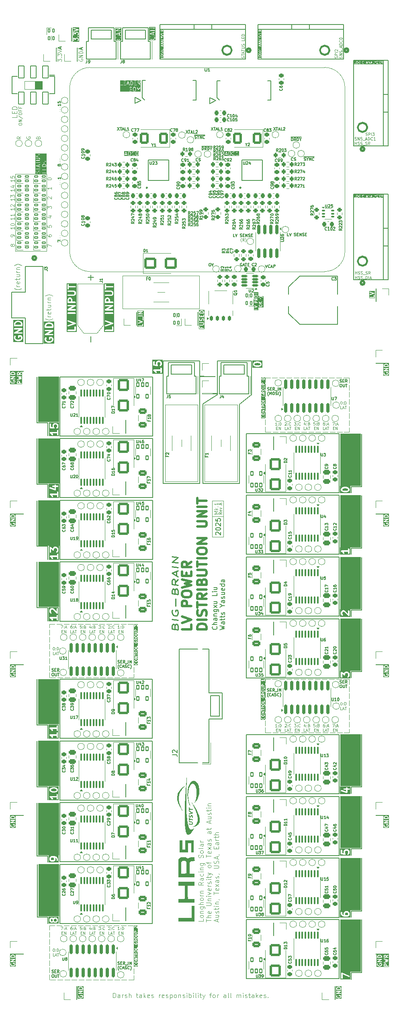
<source format=gto>
G04 #@! TF.GenerationSoftware,KiCad,Pcbnew,9.0.5*
G04 #@! TF.CreationDate,2025-11-08T18:16:22-06:00*
G04 #@! TF.ProjectId,PowerDistributionUnit_Mk1,506f7765-7244-4697-9374-726962757469,rev?*
G04 #@! TF.SameCoordinates,Original*
G04 #@! TF.FileFunction,Legend,Top*
G04 #@! TF.FilePolarity,Positive*
%FSLAX46Y46*%
G04 Gerber Fmt 4.6, Leading zero omitted, Abs format (unit mm)*
G04 Created by KiCad (PCBNEW 9.0.5) date 2025-11-08 18:16:22*
%MOMM*%
%LPD*%
G01*
G04 APERTURE LIST*
G04 Aperture macros list*
%AMRoundRect*
0 Rectangle with rounded corners*
0 $1 Rounding radius*
0 $2 $3 $4 $5 $6 $7 $8 $9 X,Y pos of 4 corners*
0 Add a 4 corners polygon primitive as box body*
4,1,4,$2,$3,$4,$5,$6,$7,$8,$9,$2,$3,0*
0 Add four circle primitives for the rounded corners*
1,1,$1+$1,$2,$3*
1,1,$1+$1,$4,$5*
1,1,$1+$1,$6,$7*
1,1,$1+$1,$8,$9*
0 Add four rect primitives between the rounded corners*
20,1,$1+$1,$2,$3,$4,$5,0*
20,1,$1+$1,$4,$5,$6,$7,0*
20,1,$1+$1,$6,$7,$8,$9,0*
20,1,$1+$1,$8,$9,$2,$3,0*%
%AMFreePoly0*
4,1,18,-0.697500,2.280000,2.027500,2.280000,2.502500,2.280000,2.502500,1.530000,2.027500,1.530000,2.027500,-1.530000,2.502500,-1.530000,2.502500,-2.280000,-0.697500,-2.280000,-0.697500,-2.775000,-1.602500,-2.775000,-1.602500,-2.280000,-2.027500,-2.280000,-2.027500,2.280000,-1.602500,2.280000,-1.602500,2.775000,-0.697500,2.775000,-0.697500,2.280000,-0.697500,2.280000,$1*%
G04 Aperture macros list end*
%ADD10C,0.200000*%
%ADD11C,0.100000*%
%ADD12C,0.230000*%
%ADD13C,0.300000*%
%ADD14C,0.127000*%
%ADD15C,0.172000*%
%ADD16C,0.500000*%
%ADD17C,0.125000*%
%ADD18C,0.150000*%
%ADD19C,0.250000*%
%ADD20C,0.120000*%
%ADD21C,0.152400*%
%ADD22C,0.000000*%
%ADD23C,0.508000*%
%ADD24C,1.183578*%
%ADD25RoundRect,0.250000X-0.475000X0.250000X-0.475000X-0.250000X0.475000X-0.250000X0.475000X0.250000X0*%
%ADD26RoundRect,0.225000X0.225000X0.250000X-0.225000X0.250000X-0.225000X-0.250000X0.225000X-0.250000X0*%
%ADD27C,1.000000*%
%ADD28R,1.700000X1.700000*%
%ADD29C,6.400000*%
%ADD30RoundRect,0.105000X0.245000X-0.395000X0.245000X0.395000X-0.245000X0.395000X-0.245000X-0.395000X0*%
%ADD31C,1.752600*%
%ADD32RoundRect,0.250000X0.475000X-0.250000X0.475000X0.250000X-0.475000X0.250000X-0.475000X-0.250000X0*%
%ADD33R,2.460000X2.660000*%
%ADD34RoundRect,0.100000X0.100000X-0.687500X0.100000X0.687500X-0.100000X0.687500X-0.100000X-0.687500X0*%
%ADD35RoundRect,0.150000X-0.150000X0.825000X-0.150000X-0.825000X0.150000X-0.825000X0.150000X0.825000X0*%
%ADD36RoundRect,0.200000X0.275000X-0.200000X0.275000X0.200000X-0.275000X0.200000X-0.275000X-0.200000X0*%
%ADD37RoundRect,0.200000X0.200000X0.275000X-0.200000X0.275000X-0.200000X-0.275000X0.200000X-0.275000X0*%
%ADD38RoundRect,0.250000X-1.000000X-0.900000X1.000000X-0.900000X1.000000X0.900000X-1.000000X0.900000X0*%
%ADD39RoundRect,0.225000X0.250000X-0.225000X0.250000X0.225000X-0.250000X0.225000X-0.250000X-0.225000X0*%
%ADD40RoundRect,0.225000X-0.250000X0.225000X-0.250000X-0.225000X0.250000X-0.225000X0.250000X0.225000X0*%
%ADD41R,3.000000X3.000000*%
%ADD42C,3.000000*%
%ADD43RoundRect,0.082500X-0.317500X-0.192500X0.317500X-0.192500X0.317500X0.192500X-0.317500X0.192500X0*%
%ADD44RoundRect,0.250000X-0.625000X0.375000X-0.625000X-0.375000X0.625000X-0.375000X0.625000X0.375000X0*%
%ADD45RoundRect,0.100000X-0.100000X0.687500X-0.100000X-0.687500X0.100000X-0.687500X0.100000X0.687500X0*%
%ADD46R,0.300000X1.450000*%
%ADD47R,1.450000X0.300000*%
%ADD48RoundRect,0.250000X0.625000X-0.375000X0.625000X0.375000X-0.625000X0.375000X-0.625000X-0.375000X0*%
%ADD49RoundRect,0.200000X-0.200000X-0.275000X0.200000X-0.275000X0.200000X0.275000X-0.200000X0.275000X0*%
%ADD50RoundRect,0.250000X0.900000X-1.000000X0.900000X1.000000X-0.900000X1.000000X-0.900000X-1.000000X0*%
%ADD51RoundRect,0.250000X-0.900000X1.000000X-0.900000X-1.000000X0.900000X-1.000000X0.900000X1.000000X0*%
%ADD52RoundRect,0.105000X-0.245000X0.395000X-0.245000X-0.395000X0.245000X-0.395000X0.245000X0.395000X0*%
%ADD53RoundRect,0.082500X-0.192500X0.317500X-0.192500X-0.317500X0.192500X-0.317500X0.192500X0.317500X0*%
%ADD54C,1.346200*%
%ADD55C,2.780000*%
%ADD56RoundRect,0.225000X-0.225000X-0.250000X0.225000X-0.250000X0.225000X0.250000X-0.225000X0.250000X0*%
%ADD57RoundRect,0.100000X-0.225000X-0.100000X0.225000X-0.100000X0.225000X0.100000X-0.225000X0.100000X0*%
%ADD58C,1.524000*%
%ADD59C,7.400000*%
%ADD60RoundRect,0.082500X0.192500X-0.317500X0.192500X0.317500X-0.192500X0.317500X-0.192500X-0.317500X0*%
%ADD61RoundRect,0.125000X0.537500X0.125000X-0.537500X0.125000X-0.537500X-0.125000X0.537500X-0.125000X0*%
%ADD62RoundRect,0.200000X-0.275000X0.200000X-0.275000X-0.200000X0.275000X-0.200000X0.275000X0.200000X0*%
%ADD63RoundRect,0.150000X0.150000X-0.825000X0.150000X0.825000X-0.150000X0.825000X-0.150000X-0.825000X0*%
%ADD64R,4.350000X2.100000*%
%ADD65RoundRect,0.187500X0.187500X-0.312500X0.187500X0.312500X-0.187500X0.312500X-0.187500X-0.312500X0*%
%ADD66FreePoly0,90.000000*%
%ADD67RoundRect,0.250000X0.700000X0.950000X-0.700000X0.950000X-0.700000X-0.950000X0.700000X-0.950000X0*%
%ADD68RoundRect,0.102000X0.600000X1.250000X-0.600000X1.250000X-0.600000X-1.250000X0.600000X-1.250000X0*%
%ADD69R,0.550000X1.800000*%
G04 APERTURE END LIST*
D10*
X186300000Y-73900000D02*
X186300000Y-62800000D01*
X184100000Y-138600000D02*
X184100000Y-137300000D01*
D11*
X181800000Y-152150000D02*
X186050000Y-152150000D01*
X186050000Y-163050000D01*
X181800000Y-163050000D01*
X181800000Y-152150000D01*
G36*
X181800000Y-152150000D02*
G01*
X186050000Y-152150000D01*
X186050000Y-163050000D01*
X181800000Y-163050000D01*
X181800000Y-152150000D01*
G37*
D10*
X122725000Y-37825000D02*
X142225000Y-37825000D01*
X142225000Y-50275000D01*
X122725000Y-50275000D01*
X122725000Y-37825000D01*
D11*
X181800000Y-62750000D02*
X186050000Y-62750000D01*
X186050000Y-73650000D01*
X181800000Y-73650000D01*
X181800000Y-62750000D01*
G36*
X181800000Y-62750000D02*
G01*
X186050000Y-62750000D01*
X186050000Y-73650000D01*
X181800000Y-73650000D01*
X181800000Y-62750000D01*
G37*
D10*
X152800000Y-60300000D02*
X160500000Y-60300000D01*
X122700000Y-140550000D02*
X142200000Y-140550000D01*
X142200000Y-153000000D01*
X122700000Y-153000000D01*
X122700000Y-140550000D01*
D11*
X118150000Y-37800000D02*
X122450000Y-37800000D01*
X122450000Y-47250000D01*
X118150000Y-47250000D01*
X118150000Y-37800000D01*
G36*
X118150000Y-37800000D02*
G01*
X122450000Y-37800000D01*
X122450000Y-47250000D01*
X118150000Y-47250000D01*
X118150000Y-37800000D01*
G37*
D10*
X117900000Y-47475000D02*
X117900000Y-37850000D01*
X184100000Y-99900000D02*
X186300000Y-99900000D01*
D11*
X118150000Y-114500000D02*
X122450000Y-114500000D01*
X122450000Y-123950000D01*
X118150000Y-123950000D01*
X118150000Y-114500000D01*
G36*
X118150000Y-114500000D02*
G01*
X122450000Y-114500000D01*
X122450000Y-123950000D01*
X118150000Y-123950000D01*
X118150000Y-114500000D01*
G37*
D10*
X122725000Y-63825000D02*
X142225000Y-63825000D01*
X142225000Y-76275000D01*
X122725000Y-76275000D01*
X122725000Y-63825000D01*
X184100000Y-86950000D02*
X186300000Y-86950000D01*
X122700000Y-114550000D02*
X142200000Y-114550000D01*
X142200000Y-127000000D01*
X122700000Y-127000000D01*
X122700000Y-114550000D01*
X162000000Y-49800000D02*
X181500000Y-49800000D01*
X181500000Y-62250000D01*
X162000000Y-62250000D01*
X162000000Y-49800000D01*
X120150000Y-111200000D02*
X117900000Y-111200000D01*
X152150000Y-34450000D02*
X152150000Y-60300000D01*
X122700000Y-76850000D02*
X142200000Y-76850000D01*
X142200000Y-89300000D01*
X122700000Y-89300000D01*
X122700000Y-76850000D01*
X162000000Y-139250000D02*
X181500000Y-139250000D01*
X181500000Y-151700000D01*
X162000000Y-151700000D01*
X162000000Y-139250000D01*
X184100000Y-75200000D02*
X184100000Y-73900000D01*
X186300000Y-99900000D02*
X186300000Y-88800000D01*
X184100000Y-137300000D02*
X186300000Y-137300000D01*
X120150000Y-89250000D02*
X120150000Y-86500000D01*
X163100000Y-41600000D02*
X160500000Y-43650000D01*
X117900000Y-60425002D02*
X117900000Y-50800002D01*
X162000000Y-152200000D02*
X181500000Y-152200000D01*
X181500000Y-164650000D01*
X162000000Y-164650000D01*
X162000000Y-152200000D01*
X144450000Y-34450000D02*
X152150000Y-34450000D01*
X120150000Y-50200000D02*
X120150000Y-47500000D01*
X155900000Y-41325089D02*
X155900000Y-41600000D01*
X144450000Y-60300000D02*
X144450000Y-34450000D01*
D11*
X118150000Y-50800002D02*
X122500000Y-50800002D01*
X122500000Y-60200000D01*
X118150000Y-60200000D01*
X118150000Y-50800002D01*
G36*
X118150000Y-50800002D02*
G01*
X122500000Y-50800002D01*
X122500000Y-60200000D01*
X118150000Y-60200000D01*
X118150000Y-50800002D01*
G37*
X118150000Y-127600000D02*
X122450000Y-127600000D01*
X122450000Y-138500000D01*
X118150000Y-138500000D01*
X118150000Y-127600000D01*
G36*
X118150000Y-127600000D02*
G01*
X122450000Y-127600000D01*
X122450000Y-138500000D01*
X118150000Y-138500000D01*
X118150000Y-127600000D01*
G37*
X181800000Y-75800000D02*
X186050000Y-75800000D01*
X186050000Y-86700000D01*
X181800000Y-86700000D01*
X181800000Y-75800000D01*
G36*
X181800000Y-75800000D02*
G01*
X186050000Y-75800000D01*
X186050000Y-86700000D01*
X181800000Y-86700000D01*
X181800000Y-75800000D01*
G37*
D10*
X184100000Y-163300000D02*
X186300000Y-163300000D01*
D11*
X181800000Y-88750000D02*
X186050000Y-88750000D01*
X186050000Y-99650000D01*
X181800000Y-99650000D01*
X181800000Y-88750000D01*
G36*
X181800000Y-88750000D02*
G01*
X186050000Y-88750000D01*
X186050000Y-99650000D01*
X181800000Y-99650000D01*
X181800000Y-88750000D01*
G37*
D10*
X162000000Y-126225000D02*
X181500000Y-126225000D01*
X181500000Y-138675000D01*
X162000000Y-138675000D01*
X162000000Y-126225000D01*
X122700000Y-101550000D02*
X142200000Y-101550000D01*
X142200000Y-114000000D01*
X122700000Y-114000000D01*
X122700000Y-101550000D01*
X122700000Y-127550000D02*
X142200000Y-127550000D01*
X142200000Y-140000000D01*
X122700000Y-140000000D01*
X122700000Y-127550000D01*
X120150000Y-151650000D02*
X117950000Y-151650000D01*
D11*
X113250000Y4900000D02*
X119900000Y4900000D01*
X119900000Y-11350000D01*
X113250000Y-11350000D01*
X113250000Y4900000D01*
D10*
X184100000Y-125600000D02*
X184100000Y-124250000D01*
X184100000Y-101200000D02*
X184100000Y-99900000D01*
X117900000Y-86475000D02*
X117900000Y-76825000D01*
X160500000Y-60300000D02*
X160500000Y-43650000D01*
D11*
X181800000Y-126200000D02*
X186050000Y-126200000D01*
X186050000Y-137050000D01*
X181800000Y-137050000D01*
X181800000Y-126200000D01*
G36*
X181800000Y-126200000D02*
G01*
X186050000Y-126200000D01*
X186050000Y-137050000D01*
X181800000Y-137050000D01*
X181800000Y-126200000D01*
G37*
X118200000Y-140500000D02*
X122450000Y-140500000D01*
X122450000Y-151400000D01*
X118200000Y-151400000D01*
X118200000Y-140500000D01*
G36*
X118200000Y-140500000D02*
G01*
X122450000Y-140500000D01*
X122450000Y-151400000D01*
X118200000Y-151400000D01*
X118200000Y-140500000D01*
G37*
D10*
X120150000Y-124200000D02*
X117900000Y-124200000D01*
D11*
X118150000Y-101500000D02*
X122450000Y-101500000D01*
X122450000Y-110950000D01*
X118150000Y-110950000D01*
X118150000Y-101500000D01*
G36*
X118150000Y-101500000D02*
G01*
X122450000Y-101500000D01*
X122450000Y-110950000D01*
X118150000Y-110950000D01*
X118150000Y-101500000D01*
G37*
X154800000Y-63950000D02*
X157150000Y-63950000D01*
X157150000Y-71550000D01*
X154800000Y-71550000D01*
X154800000Y-63950000D01*
D10*
X120150000Y-73550000D02*
X117900000Y-73550000D01*
X186300000Y-60950000D02*
X186300000Y-49850000D01*
X184100000Y-124250000D02*
X186300000Y-124250000D01*
D11*
X154850000Y-67250000D02*
X157150000Y-67250000D01*
D10*
X117950000Y-151650000D02*
X117950000Y-140550000D01*
X117900000Y-138750000D02*
X117900000Y-127650000D01*
D11*
X118150000Y-63850000D02*
X122500000Y-63850000D01*
X122500000Y-73300000D01*
X118150000Y-73300000D01*
X118150000Y-63850000D01*
G36*
X118150000Y-63850000D02*
G01*
X122500000Y-63850000D01*
X122500000Y-73300000D01*
X118150000Y-73300000D01*
X118150000Y-63850000D01*
G37*
D10*
X186300000Y-163300000D02*
X186300000Y-152200000D01*
D11*
X181800000Y-113150000D02*
X186050000Y-113150000D01*
X186050000Y-124000000D01*
X181800000Y-124000000D01*
X181800000Y-113150000D01*
G36*
X181800000Y-113150000D02*
G01*
X186050000Y-113150000D01*
X186050000Y-124000000D01*
X181800000Y-124000000D01*
X181800000Y-113150000D01*
G37*
D10*
X162000000Y-88800000D02*
X181500000Y-88800000D01*
X181500000Y-101250000D01*
X162000000Y-101250000D01*
X162000000Y-88800000D01*
X120150000Y-113950000D02*
X120150000Y-111200000D01*
D11*
X181800000Y-49800000D02*
X186050000Y-49800000D01*
X186050000Y-60700000D01*
X181800000Y-60700000D01*
X181800000Y-49800000D01*
G36*
X181800000Y-49800000D02*
G01*
X186050000Y-49800000D01*
X186050000Y-60700000D01*
X181800000Y-60700000D01*
X181800000Y-49800000D01*
G37*
D12*
X155834745Y-41325078D02*
X154920542Y-41324920D01*
D10*
X162000000Y-62750000D02*
X181500000Y-62750000D01*
X181500000Y-75200000D01*
X162000000Y-75200000D01*
X162000000Y-62750000D01*
X186300000Y-124250000D02*
X186300000Y-113150000D01*
X163100000Y-41600000D02*
X163100000Y-34500000D01*
X120150000Y-47500000D02*
X117900000Y-47500000D01*
X120150000Y-86500000D02*
X117900000Y-86500000D01*
X162000000Y-113200000D02*
X181500000Y-113200000D01*
X181500000Y-125650000D01*
X162000000Y-125650000D01*
X162000000Y-113200000D01*
D11*
X120523000Y-153475000D02*
X121623000Y-153475000D01*
X122023000Y-153475000D02*
X123123000Y-153475000D01*
X123523000Y-153475000D02*
X124623000Y-153475000D01*
X125023000Y-153475000D02*
X126123000Y-153475000D01*
X126523000Y-153475000D02*
X127623000Y-153475000D01*
X128023000Y-153475000D02*
X129123000Y-153475000D01*
X129523000Y-153475000D02*
X130623000Y-153475000D01*
X131023000Y-153475000D02*
X132123000Y-153475000D01*
X132523000Y-153475000D02*
X133623000Y-153475000D01*
X134023000Y-153475000D02*
X135123000Y-153475000D01*
X135523000Y-153475000D02*
X136623000Y-153475000D01*
X137023000Y-153475000D02*
X138123000Y-153475000D01*
X138273000Y-153475000D02*
X138273000Y-154575000D01*
X138273000Y-154975000D02*
X138273000Y-156075000D01*
X138273000Y-156475000D02*
X138273000Y-157575000D01*
X138273000Y-157975000D02*
X138273000Y-159075000D01*
X138273000Y-159475000D02*
X138273000Y-160575000D01*
X138273000Y-160975000D02*
X138273000Y-162075000D01*
X138273000Y-162475000D02*
X138273000Y-163575000D01*
X138273000Y-163975000D02*
X138273000Y-164875000D01*
X138273000Y-164875000D02*
X137173000Y-164875000D01*
X136773000Y-164875000D02*
X135673000Y-164875000D01*
X135273000Y-164875000D02*
X134173000Y-164875000D01*
X133773000Y-164875000D02*
X132673000Y-164875000D01*
X132273000Y-164875000D02*
X131173000Y-164875000D01*
X130773000Y-164875000D02*
X129673000Y-164875000D01*
X129273000Y-164875000D02*
X128173000Y-164875000D01*
X127773000Y-164875000D02*
X126673000Y-164875000D01*
X126273000Y-164875000D02*
X125173000Y-164875000D01*
X124773000Y-164875000D02*
X123673000Y-164875000D01*
X123273000Y-164875000D02*
X122173000Y-164875000D01*
X121773000Y-164875000D02*
X120673000Y-164875000D01*
X120523000Y-164875000D02*
X120523000Y-163775000D01*
X120523000Y-163375000D02*
X120523000Y-162275000D01*
X120523000Y-161875000D02*
X120523000Y-160775000D01*
X120523000Y-160375000D02*
X120523000Y-159275000D01*
X120523000Y-158875000D02*
X120523000Y-157775000D01*
X120523000Y-157375000D02*
X120523000Y-156275000D01*
X120523000Y-155875000D02*
X120523000Y-154775000D01*
X120523000Y-154375000D02*
X120523000Y-153475000D01*
D10*
X117900000Y-124200000D02*
X117900000Y-114550000D01*
X117900000Y-73550000D02*
X117900000Y-63925000D01*
X122725000Y-50825000D02*
X142225000Y-50825000D01*
X142225000Y-63275000D01*
X122725000Y-63275000D01*
X122725000Y-50825000D01*
X155900000Y-41600000D02*
X152800000Y-43500000D01*
X120150000Y-140050000D02*
X120150000Y-138750000D01*
X186300000Y-137300000D02*
X186300000Y-126200000D01*
X155900000Y-34500000D02*
X155900000Y-41325089D01*
X186300000Y-150350000D02*
X186300000Y-139250000D01*
D11*
X122650000Y18975000D02*
X122650000Y18955000D01*
X122650000Y18555000D02*
X122650000Y18535000D01*
X122650000Y18135000D02*
X122650000Y18115000D01*
X165925000Y-101525000D02*
X167025000Y-101525000D01*
X167425000Y-101525000D02*
X168525000Y-101525000D01*
X168925000Y-101525000D02*
X170025000Y-101525000D01*
X170425000Y-101525000D02*
X171525000Y-101525000D01*
X171925000Y-101525000D02*
X173025000Y-101525000D01*
X173425000Y-101525000D02*
X174525000Y-101525000D01*
X174925000Y-101525000D02*
X176025000Y-101525000D01*
X176425000Y-101525000D02*
X177525000Y-101525000D01*
X177925000Y-101525000D02*
X179025000Y-101525000D01*
X179425000Y-101525000D02*
X180525000Y-101525000D01*
X180925000Y-101525000D02*
X182025000Y-101525000D01*
X182425000Y-101525000D02*
X183525000Y-101525000D01*
X183675000Y-101525000D02*
X183675000Y-102625000D01*
X183675000Y-103025000D02*
X183675000Y-104125000D01*
X183675000Y-104525000D02*
X183675000Y-105625000D01*
X183675000Y-106025000D02*
X183675000Y-107125000D01*
X183675000Y-107525000D02*
X183675000Y-108625000D01*
X183675000Y-109025000D02*
X183675000Y-110125000D01*
X183675000Y-110525000D02*
X183675000Y-111625000D01*
X183675000Y-112025000D02*
X183675000Y-112825000D01*
X183675000Y-112825000D02*
X182575000Y-112825000D01*
X182175000Y-112825000D02*
X181075000Y-112825000D01*
X180675000Y-112825000D02*
X179575000Y-112825000D01*
X179175000Y-112825000D02*
X178075000Y-112825000D01*
X177675000Y-112825000D02*
X176575000Y-112825000D01*
X176175000Y-112825000D02*
X175075000Y-112825000D01*
X174675000Y-112825000D02*
X173575000Y-112825000D01*
X173175000Y-112825000D02*
X172075000Y-112825000D01*
X171675000Y-112825000D02*
X170575000Y-112825000D01*
X170175000Y-112825000D02*
X169075000Y-112825000D01*
X168675000Y-112825000D02*
X167575000Y-112825000D01*
X167175000Y-112825000D02*
X166075000Y-112825000D01*
X165925000Y-112825000D02*
X165925000Y-111725000D01*
X165925000Y-111325000D02*
X165925000Y-110225000D01*
X165925000Y-109825000D02*
X165925000Y-108725000D01*
X165925000Y-108325000D02*
X165925000Y-107225000D01*
X165925000Y-106825000D02*
X165925000Y-105725000D01*
X165925000Y-105325000D02*
X165925000Y-104225000D01*
X165925000Y-103825000D02*
X165925000Y-102725000D01*
X165925000Y-102325000D02*
X165925000Y-101525000D01*
D10*
X186300000Y-86950000D02*
X186300000Y-75850000D01*
X152150000Y-60300000D02*
X144450000Y-60300000D01*
X184100000Y-62250000D02*
X184100000Y-60950000D01*
D11*
X120523000Y-89975000D02*
X121623000Y-89975000D01*
X122023000Y-89975000D02*
X123123000Y-89975000D01*
X123523000Y-89975000D02*
X124623000Y-89975000D01*
X125023000Y-89975000D02*
X126123000Y-89975000D01*
X126523000Y-89975000D02*
X127623000Y-89975000D01*
X128023000Y-89975000D02*
X129123000Y-89975000D01*
X129523000Y-89975000D02*
X130623000Y-89975000D01*
X131023000Y-89975000D02*
X132123000Y-89975000D01*
X132523000Y-89975000D02*
X133623000Y-89975000D01*
X134023000Y-89975000D02*
X135123000Y-89975000D01*
X135523000Y-89975000D02*
X136623000Y-89975000D01*
X137023000Y-89975000D02*
X138123000Y-89975000D01*
X138273000Y-89975000D02*
X138273000Y-91075000D01*
X138273000Y-91475000D02*
X138273000Y-92575000D01*
X138273000Y-92975000D02*
X138273000Y-94075000D01*
X138273000Y-94475000D02*
X138273000Y-95575000D01*
X138273000Y-95975000D02*
X138273000Y-97075000D01*
X138273000Y-97475000D02*
X138273000Y-98575000D01*
X138273000Y-98975000D02*
X138273000Y-100075000D01*
X138273000Y-100475000D02*
X138273000Y-101225000D01*
X138273000Y-101225000D02*
X137173000Y-101225000D01*
X136773000Y-101225000D02*
X135673000Y-101225000D01*
X135273000Y-101225000D02*
X134173000Y-101225000D01*
X133773000Y-101225000D02*
X132673000Y-101225000D01*
X132273000Y-101225000D02*
X131173000Y-101225000D01*
X130773000Y-101225000D02*
X129673000Y-101225000D01*
X129273000Y-101225000D02*
X128173000Y-101225000D01*
X127773000Y-101225000D02*
X126673000Y-101225000D01*
X126273000Y-101225000D02*
X125173000Y-101225000D01*
X124773000Y-101225000D02*
X123673000Y-101225000D01*
X123273000Y-101225000D02*
X122173000Y-101225000D01*
X121773000Y-101225000D02*
X120673000Y-101225000D01*
X120523000Y-101225000D02*
X120523000Y-100125000D01*
X120523000Y-99725000D02*
X120523000Y-98625000D01*
X120523000Y-98225000D02*
X120523000Y-97125000D01*
X120523000Y-96725000D02*
X120523000Y-95625000D01*
X120523000Y-95225000D02*
X120523000Y-94125000D01*
X120523000Y-93725000D02*
X120523000Y-92625000D01*
X120523000Y-92225000D02*
X120523000Y-91125000D01*
X120523000Y-90725000D02*
X120523000Y-89975000D01*
D10*
X117900000Y-111200000D02*
X117900000Y-101550000D01*
X184100000Y-151650000D02*
X184100000Y-150350000D01*
X184100000Y-88300000D02*
X184100000Y-86950000D01*
D11*
X122650000Y8075000D02*
X122650000Y8055000D01*
X122650000Y7655000D02*
X122650000Y7635000D01*
X122650000Y7235000D02*
X122650000Y7215000D01*
X165925000Y-38025000D02*
X167025000Y-38025000D01*
X167425000Y-38025000D02*
X168525000Y-38025000D01*
X168925000Y-38025000D02*
X170025000Y-38025000D01*
X170425000Y-38025000D02*
X171525000Y-38025000D01*
X171925000Y-38025000D02*
X173025000Y-38025000D01*
X173425000Y-38025000D02*
X174525000Y-38025000D01*
X174925000Y-38025000D02*
X176025000Y-38025000D01*
X176425000Y-38025000D02*
X177525000Y-38025000D01*
X177925000Y-38025000D02*
X179025000Y-38025000D01*
X179425000Y-38025000D02*
X180525000Y-38025000D01*
X180925000Y-38025000D02*
X182025000Y-38025000D01*
X182425000Y-38025000D02*
X183525000Y-38025000D01*
X183675000Y-38025000D02*
X183675000Y-39125000D01*
X183675000Y-39525000D02*
X183675000Y-40625000D01*
X183675000Y-41025000D02*
X183675000Y-42125000D01*
X183675000Y-42525000D02*
X183675000Y-43625000D01*
X183675000Y-44025000D02*
X183675000Y-45125000D01*
X183675000Y-45525000D02*
X183675000Y-46625000D01*
X183675000Y-47025000D02*
X183675000Y-48125000D01*
X183675000Y-48525000D02*
X183675000Y-49425000D01*
X183675000Y-49425000D02*
X182575000Y-49425000D01*
X182175000Y-49425000D02*
X181075000Y-49425000D01*
X180675000Y-49425000D02*
X179575000Y-49425000D01*
X179175000Y-49425000D02*
X178075000Y-49425000D01*
X177675000Y-49425000D02*
X176575000Y-49425000D01*
X176175000Y-49425000D02*
X175075000Y-49425000D01*
X174675000Y-49425000D02*
X173575000Y-49425000D01*
X173175000Y-49425000D02*
X172075000Y-49425000D01*
X171675000Y-49425000D02*
X170575000Y-49425000D01*
X170175000Y-49425000D02*
X169075000Y-49425000D01*
X168675000Y-49425000D02*
X167575000Y-49425000D01*
X167175000Y-49425000D02*
X166075000Y-49425000D01*
X165925000Y-49425000D02*
X165925000Y-48325000D01*
X165925000Y-47925000D02*
X165925000Y-46825000D01*
X165925000Y-46425000D02*
X165925000Y-45325000D01*
X165925000Y-44925000D02*
X165925000Y-43825000D01*
X165925000Y-43425000D02*
X165925000Y-42325000D01*
X165925000Y-41925000D02*
X165925000Y-40825000D01*
X165925000Y-40425000D02*
X165925000Y-39325000D01*
X165925000Y-38925000D02*
X165925000Y-38025000D01*
D10*
X184100000Y-164750000D02*
X184100000Y-163300000D01*
D12*
X153021584Y-37725521D02*
X152221584Y-37725521D01*
D10*
X184100000Y-73900000D02*
X186300000Y-73900000D01*
D11*
X122650000Y3575000D02*
X122650000Y3555000D01*
X122650000Y3155000D02*
X122650000Y3135000D01*
X122650000Y2735000D02*
X122650000Y2715000D01*
D10*
X120150000Y-126950000D02*
X120150000Y-124200000D01*
D11*
X122650000Y-8025000D02*
X122650000Y-8045000D01*
X122650000Y-8445000D02*
X122650000Y-8465000D01*
X122650000Y-8865000D02*
X122650000Y-8885000D01*
D10*
X120150000Y-76300000D02*
X120150000Y-73550000D01*
X184100000Y-60950000D02*
X186300000Y-60950000D01*
X152800000Y-43500000D02*
X152800000Y-60300000D01*
D11*
X118200000Y-76775000D02*
X122450000Y-76775000D01*
X122450000Y-86225000D01*
X118200000Y-86225000D01*
X118200000Y-76775000D01*
G36*
X118200000Y-76775000D02*
G01*
X122450000Y-76775000D01*
X122450000Y-86225000D01*
X118200000Y-86225000D01*
X118200000Y-76775000D01*
G37*
D10*
X163100000Y-34500000D02*
X155900000Y-34500000D01*
X120150000Y-63250000D02*
X120150000Y-60450000D01*
D11*
X181800000Y-139200000D02*
X186050000Y-139200000D01*
X186050000Y-150100000D01*
X181800000Y-150100000D01*
X181800000Y-139200000D01*
G36*
X181800000Y-139200000D02*
G01*
X186050000Y-139200000D01*
X186050000Y-150100000D01*
X181800000Y-150100000D01*
X181800000Y-139200000D01*
G37*
D10*
X120150000Y-153000000D02*
X120150000Y-151650000D01*
X120150000Y-60450000D02*
X117900000Y-60450000D01*
X162000000Y-75825000D02*
X181500000Y-75825000D01*
X181500000Y-88275000D01*
X162000000Y-88275000D01*
X162000000Y-75825000D01*
X120150000Y-138750000D02*
X117900000Y-138750000D01*
X184100000Y-150350000D02*
X186300000Y-150350000D01*
D13*
G36*
X183941203Y-125707526D02*
G01*
X181740501Y-125707526D01*
X181740501Y-125016133D01*
X181907168Y-125016133D01*
X181911317Y-125074514D01*
X181937491Y-125126861D01*
X181981705Y-125165208D01*
X182008556Y-125177196D01*
X183079983Y-125534339D01*
X183094492Y-125537638D01*
X183098154Y-125539155D01*
X183101163Y-125539155D01*
X183108657Y-125540859D01*
X183132634Y-125539155D01*
X183156682Y-125539155D01*
X183161662Y-125537091D01*
X183167037Y-125536710D01*
X183188536Y-125525960D01*
X183210754Y-125516757D01*
X183214565Y-125512945D01*
X183219384Y-125510536D01*
X183235132Y-125492378D01*
X183252138Y-125475373D01*
X183254200Y-125470393D01*
X183257732Y-125466322D01*
X183265333Y-125443517D01*
X183274536Y-125421301D01*
X183275289Y-125413647D01*
X183276240Y-125410797D01*
X183275959Y-125406848D01*
X183277418Y-125392037D01*
X183277418Y-124827752D01*
X183627418Y-124827752D01*
X183656682Y-124824870D01*
X183710754Y-124802472D01*
X183752138Y-124761088D01*
X183774536Y-124707016D01*
X183774536Y-124648488D01*
X183752138Y-124594416D01*
X183710754Y-124553032D01*
X183656682Y-124530634D01*
X183627418Y-124527752D01*
X183277418Y-124527752D01*
X183277418Y-124463466D01*
X183274536Y-124434202D01*
X183252138Y-124380130D01*
X183210754Y-124338746D01*
X183156682Y-124316348D01*
X183098154Y-124316348D01*
X183044082Y-124338746D01*
X183002698Y-124380130D01*
X182980300Y-124434202D01*
X182977418Y-124463466D01*
X182977418Y-124527752D01*
X182627418Y-124527752D01*
X182598154Y-124530634D01*
X182544082Y-124553032D01*
X182502698Y-124594416D01*
X182480300Y-124648488D01*
X182480300Y-124707016D01*
X182502698Y-124761088D01*
X182544082Y-124802472D01*
X182598154Y-124824870D01*
X182627418Y-124827752D01*
X182977418Y-124827752D01*
X182977418Y-125183922D01*
X182103424Y-124892592D01*
X182074751Y-124886072D01*
X182016370Y-124890221D01*
X181964023Y-124916395D01*
X181925676Y-124960609D01*
X181907168Y-125016133D01*
X181740501Y-125016133D01*
X181740501Y-124149681D01*
X183941203Y-124149681D01*
X183941203Y-125707526D01*
G37*
D14*
G36*
X165151789Y-22738071D02*
G01*
X165189208Y-22775491D01*
X165206467Y-22810008D01*
X165206467Y-22894315D01*
X165189208Y-22928831D01*
X165151788Y-22966251D01*
X165062150Y-22988662D01*
X164877784Y-22988662D01*
X164788144Y-22966251D01*
X164750726Y-22928833D01*
X164733467Y-22894315D01*
X164733467Y-22810009D01*
X164750726Y-22775489D01*
X164788145Y-22738071D01*
X164877784Y-22715662D01*
X165062150Y-22715662D01*
X165151789Y-22738071D01*
G37*
G36*
X165623870Y-23182329D02*
G01*
X164458920Y-23182329D01*
X164458920Y-22795019D01*
X164606467Y-22795019D01*
X164606467Y-22909305D01*
X164607087Y-22912424D01*
X164606627Y-22913806D01*
X164609315Y-22923622D01*
X164611301Y-22933605D01*
X164612330Y-22934634D01*
X164613171Y-22937703D01*
X164641742Y-22994846D01*
X164647979Y-23002882D01*
X164653637Y-23011350D01*
X164710780Y-23068492D01*
X164716499Y-23072313D01*
X164717878Y-23074611D01*
X164724912Y-23077934D01*
X164731381Y-23082256D01*
X164734061Y-23082256D01*
X164740280Y-23085194D01*
X164854565Y-23113766D01*
X164862336Y-23114144D01*
X164869967Y-23115662D01*
X165069967Y-23115662D01*
X165077597Y-23114144D01*
X165085368Y-23113766D01*
X165199654Y-23085194D01*
X165205873Y-23082256D01*
X165208553Y-23082256D01*
X165215021Y-23077934D01*
X165222056Y-23074611D01*
X165223434Y-23072313D01*
X165229154Y-23068492D01*
X165286297Y-23011349D01*
X165291949Y-23002889D01*
X165298192Y-22994846D01*
X165326764Y-22937702D01*
X165327604Y-22934633D01*
X165328633Y-22933605D01*
X165330617Y-22923626D01*
X165333307Y-22913806D01*
X165332846Y-22912424D01*
X165333467Y-22909305D01*
X165333467Y-22795019D01*
X165332846Y-22791899D01*
X165333307Y-22790518D01*
X165330617Y-22780697D01*
X165328633Y-22770719D01*
X165327604Y-22769690D01*
X165326764Y-22766622D01*
X165298192Y-22709478D01*
X165291952Y-22701437D01*
X165286297Y-22692974D01*
X165229154Y-22635832D01*
X165223435Y-22632010D01*
X165222056Y-22629712D01*
X165215020Y-22626388D01*
X165208553Y-22622067D01*
X165205873Y-22622067D01*
X165199654Y-22619129D01*
X165085368Y-22590558D01*
X165077597Y-22590179D01*
X165069967Y-22588662D01*
X164869967Y-22588662D01*
X164862336Y-22590179D01*
X164854566Y-22590558D01*
X164740280Y-22619129D01*
X164734061Y-22622067D01*
X164731380Y-22622067D01*
X164724910Y-22626389D01*
X164717878Y-22629712D01*
X164716499Y-22632009D01*
X164710779Y-22635832D01*
X164653637Y-22692975D01*
X164647983Y-22701435D01*
X164641742Y-22709478D01*
X164613171Y-22766621D01*
X164612330Y-22769689D01*
X164611301Y-22770719D01*
X164609315Y-22780701D01*
X164606627Y-22790518D01*
X164607087Y-22791899D01*
X164606467Y-22795019D01*
X164458920Y-22795019D01*
X164458920Y-22027862D01*
X164611301Y-22027862D01*
X164611301Y-22076462D01*
X164625066Y-22097063D01*
X164859522Y-22331519D01*
X164669967Y-22331519D01*
X164645667Y-22336353D01*
X164611301Y-22370719D01*
X164611301Y-22419319D01*
X164645667Y-22453685D01*
X164669967Y-22458519D01*
X165269967Y-22458519D01*
X165294267Y-22453685D01*
X165328633Y-22419319D01*
X165328633Y-22370719D01*
X165294267Y-22336353D01*
X165269967Y-22331519D01*
X165039126Y-22331519D01*
X165023782Y-22316175D01*
X165308067Y-22102962D01*
X165324606Y-22084515D01*
X165331479Y-22036403D01*
X165302319Y-21997523D01*
X165254207Y-21990649D01*
X165231867Y-22001362D01*
X164933068Y-22225461D01*
X164714868Y-22007261D01*
X164694267Y-21993496D01*
X164645667Y-21993496D01*
X164611301Y-22027862D01*
X164458920Y-22027862D01*
X164458920Y-21313576D01*
X164839872Y-21313576D01*
X164839872Y-21362176D01*
X164853637Y-21382777D01*
X164882209Y-21411349D01*
X164902810Y-21425114D01*
X164902811Y-21425114D01*
X164951410Y-21425114D01*
X164951411Y-21425113D01*
X164972012Y-21411348D01*
X165000583Y-21382777D01*
X165014347Y-21362176D01*
X165014347Y-21342148D01*
X165014347Y-21313576D01*
X165154158Y-21313576D01*
X165154158Y-21362176D01*
X165167923Y-21382777D01*
X165196495Y-21411349D01*
X165217096Y-21425114D01*
X165217097Y-21425114D01*
X165265696Y-21425114D01*
X165265697Y-21425113D01*
X165286298Y-21411348D01*
X165314869Y-21382777D01*
X165328633Y-21362176D01*
X165328633Y-21342148D01*
X165328633Y-21313576D01*
X165328632Y-21313575D01*
X165314868Y-21292974D01*
X165286297Y-21264404D01*
X165265696Y-21250639D01*
X165217096Y-21250639D01*
X165196495Y-21264403D01*
X165167924Y-21292974D01*
X165154159Y-21313575D01*
X165154158Y-21313576D01*
X165014347Y-21313576D01*
X165014346Y-21313575D01*
X165000582Y-21292974D01*
X164972011Y-21264404D01*
X164951410Y-21250639D01*
X164902810Y-21250639D01*
X164882209Y-21264403D01*
X164853638Y-21292974D01*
X164839873Y-21313575D01*
X164839872Y-21313576D01*
X164458920Y-21313576D01*
X164458920Y-21085005D01*
X164525587Y-21085005D01*
X164525587Y-21133605D01*
X164559953Y-21167971D01*
X164608553Y-21167971D01*
X164629154Y-21154206D01*
X164653279Y-21130081D01*
X164730473Y-21078618D01*
X164780042Y-21053834D01*
X164857724Y-21027940D01*
X164990541Y-21001377D01*
X165092250Y-21001377D01*
X165225067Y-21027939D01*
X165302747Y-21053833D01*
X165352320Y-21078620D01*
X165429511Y-21130080D01*
X165453636Y-21154206D01*
X165474237Y-21167970D01*
X165522838Y-21167970D01*
X165557203Y-21133605D01*
X165557203Y-21085004D01*
X165543439Y-21064403D01*
X165514868Y-21035833D01*
X165509642Y-21032341D01*
X165505191Y-21027899D01*
X165419477Y-20970756D01*
X165415796Y-20969235D01*
X165412651Y-20966795D01*
X165355508Y-20938224D01*
X165351132Y-20937025D01*
X165347191Y-20934779D01*
X165261477Y-20906207D01*
X165257526Y-20905708D01*
X165253849Y-20904181D01*
X165110991Y-20875610D01*
X165104704Y-20875603D01*
X165098538Y-20874377D01*
X164984253Y-20874377D01*
X164978086Y-20875603D01*
X164971800Y-20875610D01*
X164828943Y-20904181D01*
X164825264Y-20905709D01*
X164821316Y-20906207D01*
X164735600Y-20934779D01*
X164731660Y-20937024D01*
X164727284Y-20938223D01*
X164670140Y-20966795D01*
X164666993Y-20969236D01*
X164663315Y-20970756D01*
X164577600Y-21027899D01*
X164573149Y-21032340D01*
X164567922Y-21035833D01*
X164539352Y-21064404D01*
X164525587Y-21085005D01*
X164458920Y-21085005D01*
X164458920Y-20807710D01*
X165623870Y-20807710D01*
X165623870Y-23182329D01*
G37*
D13*
G36*
X121066974Y-152054481D02*
G01*
X121103978Y-152091485D01*
X121148685Y-152180898D01*
X121148685Y-152395793D01*
X121103978Y-152485206D01*
X121066973Y-152522211D01*
X120977561Y-152566917D01*
X120976952Y-152566917D01*
X120887539Y-152522211D01*
X120850535Y-152485207D01*
X120805828Y-152395792D01*
X120805828Y-152180899D01*
X120850535Y-152091484D01*
X120887539Y-152054480D01*
X120976952Y-152009774D01*
X120977561Y-152009774D01*
X121066974Y-152054481D01*
G37*
G36*
X121924117Y-152054481D02*
G01*
X121961121Y-152091485D01*
X122005828Y-152180898D01*
X122005828Y-152395793D01*
X121961121Y-152485206D01*
X121924116Y-152522211D01*
X121834704Y-152566917D01*
X121619809Y-152566917D01*
X121530397Y-152522211D01*
X121493392Y-152485207D01*
X121448685Y-152395792D01*
X121448685Y-152180899D01*
X121493392Y-152091484D01*
X121530396Y-152054480D01*
X121619810Y-152009774D01*
X121834704Y-152009774D01*
X121924117Y-152054481D01*
G37*
G36*
X122472495Y-153033584D02*
G01*
X120339161Y-153033584D01*
X120339161Y-152145489D01*
X120505828Y-152145489D01*
X120505828Y-152431203D01*
X120508710Y-152460467D01*
X120510773Y-152465447D01*
X120511155Y-152470822D01*
X120521664Y-152498285D01*
X120593093Y-152641142D01*
X120601021Y-152653737D01*
X120602536Y-152657394D01*
X120605915Y-152661511D01*
X120608758Y-152666028D01*
X120611752Y-152668625D01*
X120621190Y-152680125D01*
X120692618Y-152751554D01*
X120704123Y-152760996D01*
X120706718Y-152763988D01*
X120711228Y-152766827D01*
X120715349Y-152770209D01*
X120719008Y-152771724D01*
X120731603Y-152779653D01*
X120874461Y-152851081D01*
X120901924Y-152861591D01*
X120907299Y-152861972D01*
X120912278Y-152864035D01*
X120941542Y-152866917D01*
X121012971Y-152866917D01*
X121042235Y-152864035D01*
X121047213Y-152861972D01*
X121052589Y-152861591D01*
X121080053Y-152851081D01*
X121222910Y-152779653D01*
X121235503Y-152771725D01*
X121239163Y-152770210D01*
X121243282Y-152766828D01*
X121247796Y-152763988D01*
X121250392Y-152760994D01*
X121261894Y-152751555D01*
X121298685Y-152714763D01*
X121335475Y-152751554D01*
X121346977Y-152760993D01*
X121349575Y-152763989D01*
X121354089Y-152766830D01*
X121358206Y-152770209D01*
X121361864Y-152771724D01*
X121374461Y-152779653D01*
X121517319Y-152851082D01*
X121544782Y-152861591D01*
X121550157Y-152861972D01*
X121555136Y-152864035D01*
X121584400Y-152866917D01*
X121870114Y-152866917D01*
X121899378Y-152864035D01*
X121904356Y-152861972D01*
X121909732Y-152861591D01*
X121937196Y-152851081D01*
X122080053Y-152779653D01*
X122092646Y-152771725D01*
X122096306Y-152770210D01*
X122100425Y-152766828D01*
X122104939Y-152763988D01*
X122107535Y-152760994D01*
X122119037Y-152751555D01*
X122190466Y-152680126D01*
X122199907Y-152668621D01*
X122202899Y-152666027D01*
X122205737Y-152661517D01*
X122209121Y-152657395D01*
X122210637Y-152653733D01*
X122218564Y-152641142D01*
X122289992Y-152498284D01*
X122300502Y-152470821D01*
X122300883Y-152465445D01*
X122302946Y-152460467D01*
X122305828Y-152431203D01*
X122305828Y-152145489D01*
X122302946Y-152116225D01*
X122300883Y-152111246D01*
X122300502Y-152105871D01*
X122289992Y-152078408D01*
X122218564Y-151935550D01*
X122210637Y-151922958D01*
X122209121Y-151919297D01*
X122205737Y-151915174D01*
X122202899Y-151910665D01*
X122199907Y-151908070D01*
X122190466Y-151896566D01*
X122119037Y-151825137D01*
X122107535Y-151815697D01*
X122104939Y-151812704D01*
X122100425Y-151809863D01*
X122096306Y-151806482D01*
X122092646Y-151804966D01*
X122080053Y-151797039D01*
X121937196Y-151725610D01*
X121909733Y-151715101D01*
X121904358Y-151714719D01*
X121899378Y-151712656D01*
X121870114Y-151709774D01*
X121584400Y-151709774D01*
X121555136Y-151712656D01*
X121550158Y-151714717D01*
X121544781Y-151715100D01*
X121517318Y-151725610D01*
X121374460Y-151797039D01*
X121361863Y-151804967D01*
X121358206Y-151806483D01*
X121354088Y-151809862D01*
X121349574Y-151812704D01*
X121346977Y-151815698D01*
X121335475Y-151825138D01*
X121298685Y-151861928D01*
X121261894Y-151825137D01*
X121250392Y-151815697D01*
X121247796Y-151812704D01*
X121243282Y-151809863D01*
X121239163Y-151806482D01*
X121235503Y-151804966D01*
X121222910Y-151797039D01*
X121080053Y-151725610D01*
X121052590Y-151715101D01*
X121047215Y-151714719D01*
X121042235Y-151712656D01*
X121012971Y-151709774D01*
X120941542Y-151709774D01*
X120912278Y-151712656D01*
X120907297Y-151714719D01*
X120901923Y-151715101D01*
X120874459Y-151725610D01*
X120731603Y-151797039D01*
X120719006Y-151804967D01*
X120715349Y-151806483D01*
X120711231Y-151809862D01*
X120706717Y-151812704D01*
X120704119Y-151815698D01*
X120692618Y-151825138D01*
X120621190Y-151896567D01*
X120611752Y-151908066D01*
X120608758Y-151910664D01*
X120605915Y-151915180D01*
X120602536Y-151919298D01*
X120601021Y-151922954D01*
X120593093Y-151935550D01*
X120521664Y-152078407D01*
X120511155Y-152105870D01*
X120510773Y-152111244D01*
X120508710Y-152116225D01*
X120505828Y-152145489D01*
X120339161Y-152145489D01*
X120339161Y-151543107D01*
X122472495Y-151543107D01*
X122472495Y-153033584D01*
G37*
D11*
X161542800Y29330074D02*
X161571371Y29415789D01*
X161571371Y29415789D02*
X161571371Y29558646D01*
X161571371Y29558646D02*
X161542800Y29615789D01*
X161542800Y29615789D02*
X161514228Y29644360D01*
X161514228Y29644360D02*
X161457085Y29672931D01*
X161457085Y29672931D02*
X161399942Y29672931D01*
X161399942Y29672931D02*
X161342800Y29644360D01*
X161342800Y29644360D02*
X161314228Y29615789D01*
X161314228Y29615789D02*
X161285657Y29558646D01*
X161285657Y29558646D02*
X161257085Y29444360D01*
X161257085Y29444360D02*
X161228514Y29387217D01*
X161228514Y29387217D02*
X161199942Y29358646D01*
X161199942Y29358646D02*
X161142800Y29330074D01*
X161142800Y29330074D02*
X161085657Y29330074D01*
X161085657Y29330074D02*
X161028514Y29358646D01*
X161028514Y29358646D02*
X160999942Y29387217D01*
X160999942Y29387217D02*
X160971371Y29444360D01*
X160971371Y29444360D02*
X160971371Y29587217D01*
X160971371Y29587217D02*
X160999942Y29672931D01*
X160971371Y29844360D02*
X160971371Y30187218D01*
X161571371Y30015789D02*
X160971371Y30015789D01*
X161399942Y30358646D02*
X161399942Y30644361D01*
X161571371Y30301503D02*
X160971371Y30501503D01*
X160971371Y30501503D02*
X161571371Y30701503D01*
X160971371Y30815789D02*
X160971371Y31158647D01*
X161571371Y30987218D02*
X160971371Y30987218D01*
X160971371Y31358647D02*
X161457085Y31358647D01*
X161457085Y31358647D02*
X161514228Y31387218D01*
X161514228Y31387218D02*
X161542800Y31415790D01*
X161542800Y31415790D02*
X161571371Y31472932D01*
X161571371Y31472932D02*
X161571371Y31587218D01*
X161571371Y31587218D02*
X161542800Y31644361D01*
X161542800Y31644361D02*
X161514228Y31672932D01*
X161514228Y31672932D02*
X161457085Y31701504D01*
X161457085Y31701504D02*
X160971371Y31701504D01*
X161542800Y31958646D02*
X161571371Y32044361D01*
X161571371Y32044361D02*
X161571371Y32187218D01*
X161571371Y32187218D02*
X161542800Y32244361D01*
X161542800Y32244361D02*
X161514228Y32272932D01*
X161514228Y32272932D02*
X161457085Y32301503D01*
X161457085Y32301503D02*
X161399942Y32301503D01*
X161399942Y32301503D02*
X161342800Y32272932D01*
X161342800Y32272932D02*
X161314228Y32244361D01*
X161314228Y32244361D02*
X161285657Y32187218D01*
X161285657Y32187218D02*
X161257085Y32072932D01*
X161257085Y32072932D02*
X161228514Y32015789D01*
X161228514Y32015789D02*
X161199942Y31987218D01*
X161199942Y31987218D02*
X161142800Y31958646D01*
X161142800Y31958646D02*
X161085657Y31958646D01*
X161085657Y31958646D02*
X161028514Y31987218D01*
X161028514Y31987218D02*
X160999942Y32015789D01*
X160999942Y32015789D02*
X160971371Y32072932D01*
X160971371Y32072932D02*
X160971371Y32215789D01*
X160971371Y32215789D02*
X160999942Y32301503D01*
X161571371Y33301504D02*
X161571371Y33015790D01*
X161571371Y33015790D02*
X160971371Y33015790D01*
X161257085Y33501504D02*
X161257085Y33701504D01*
X161571371Y33787218D02*
X161571371Y33501504D01*
X161571371Y33501504D02*
X160971371Y33501504D01*
X160971371Y33501504D02*
X160971371Y33787218D01*
X161571371Y34044361D02*
X160971371Y34044361D01*
X160971371Y34044361D02*
X160971371Y34187218D01*
X160971371Y34187218D02*
X160999942Y34272932D01*
X160999942Y34272932D02*
X161057085Y34330075D01*
X161057085Y34330075D02*
X161114228Y34358646D01*
X161114228Y34358646D02*
X161228514Y34387218D01*
X161228514Y34387218D02*
X161314228Y34387218D01*
X161314228Y34387218D02*
X161428514Y34358646D01*
X161428514Y34358646D02*
X161485657Y34330075D01*
X161485657Y34330075D02*
X161542800Y34272932D01*
X161542800Y34272932D02*
X161571371Y34187218D01*
X161571371Y34187218D02*
X161571371Y34044361D01*
X172057143Y-47423371D02*
X172428571Y-47423371D01*
X172428571Y-47423371D02*
X172228571Y-47651942D01*
X172228571Y-47651942D02*
X172314286Y-47651942D01*
X172314286Y-47651942D02*
X172371429Y-47680514D01*
X172371429Y-47680514D02*
X172400000Y-47709085D01*
X172400000Y-47709085D02*
X172428571Y-47766228D01*
X172428571Y-47766228D02*
X172428571Y-47909085D01*
X172428571Y-47909085D02*
X172400000Y-47966228D01*
X172400000Y-47966228D02*
X172371429Y-47994800D01*
X172371429Y-47994800D02*
X172314286Y-48023371D01*
X172314286Y-48023371D02*
X172142857Y-48023371D01*
X172142857Y-48023371D02*
X172085714Y-47994800D01*
X172085714Y-47994800D02*
X172057143Y-47966228D01*
X172685715Y-47966228D02*
X172714286Y-47994800D01*
X172714286Y-47994800D02*
X172685715Y-48023371D01*
X172685715Y-48023371D02*
X172657143Y-47994800D01*
X172657143Y-47994800D02*
X172685715Y-47966228D01*
X172685715Y-47966228D02*
X172685715Y-48023371D01*
X172685715Y-47651942D02*
X172714286Y-47680514D01*
X172714286Y-47680514D02*
X172685715Y-47709085D01*
X172685715Y-47709085D02*
X172657143Y-47680514D01*
X172657143Y-47680514D02*
X172685715Y-47651942D01*
X172685715Y-47651942D02*
X172685715Y-47709085D01*
X173314286Y-47966228D02*
X173285714Y-47994800D01*
X173285714Y-47994800D02*
X173200000Y-48023371D01*
X173200000Y-48023371D02*
X173142857Y-48023371D01*
X173142857Y-48023371D02*
X173057143Y-47994800D01*
X173057143Y-47994800D02*
X173000000Y-47937657D01*
X173000000Y-47937657D02*
X172971429Y-47880514D01*
X172971429Y-47880514D02*
X172942857Y-47766228D01*
X172942857Y-47766228D02*
X172942857Y-47680514D01*
X172942857Y-47680514D02*
X172971429Y-47566228D01*
X172971429Y-47566228D02*
X173000000Y-47509085D01*
X173000000Y-47509085D02*
X173057143Y-47451942D01*
X173057143Y-47451942D02*
X173142857Y-47423371D01*
X173142857Y-47423371D02*
X173200000Y-47423371D01*
X173200000Y-47423371D02*
X173285714Y-47451942D01*
X173285714Y-47451942D02*
X173314286Y-47480514D01*
X172257143Y-48675051D02*
X172457143Y-48675051D01*
X172542857Y-48989337D02*
X172257143Y-48989337D01*
X172257143Y-48989337D02*
X172257143Y-48389337D01*
X172257143Y-48389337D02*
X172542857Y-48389337D01*
X172800000Y-48989337D02*
X172800000Y-48389337D01*
X172800000Y-48389337D02*
X173142857Y-48989337D01*
X173142857Y-48989337D02*
X173142857Y-48389337D01*
D13*
G36*
X124959830Y-21473276D02*
G01*
X124996835Y-21510281D01*
X125041542Y-21599694D01*
X125041542Y-21985714D01*
X124555828Y-21985714D01*
X124555828Y-21599695D01*
X124600535Y-21510280D01*
X124637539Y-21473276D01*
X124726952Y-21428571D01*
X124870418Y-21428571D01*
X124959830Y-21473276D01*
G37*
G36*
X126222495Y-28380953D02*
G01*
X124089161Y-28380953D01*
X124089161Y-28035022D01*
X124258710Y-28035022D01*
X124258710Y-28093550D01*
X124281108Y-28147622D01*
X124322492Y-28189006D01*
X124376564Y-28211404D01*
X124405828Y-28214286D01*
X125905828Y-28214286D01*
X125935092Y-28211404D01*
X125989164Y-28189006D01*
X126030548Y-28147622D01*
X126052946Y-28093550D01*
X126055828Y-28064286D01*
X126055828Y-27350000D01*
X126052946Y-27320736D01*
X126030548Y-27266664D01*
X125989164Y-27225280D01*
X125935092Y-27202882D01*
X125876564Y-27202882D01*
X125822492Y-27225280D01*
X125781108Y-27266664D01*
X125758710Y-27320736D01*
X125755828Y-27350000D01*
X125755828Y-27914286D01*
X124405828Y-27914286D01*
X124376564Y-27917168D01*
X124322492Y-27939566D01*
X124281108Y-27980950D01*
X124258710Y-28035022D01*
X124089161Y-28035022D01*
X124089161Y-26045524D01*
X124257006Y-26045524D01*
X124261155Y-26103905D01*
X124287329Y-26156252D01*
X124331543Y-26194599D01*
X124358394Y-26206587D01*
X125431485Y-26564285D01*
X124358394Y-26921983D01*
X124331543Y-26933971D01*
X124287329Y-26972318D01*
X124261155Y-27024665D01*
X124257006Y-27083046D01*
X124275514Y-27138570D01*
X124313861Y-27182784D01*
X124366208Y-27208958D01*
X124424589Y-27213107D01*
X124453262Y-27206587D01*
X125953262Y-26706587D01*
X125980113Y-26694599D01*
X125988210Y-26687576D01*
X125997795Y-26682784D01*
X126010116Y-26668577D01*
X126024328Y-26656252D01*
X126029121Y-26646664D01*
X126036142Y-26638570D01*
X126042090Y-26620725D01*
X126050501Y-26603904D01*
X126051260Y-26593216D01*
X126054651Y-26583046D01*
X126053317Y-26564285D01*
X126054651Y-26545524D01*
X126051260Y-26535353D01*
X126050501Y-26524666D01*
X126042090Y-26507844D01*
X126036142Y-26490000D01*
X126029121Y-26481905D01*
X126024328Y-26472318D01*
X126010116Y-26459992D01*
X125997795Y-26445786D01*
X125988210Y-26440993D01*
X125980113Y-26433971D01*
X125953262Y-26421983D01*
X124453262Y-25921983D01*
X124424589Y-25915463D01*
X124366208Y-25919612D01*
X124313861Y-25945786D01*
X124275514Y-25990000D01*
X124257006Y-26045524D01*
X124089161Y-26045524D01*
X124089161Y-24392165D01*
X124258710Y-24392165D01*
X124258710Y-24450693D01*
X124281108Y-24504765D01*
X124322492Y-24546149D01*
X124376564Y-24568547D01*
X124405828Y-24571429D01*
X125905828Y-24571429D01*
X125935092Y-24568547D01*
X125989164Y-24546149D01*
X126030548Y-24504765D01*
X126052946Y-24450693D01*
X126052946Y-24392165D01*
X126030548Y-24338093D01*
X125989164Y-24296709D01*
X125935092Y-24274311D01*
X125905828Y-24271429D01*
X124405828Y-24271429D01*
X124376564Y-24274311D01*
X124322492Y-24296709D01*
X124281108Y-24338093D01*
X124258710Y-24392165D01*
X124089161Y-24392165D01*
X124089161Y-23696666D01*
X124256194Y-23696666D01*
X124258710Y-23716457D01*
X124258710Y-23736407D01*
X124262369Y-23745240D01*
X124263575Y-23754726D01*
X124273473Y-23772048D01*
X124281108Y-23790479D01*
X124287868Y-23797239D01*
X124292613Y-23805542D01*
X124308384Y-23817755D01*
X124322492Y-23831863D01*
X124331327Y-23835522D01*
X124338887Y-23841377D01*
X124358131Y-23846625D01*
X124376564Y-23854261D01*
X124391530Y-23855734D01*
X124395351Y-23856777D01*
X124398302Y-23856401D01*
X124405828Y-23857143D01*
X125905828Y-23857143D01*
X125935092Y-23854261D01*
X125989164Y-23831863D01*
X126030548Y-23790479D01*
X126052946Y-23736407D01*
X126052946Y-23677879D01*
X126030548Y-23623807D01*
X125989164Y-23582423D01*
X125935092Y-23560025D01*
X125905828Y-23557143D01*
X124970662Y-23557143D01*
X125980249Y-22980236D01*
X125986416Y-22975858D01*
X125989164Y-22974720D01*
X125991963Y-22971920D01*
X126004227Y-22963215D01*
X126016442Y-22947441D01*
X126030548Y-22933336D01*
X126034206Y-22924502D01*
X126040063Y-22916941D01*
X126045312Y-22897692D01*
X126052946Y-22879264D01*
X126052946Y-22869702D01*
X126055462Y-22860477D01*
X126052946Y-22840685D01*
X126052946Y-22820736D01*
X126049286Y-22811902D01*
X126048081Y-22802417D01*
X126038182Y-22785094D01*
X126030548Y-22766664D01*
X126023787Y-22759903D01*
X126019043Y-22751601D01*
X126003271Y-22739387D01*
X125989164Y-22725280D01*
X125980328Y-22721620D01*
X125972769Y-22715766D01*
X125953524Y-22710517D01*
X125935092Y-22702882D01*
X125920127Y-22701408D01*
X125916306Y-22700366D01*
X125913354Y-22700741D01*
X125905828Y-22700000D01*
X124405828Y-22700000D01*
X124376564Y-22702882D01*
X124322492Y-22725280D01*
X124281108Y-22766664D01*
X124258710Y-22820736D01*
X124258710Y-22879264D01*
X124281108Y-22933336D01*
X124322492Y-22974720D01*
X124376564Y-22997118D01*
X124405828Y-23000000D01*
X125340993Y-23000000D01*
X124331407Y-23576907D01*
X124325239Y-23581284D01*
X124322492Y-23582423D01*
X124319692Y-23585222D01*
X124307429Y-23593928D01*
X124295215Y-23609699D01*
X124281108Y-23623807D01*
X124277448Y-23632642D01*
X124271594Y-23640202D01*
X124266345Y-23659446D01*
X124258710Y-23677879D01*
X124258710Y-23687441D01*
X124256194Y-23696666D01*
X124089161Y-23696666D01*
X124089161Y-21564285D01*
X124255828Y-21564285D01*
X124255828Y-22135714D01*
X124258710Y-22164978D01*
X124281108Y-22219050D01*
X124322492Y-22260434D01*
X124376564Y-22282832D01*
X124405828Y-22285714D01*
X125905828Y-22285714D01*
X125935092Y-22282832D01*
X125989164Y-22260434D01*
X126030548Y-22219050D01*
X126052946Y-22164978D01*
X126052946Y-22106450D01*
X126030548Y-22052378D01*
X125989164Y-22010994D01*
X125935092Y-21988596D01*
X125905828Y-21985714D01*
X125341542Y-21985714D01*
X125341542Y-21564285D01*
X125338660Y-21535021D01*
X125336597Y-21530042D01*
X125336216Y-21524667D01*
X125325706Y-21497204D01*
X125254278Y-21354346D01*
X125246351Y-21341754D01*
X125244835Y-21338093D01*
X125241451Y-21333970D01*
X125238613Y-21329461D01*
X125235621Y-21326866D01*
X125226180Y-21315362D01*
X125154751Y-21243933D01*
X125143249Y-21234493D01*
X125140653Y-21231500D01*
X125136139Y-21228659D01*
X125132020Y-21225278D01*
X125128360Y-21223762D01*
X125115767Y-21215835D01*
X124972910Y-21144407D01*
X124945446Y-21133897D01*
X124940070Y-21133515D01*
X124935092Y-21131453D01*
X124905828Y-21128571D01*
X124691542Y-21128571D01*
X124662278Y-21131453D01*
X124657299Y-21133515D01*
X124651924Y-21133897D01*
X124624461Y-21144407D01*
X124481603Y-21215835D01*
X124469008Y-21223763D01*
X124465349Y-21225279D01*
X124461228Y-21228660D01*
X124456718Y-21231500D01*
X124454123Y-21234491D01*
X124442618Y-21243934D01*
X124371190Y-21315363D01*
X124361752Y-21326862D01*
X124358758Y-21329460D01*
X124355915Y-21333976D01*
X124352536Y-21338094D01*
X124351021Y-21341750D01*
X124343093Y-21354346D01*
X124271664Y-21497203D01*
X124261155Y-21524666D01*
X124260773Y-21530040D01*
X124258710Y-21535021D01*
X124255828Y-21564285D01*
X124089161Y-21564285D01*
X124089161Y-19749307D01*
X124258710Y-19749307D01*
X124258710Y-19807835D01*
X124281108Y-19861907D01*
X124322492Y-19903291D01*
X124376564Y-19925689D01*
X124405828Y-19928571D01*
X125584704Y-19928571D01*
X125674116Y-19973276D01*
X125711121Y-20010281D01*
X125755828Y-20099694D01*
X125755828Y-20314589D01*
X125711122Y-20404001D01*
X125674118Y-20441006D01*
X125584704Y-20485714D01*
X124405828Y-20485714D01*
X124376564Y-20488596D01*
X124322492Y-20510994D01*
X124281108Y-20552378D01*
X124258710Y-20606450D01*
X124258710Y-20664978D01*
X124281108Y-20719050D01*
X124322492Y-20760434D01*
X124376564Y-20782832D01*
X124405828Y-20785714D01*
X125620114Y-20785714D01*
X125649378Y-20782832D01*
X125654358Y-20780768D01*
X125659733Y-20780387D01*
X125687196Y-20769878D01*
X125830053Y-20698449D01*
X125842648Y-20690520D01*
X125846305Y-20689006D01*
X125850422Y-20685626D01*
X125854939Y-20682784D01*
X125857536Y-20679789D01*
X125869036Y-20670352D01*
X125940465Y-20598924D01*
X125949904Y-20587421D01*
X125952900Y-20584824D01*
X125955741Y-20580309D01*
X125959120Y-20576193D01*
X125960635Y-20572534D01*
X125968564Y-20559938D01*
X126039993Y-20417080D01*
X126050502Y-20389617D01*
X126050883Y-20384241D01*
X126052946Y-20379263D01*
X126055828Y-20349999D01*
X126055828Y-20064285D01*
X126052946Y-20035021D01*
X126050883Y-20030042D01*
X126050502Y-20024667D01*
X126039992Y-19997204D01*
X125968564Y-19854346D01*
X125960637Y-19841754D01*
X125959121Y-19838093D01*
X125955737Y-19833970D01*
X125952899Y-19829461D01*
X125949907Y-19826866D01*
X125940466Y-19815362D01*
X125869037Y-19743933D01*
X125857535Y-19734493D01*
X125854939Y-19731500D01*
X125850425Y-19728659D01*
X125846306Y-19725278D01*
X125842646Y-19723762D01*
X125830053Y-19715835D01*
X125687196Y-19644407D01*
X125659732Y-19633897D01*
X125654356Y-19633515D01*
X125649378Y-19631453D01*
X125620114Y-19628571D01*
X124405828Y-19628571D01*
X124376564Y-19631453D01*
X124322492Y-19653851D01*
X124281108Y-19695235D01*
X124258710Y-19749307D01*
X124089161Y-19749307D01*
X124089161Y-18421428D01*
X124255828Y-18421428D01*
X124255828Y-19278570D01*
X124258710Y-19307834D01*
X124281108Y-19361906D01*
X124322492Y-19403290D01*
X124376564Y-19425688D01*
X124435092Y-19425688D01*
X124489164Y-19403290D01*
X124530548Y-19361906D01*
X124552946Y-19307834D01*
X124555828Y-19278570D01*
X124555828Y-18999999D01*
X125905828Y-18999999D01*
X125935092Y-18997117D01*
X125989164Y-18974719D01*
X126030548Y-18933335D01*
X126052946Y-18879263D01*
X126052946Y-18820735D01*
X126030548Y-18766663D01*
X125989164Y-18725279D01*
X125935092Y-18702881D01*
X125905828Y-18699999D01*
X124555828Y-18699999D01*
X124555828Y-18421428D01*
X124552946Y-18392164D01*
X124530548Y-18338092D01*
X124489164Y-18296708D01*
X124435092Y-18274310D01*
X124376564Y-18274310D01*
X124322492Y-18296708D01*
X124281108Y-18338092D01*
X124258710Y-18392164D01*
X124255828Y-18421428D01*
X124089161Y-18421428D01*
X124089161Y-18107643D01*
X126222495Y-18107643D01*
X126222495Y-28380953D01*
G37*
D14*
G36*
X163939495Y-21954349D02*
G01*
X163953493Y-21968348D01*
X163970753Y-22002866D01*
X163970753Y-22152947D01*
X163783467Y-22152947D01*
X163783467Y-22002866D01*
X163800726Y-21968346D01*
X163814723Y-21954350D01*
X163849243Y-21937090D01*
X163904977Y-21937090D01*
X163939495Y-21954349D01*
G37*
G36*
X163939495Y-21354349D02*
G01*
X163953493Y-21368348D01*
X163970753Y-21402866D01*
X163970753Y-21552947D01*
X163783467Y-21552947D01*
X163783467Y-21402866D01*
X163800726Y-21368346D01*
X163814723Y-21354350D01*
X163849243Y-21337090D01*
X163904977Y-21337090D01*
X163939495Y-21354349D01*
G37*
G36*
X164201789Y-20730928D02*
G01*
X164239208Y-20768348D01*
X164256467Y-20802865D01*
X164256467Y-20887172D01*
X164239208Y-20921688D01*
X164201788Y-20959108D01*
X164112150Y-20981519D01*
X163927784Y-20981519D01*
X163838144Y-20959108D01*
X163800726Y-20921690D01*
X163783467Y-20887172D01*
X163783467Y-20802866D01*
X163800726Y-20768346D01*
X163838145Y-20730928D01*
X163927784Y-20708519D01*
X164112150Y-20708519D01*
X164201789Y-20730928D01*
G37*
G36*
X164507277Y-23803757D02*
G01*
X163589800Y-23803757D01*
X163589800Y-23649290D01*
X163661301Y-23649290D01*
X163661301Y-23697890D01*
X163695667Y-23732256D01*
X163719967Y-23737090D01*
X164319967Y-23737090D01*
X164344267Y-23732256D01*
X164378633Y-23697890D01*
X164383467Y-23673590D01*
X164383467Y-23387876D01*
X164378633Y-23363576D01*
X164344267Y-23329210D01*
X164295667Y-23329210D01*
X164261301Y-23363576D01*
X164256467Y-23387876D01*
X164256467Y-23610090D01*
X163719967Y-23610090D01*
X163695667Y-23614924D01*
X163661301Y-23649290D01*
X163589800Y-23649290D01*
X163589800Y-22878092D01*
X163656627Y-22878092D01*
X163678362Y-22921562D01*
X163699887Y-22933832D01*
X164119161Y-23073591D01*
X163699887Y-23213350D01*
X163678362Y-23225620D01*
X163656627Y-23269090D01*
X163671996Y-23315196D01*
X163715466Y-23336931D01*
X163740047Y-23333832D01*
X164340048Y-23133832D01*
X164361572Y-23121562D01*
X164363693Y-23117318D01*
X164367939Y-23115196D01*
X164374306Y-23096093D01*
X164383307Y-23078092D01*
X164381806Y-23073591D01*
X164383307Y-23069090D01*
X164374306Y-23051088D01*
X164367939Y-23031986D01*
X164363693Y-23029863D01*
X164361572Y-23025620D01*
X164340048Y-23013350D01*
X163740047Y-22813350D01*
X163715466Y-22810251D01*
X163671996Y-22831986D01*
X163656627Y-22878092D01*
X163589800Y-22878092D01*
X163589800Y-22359305D01*
X164313610Y-22359305D01*
X164313610Y-22816448D01*
X164318444Y-22840748D01*
X164352810Y-22875114D01*
X164401410Y-22875114D01*
X164435776Y-22840748D01*
X164440610Y-22816448D01*
X164440610Y-22359305D01*
X164435776Y-22335005D01*
X164401410Y-22300639D01*
X164352810Y-22300639D01*
X164318444Y-22335005D01*
X164313610Y-22359305D01*
X163589800Y-22359305D01*
X163589800Y-21987876D01*
X163656467Y-21987876D01*
X163656467Y-22216447D01*
X163661301Y-22240747D01*
X163695667Y-22275113D01*
X163719967Y-22279947D01*
X164319967Y-22279947D01*
X164344267Y-22275113D01*
X164378633Y-22240747D01*
X164378633Y-22192147D01*
X164344267Y-22157781D01*
X164319967Y-22152947D01*
X164097753Y-22152947D01*
X164097753Y-21987876D01*
X164097132Y-21984755D01*
X164097593Y-21983374D01*
X164094904Y-21973556D01*
X164092919Y-21963576D01*
X164091889Y-21962546D01*
X164091049Y-21959478D01*
X164062477Y-21902335D01*
X164056236Y-21894294D01*
X164050582Y-21885831D01*
X164022011Y-21857261D01*
X164013550Y-21851607D01*
X164005508Y-21845366D01*
X163948365Y-21816794D01*
X163945296Y-21815953D01*
X163944267Y-21814924D01*
X163934286Y-21812938D01*
X163924469Y-21810250D01*
X163923087Y-21810710D01*
X163919967Y-21810090D01*
X163834253Y-21810090D01*
X163831132Y-21810710D01*
X163829751Y-21810250D01*
X163819933Y-21812938D01*
X163809953Y-21814924D01*
X163808923Y-21815953D01*
X163805855Y-21816794D01*
X163748712Y-21845366D01*
X163740675Y-21851603D01*
X163732209Y-21857260D01*
X163703638Y-21885831D01*
X163697986Y-21894289D01*
X163691742Y-21902335D01*
X163663171Y-21959478D01*
X163662330Y-21962546D01*
X163661301Y-21963576D01*
X163659315Y-21973558D01*
X163656627Y-21983375D01*
X163657087Y-21984756D01*
X163656467Y-21987876D01*
X163589800Y-21987876D01*
X163589800Y-21387876D01*
X163656467Y-21387876D01*
X163656467Y-21616447D01*
X163661301Y-21640747D01*
X163695667Y-21675113D01*
X163719967Y-21679947D01*
X164319967Y-21679947D01*
X164344267Y-21675113D01*
X164378633Y-21640747D01*
X164378633Y-21592147D01*
X164344267Y-21557781D01*
X164319967Y-21552947D01*
X164097753Y-21552947D01*
X164097753Y-21506651D01*
X164356381Y-21325611D01*
X164373517Y-21307716D01*
X164381963Y-21259855D01*
X164354092Y-21220040D01*
X164306231Y-21211594D01*
X164283552Y-21221569D01*
X164089879Y-21357139D01*
X164062477Y-21302335D01*
X164056236Y-21294294D01*
X164050582Y-21285831D01*
X164022011Y-21257261D01*
X164013550Y-21251607D01*
X164005508Y-21245366D01*
X163948365Y-21216794D01*
X163945296Y-21215953D01*
X163944267Y-21214924D01*
X163934286Y-21212938D01*
X163924469Y-21210250D01*
X163923087Y-21210710D01*
X163919967Y-21210090D01*
X163834253Y-21210090D01*
X163831132Y-21210710D01*
X163829751Y-21210250D01*
X163819933Y-21212938D01*
X163809953Y-21214924D01*
X163808923Y-21215953D01*
X163805855Y-21216794D01*
X163748712Y-21245366D01*
X163740675Y-21251603D01*
X163732209Y-21257260D01*
X163703638Y-21285831D01*
X163697986Y-21294289D01*
X163691742Y-21302335D01*
X163663171Y-21359478D01*
X163662330Y-21362546D01*
X163661301Y-21363576D01*
X163659315Y-21373558D01*
X163656627Y-21383375D01*
X163657087Y-21384756D01*
X163656467Y-21387876D01*
X163589800Y-21387876D01*
X163589800Y-20787876D01*
X163656467Y-20787876D01*
X163656467Y-20902162D01*
X163657087Y-20905281D01*
X163656627Y-20906663D01*
X163659315Y-20916479D01*
X163661301Y-20926462D01*
X163662330Y-20927491D01*
X163663171Y-20930560D01*
X163691742Y-20987703D01*
X163697979Y-20995739D01*
X163703637Y-21004207D01*
X163760780Y-21061349D01*
X163766499Y-21065170D01*
X163767878Y-21067468D01*
X163774912Y-21070791D01*
X163781381Y-21075113D01*
X163784061Y-21075113D01*
X163790280Y-21078051D01*
X163904565Y-21106623D01*
X163912336Y-21107001D01*
X163919967Y-21108519D01*
X164119967Y-21108519D01*
X164127597Y-21107001D01*
X164135368Y-21106623D01*
X164249654Y-21078051D01*
X164255873Y-21075113D01*
X164258553Y-21075113D01*
X164265021Y-21070791D01*
X164272056Y-21067468D01*
X164273434Y-21065170D01*
X164279154Y-21061349D01*
X164336297Y-21004206D01*
X164341949Y-20995746D01*
X164348192Y-20987703D01*
X164376764Y-20930559D01*
X164377604Y-20927490D01*
X164378633Y-20926462D01*
X164380617Y-20916483D01*
X164383307Y-20906663D01*
X164382846Y-20905281D01*
X164383467Y-20902162D01*
X164383467Y-20787876D01*
X164382846Y-20784756D01*
X164383307Y-20783375D01*
X164380617Y-20773554D01*
X164378633Y-20763576D01*
X164377604Y-20762547D01*
X164376764Y-20759479D01*
X164348192Y-20702335D01*
X164341952Y-20694294D01*
X164336297Y-20685831D01*
X164279154Y-20628689D01*
X164273435Y-20624867D01*
X164272056Y-20622569D01*
X164265020Y-20619245D01*
X164258553Y-20614924D01*
X164255873Y-20614924D01*
X164249654Y-20611986D01*
X164135368Y-20583415D01*
X164127597Y-20583036D01*
X164119967Y-20581519D01*
X163919967Y-20581519D01*
X163912336Y-20583036D01*
X163904566Y-20583415D01*
X163790280Y-20611986D01*
X163784061Y-20614924D01*
X163781380Y-20614924D01*
X163774910Y-20619246D01*
X163767878Y-20622569D01*
X163766499Y-20624866D01*
X163760779Y-20628689D01*
X163703637Y-20685832D01*
X163697983Y-20694292D01*
X163691742Y-20702335D01*
X163663171Y-20759478D01*
X163662330Y-20762546D01*
X163661301Y-20763576D01*
X163659315Y-20773558D01*
X163656627Y-20783375D01*
X163657087Y-20784756D01*
X163656467Y-20787876D01*
X163589800Y-20787876D01*
X163589800Y-20130734D01*
X163656467Y-20130734D01*
X163656467Y-20473591D01*
X163661301Y-20497891D01*
X163695667Y-20532257D01*
X163744267Y-20532257D01*
X163778633Y-20497891D01*
X163783467Y-20473591D01*
X163783467Y-20365662D01*
X164319967Y-20365662D01*
X164344267Y-20360828D01*
X164378633Y-20326462D01*
X164378633Y-20277862D01*
X164344267Y-20243496D01*
X164319967Y-20238662D01*
X163783467Y-20238662D01*
X163783467Y-20130734D01*
X163778633Y-20106434D01*
X163744267Y-20072068D01*
X163695667Y-20072068D01*
X163661301Y-20106434D01*
X163656467Y-20130734D01*
X163589800Y-20130734D01*
X163589800Y-20005401D01*
X164507277Y-20005401D01*
X164507277Y-23803757D01*
G37*
D13*
G36*
X120746328Y-26712953D02*
G01*
X120852688Y-26766134D01*
X120953294Y-26866739D01*
X121005828Y-27024341D01*
X121005828Y-27207142D01*
X119805828Y-27207142D01*
X119805828Y-27024339D01*
X119858361Y-26866740D01*
X119958968Y-26766133D01*
X120065327Y-26712954D01*
X120317149Y-26649999D01*
X120494507Y-26649999D01*
X120746328Y-26712953D01*
G37*
G36*
X121472495Y-30816666D02*
G01*
X119339161Y-30816666D01*
X119339161Y-29785714D01*
X119505828Y-29785714D01*
X119505828Y-29999999D01*
X119507286Y-30014810D01*
X119507006Y-30018760D01*
X119508187Y-30023954D01*
X119508710Y-30029263D01*
X119510227Y-30032925D01*
X119513526Y-30047433D01*
X119584954Y-30261719D01*
X119596943Y-30288570D01*
X119600473Y-30292640D01*
X119602536Y-30297620D01*
X119621191Y-30320351D01*
X119764048Y-30463208D01*
X119775550Y-30472648D01*
X119778146Y-30475641D01*
X119782655Y-30478479D01*
X119786778Y-30481863D01*
X119790440Y-30483379D01*
X119803032Y-30491306D01*
X119945888Y-30562735D01*
X119948030Y-30563554D01*
X119948900Y-30564199D01*
X119961171Y-30568583D01*
X119973352Y-30573244D01*
X119974432Y-30573320D01*
X119976591Y-30574092D01*
X120262305Y-30645520D01*
X120267376Y-30646269D01*
X120269421Y-30647117D01*
X120280443Y-30648202D01*
X120291394Y-30649822D01*
X120293581Y-30649496D01*
X120298685Y-30649999D01*
X120512971Y-30649999D01*
X120518074Y-30649496D01*
X120520262Y-30649822D01*
X120531212Y-30648202D01*
X120542235Y-30647117D01*
X120544279Y-30646269D01*
X120549351Y-30645520D01*
X120835065Y-30574092D01*
X120837223Y-30573320D01*
X120838304Y-30573244D01*
X120850478Y-30568585D01*
X120862756Y-30564199D01*
X120863626Y-30563554D01*
X120865767Y-30562735D01*
X121008624Y-30491306D01*
X121021217Y-30483378D01*
X121024877Y-30481863D01*
X121028996Y-30478481D01*
X121033510Y-30475641D01*
X121036106Y-30472647D01*
X121047608Y-30463208D01*
X121190466Y-30320351D01*
X121209121Y-30297621D01*
X121211183Y-30292641D01*
X121214715Y-30288570D01*
X121226703Y-30261719D01*
X121298131Y-30047433D01*
X121301430Y-30032920D01*
X121302946Y-30029263D01*
X121303468Y-30023960D01*
X121304651Y-30018759D01*
X121304369Y-30014804D01*
X121305828Y-29999999D01*
X121305828Y-29857142D01*
X121304369Y-29842336D01*
X121304651Y-29838382D01*
X121303468Y-29833180D01*
X121302946Y-29827878D01*
X121301430Y-29824220D01*
X121298131Y-29809708D01*
X121226703Y-29595422D01*
X121214715Y-29568571D01*
X121211181Y-29564496D01*
X121209120Y-29559520D01*
X121190465Y-29536789D01*
X121119036Y-29465361D01*
X121096310Y-29446711D01*
X121096307Y-29446708D01*
X121042235Y-29424310D01*
X121012971Y-29421428D01*
X120512971Y-29421428D01*
X120483707Y-29424310D01*
X120429635Y-29446708D01*
X120388251Y-29488092D01*
X120365853Y-29542164D01*
X120362971Y-29571428D01*
X120362971Y-29857142D01*
X120365853Y-29886406D01*
X120388251Y-29940478D01*
X120429635Y-29981862D01*
X120483707Y-30004260D01*
X120542235Y-30004260D01*
X120596307Y-29981862D01*
X120637691Y-29940478D01*
X120660089Y-29886406D01*
X120662971Y-29857142D01*
X120662971Y-29721428D01*
X120950840Y-29721428D01*
X120953294Y-29723882D01*
X121005828Y-29881484D01*
X121005828Y-29975656D01*
X120953294Y-30133258D01*
X120852688Y-30233863D01*
X120746328Y-30287044D01*
X120494507Y-30349999D01*
X120317149Y-30349999D01*
X120065327Y-30287043D01*
X119958968Y-30233864D01*
X119858361Y-30133257D01*
X119805828Y-29975658D01*
X119805828Y-29821124D01*
X119861421Y-29709938D01*
X119871931Y-29682475D01*
X119876079Y-29624095D01*
X119857571Y-29568572D01*
X119819225Y-29524357D01*
X119766876Y-29498182D01*
X119708495Y-29494034D01*
X119652973Y-29512542D01*
X119608758Y-29550888D01*
X119593093Y-29575774D01*
X119521664Y-29718632D01*
X119511154Y-29746095D01*
X119510771Y-29751472D01*
X119508710Y-29756450D01*
X119505828Y-29785714D01*
X119339161Y-29785714D01*
X119339161Y-28918094D01*
X119506194Y-28918094D01*
X119508710Y-28937885D01*
X119508710Y-28957835D01*
X119512369Y-28966668D01*
X119513575Y-28976154D01*
X119523473Y-28993476D01*
X119531108Y-29011907D01*
X119537868Y-29018667D01*
X119542613Y-29026970D01*
X119558384Y-29039183D01*
X119572492Y-29053291D01*
X119581327Y-29056950D01*
X119588887Y-29062805D01*
X119608131Y-29068053D01*
X119626564Y-29075689D01*
X119641530Y-29077162D01*
X119645351Y-29078205D01*
X119648302Y-29077829D01*
X119655828Y-29078571D01*
X121155828Y-29078571D01*
X121185092Y-29075689D01*
X121239164Y-29053291D01*
X121280548Y-29011907D01*
X121302946Y-28957835D01*
X121302946Y-28899307D01*
X121280548Y-28845235D01*
X121239164Y-28803851D01*
X121185092Y-28781453D01*
X121155828Y-28778571D01*
X120220662Y-28778571D01*
X121230249Y-28201664D01*
X121236416Y-28197286D01*
X121239164Y-28196148D01*
X121241963Y-28193348D01*
X121254227Y-28184643D01*
X121266442Y-28168869D01*
X121280548Y-28154764D01*
X121284206Y-28145930D01*
X121290063Y-28138369D01*
X121295312Y-28119120D01*
X121302946Y-28100692D01*
X121302946Y-28091130D01*
X121305462Y-28081905D01*
X121302946Y-28062113D01*
X121302946Y-28042164D01*
X121299286Y-28033330D01*
X121298081Y-28023845D01*
X121288182Y-28006522D01*
X121280548Y-27988092D01*
X121273787Y-27981331D01*
X121269043Y-27973029D01*
X121253271Y-27960815D01*
X121239164Y-27946708D01*
X121230328Y-27943048D01*
X121222769Y-27937194D01*
X121203524Y-27931945D01*
X121185092Y-27924310D01*
X121170127Y-27922836D01*
X121166306Y-27921794D01*
X121163354Y-27922169D01*
X121155828Y-27921428D01*
X119655828Y-27921428D01*
X119626564Y-27924310D01*
X119572492Y-27946708D01*
X119531108Y-27988092D01*
X119508710Y-28042164D01*
X119508710Y-28100692D01*
X119531108Y-28154764D01*
X119572492Y-28196148D01*
X119626564Y-28218546D01*
X119655828Y-28221428D01*
X120590993Y-28221428D01*
X119581407Y-28798335D01*
X119575239Y-28802712D01*
X119572492Y-28803851D01*
X119569692Y-28806650D01*
X119557429Y-28815356D01*
X119545215Y-28831127D01*
X119531108Y-28845235D01*
X119527448Y-28854070D01*
X119521594Y-28861630D01*
X119516345Y-28880874D01*
X119508710Y-28899307D01*
X119508710Y-28908869D01*
X119506194Y-28918094D01*
X119339161Y-28918094D01*
X119339161Y-26999999D01*
X119505828Y-26999999D01*
X119505828Y-27357142D01*
X119508710Y-27386406D01*
X119531108Y-27440478D01*
X119572492Y-27481862D01*
X119626564Y-27504260D01*
X119655828Y-27507142D01*
X121155828Y-27507142D01*
X121185092Y-27504260D01*
X121239164Y-27481862D01*
X121280548Y-27440478D01*
X121302946Y-27386406D01*
X121305828Y-27357142D01*
X121305828Y-26999999D01*
X121304369Y-26985193D01*
X121304651Y-26981239D01*
X121303468Y-26976037D01*
X121302946Y-26970735D01*
X121301430Y-26967077D01*
X121298131Y-26952565D01*
X121226703Y-26738279D01*
X121214715Y-26711428D01*
X121211183Y-26707356D01*
X121209121Y-26702377D01*
X121190466Y-26679647D01*
X121047608Y-26536790D01*
X121036106Y-26527350D01*
X121033510Y-26524357D01*
X121028996Y-26521516D01*
X121024877Y-26518135D01*
X121021217Y-26516619D01*
X121008624Y-26508692D01*
X120865767Y-26437263D01*
X120863626Y-26436443D01*
X120862756Y-26435799D01*
X120850478Y-26431412D01*
X120838304Y-26426754D01*
X120837223Y-26426677D01*
X120835065Y-26425906D01*
X120549351Y-26354478D01*
X120544279Y-26353728D01*
X120542235Y-26352881D01*
X120531212Y-26351795D01*
X120520262Y-26350176D01*
X120518074Y-26350501D01*
X120512971Y-26349999D01*
X120298685Y-26349999D01*
X120293581Y-26350501D01*
X120291394Y-26350176D01*
X120280443Y-26351795D01*
X120269421Y-26352881D01*
X120267376Y-26353728D01*
X120262305Y-26354478D01*
X119976591Y-26425906D01*
X119974432Y-26426677D01*
X119973352Y-26426754D01*
X119961171Y-26431414D01*
X119948900Y-26435799D01*
X119948030Y-26436443D01*
X119945888Y-26437263D01*
X119803032Y-26508692D01*
X119790440Y-26516618D01*
X119786778Y-26518135D01*
X119782655Y-26521518D01*
X119778146Y-26524357D01*
X119775550Y-26527349D01*
X119764048Y-26536790D01*
X119621191Y-26679647D01*
X119602536Y-26702378D01*
X119600473Y-26707357D01*
X119596943Y-26711428D01*
X119584954Y-26738279D01*
X119513526Y-26952565D01*
X119510227Y-26967072D01*
X119508710Y-26970735D01*
X119508187Y-26976043D01*
X119507006Y-26981238D01*
X119507286Y-26985187D01*
X119505828Y-26999999D01*
X119339161Y-26999999D01*
X119339161Y-26183332D01*
X121472495Y-26183332D01*
X121472495Y-30816666D01*
G37*
D11*
X129171429Y-90423371D02*
X129171429Y-90823371D01*
X129028571Y-90194800D02*
X128885714Y-90623371D01*
X128885714Y-90623371D02*
X129257143Y-90623371D01*
X129485715Y-90766228D02*
X129514286Y-90794800D01*
X129514286Y-90794800D02*
X129485715Y-90823371D01*
X129485715Y-90823371D02*
X129457143Y-90794800D01*
X129457143Y-90794800D02*
X129485715Y-90766228D01*
X129485715Y-90766228D02*
X129485715Y-90823371D01*
X129485715Y-90451942D02*
X129514286Y-90480514D01*
X129514286Y-90480514D02*
X129485715Y-90509085D01*
X129485715Y-90509085D02*
X129457143Y-90480514D01*
X129457143Y-90480514D02*
X129485715Y-90451942D01*
X129485715Y-90451942D02*
X129485715Y-90509085D01*
X129971429Y-90509085D02*
X130057143Y-90537657D01*
X130057143Y-90537657D02*
X130085714Y-90566228D01*
X130085714Y-90566228D02*
X130114286Y-90623371D01*
X130114286Y-90623371D02*
X130114286Y-90709085D01*
X130114286Y-90709085D02*
X130085714Y-90766228D01*
X130085714Y-90766228D02*
X130057143Y-90794800D01*
X130057143Y-90794800D02*
X130000000Y-90823371D01*
X130000000Y-90823371D02*
X129771429Y-90823371D01*
X129771429Y-90823371D02*
X129771429Y-90223371D01*
X129771429Y-90223371D02*
X129971429Y-90223371D01*
X129971429Y-90223371D02*
X130028572Y-90251942D01*
X130028572Y-90251942D02*
X130057143Y-90280514D01*
X130057143Y-90280514D02*
X130085714Y-90337657D01*
X130085714Y-90337657D02*
X130085714Y-90394800D01*
X130085714Y-90394800D02*
X130057143Y-90451942D01*
X130057143Y-90451942D02*
X130028572Y-90480514D01*
X130028572Y-90480514D02*
X129971429Y-90509085D01*
X129971429Y-90509085D02*
X129771429Y-90509085D01*
X129200000Y-91789337D02*
X128914286Y-91789337D01*
X128914286Y-91789337D02*
X128914286Y-91189337D01*
X129371428Y-91617908D02*
X129657143Y-91617908D01*
X129314285Y-91789337D02*
X129514285Y-91189337D01*
X129514285Y-91189337D02*
X129714285Y-91789337D01*
X129828571Y-91189337D02*
X130171429Y-91189337D01*
X130000000Y-91789337D02*
X130000000Y-91189337D01*
X120882895Y2128571D02*
X120882895Y1671428D01*
X120882895Y1900000D02*
X120082895Y1900000D01*
X120082895Y1900000D02*
X120197180Y1823809D01*
X120197180Y1823809D02*
X120273371Y1747619D01*
X120273371Y1747619D02*
X120311466Y1671428D01*
X129171429Y-153923371D02*
X129171429Y-154323371D01*
X129028571Y-153694800D02*
X128885714Y-154123371D01*
X128885714Y-154123371D02*
X129257143Y-154123371D01*
X129485715Y-154266228D02*
X129514286Y-154294800D01*
X129514286Y-154294800D02*
X129485715Y-154323371D01*
X129485715Y-154323371D02*
X129457143Y-154294800D01*
X129457143Y-154294800D02*
X129485715Y-154266228D01*
X129485715Y-154266228D02*
X129485715Y-154323371D01*
X129485715Y-153951942D02*
X129514286Y-153980514D01*
X129514286Y-153980514D02*
X129485715Y-154009085D01*
X129485715Y-154009085D02*
X129457143Y-153980514D01*
X129457143Y-153980514D02*
X129485715Y-153951942D01*
X129485715Y-153951942D02*
X129485715Y-154009085D01*
X129971429Y-154009085D02*
X130057143Y-154037657D01*
X130057143Y-154037657D02*
X130085714Y-154066228D01*
X130085714Y-154066228D02*
X130114286Y-154123371D01*
X130114286Y-154123371D02*
X130114286Y-154209085D01*
X130114286Y-154209085D02*
X130085714Y-154266228D01*
X130085714Y-154266228D02*
X130057143Y-154294800D01*
X130057143Y-154294800D02*
X130000000Y-154323371D01*
X130000000Y-154323371D02*
X129771429Y-154323371D01*
X129771429Y-154323371D02*
X129771429Y-153723371D01*
X129771429Y-153723371D02*
X129971429Y-153723371D01*
X129971429Y-153723371D02*
X130028572Y-153751942D01*
X130028572Y-153751942D02*
X130057143Y-153780514D01*
X130057143Y-153780514D02*
X130085714Y-153837657D01*
X130085714Y-153837657D02*
X130085714Y-153894800D01*
X130085714Y-153894800D02*
X130057143Y-153951942D01*
X130057143Y-153951942D02*
X130028572Y-153980514D01*
X130028572Y-153980514D02*
X129971429Y-154009085D01*
X129971429Y-154009085D02*
X129771429Y-154009085D01*
X129200000Y-155289337D02*
X128914286Y-155289337D01*
X128914286Y-155289337D02*
X128914286Y-154689337D01*
X129371428Y-155117908D02*
X129657143Y-155117908D01*
X129314285Y-155289337D02*
X129514285Y-154689337D01*
X129514285Y-154689337D02*
X129714285Y-155289337D01*
X129828571Y-154689337D02*
X130171429Y-154689337D01*
X130000000Y-155289337D02*
X130000000Y-154689337D01*
D15*
G36*
X191625055Y-98779835D02*
G01*
X191686039Y-98810327D01*
X191743718Y-98868006D01*
X191773838Y-98958365D01*
X191773838Y-99063171D01*
X191085838Y-99063171D01*
X191085838Y-98958364D01*
X191115957Y-98868006D01*
X191173636Y-98810327D01*
X191234616Y-98779836D01*
X191378995Y-98743742D01*
X191480680Y-98743742D01*
X191625055Y-98779835D01*
G37*
G36*
X192041394Y-101132631D02*
G01*
X190818282Y-101132631D01*
X190818282Y-100541551D01*
X190913838Y-100541551D01*
X190913838Y-100664408D01*
X190914674Y-100672898D01*
X190914513Y-100675164D01*
X190915190Y-100678142D01*
X190915490Y-100681186D01*
X190916359Y-100683285D01*
X190918251Y-100691603D01*
X190959203Y-100814461D01*
X190966076Y-100829855D01*
X190968100Y-100832189D01*
X190969283Y-100835044D01*
X190979979Y-100848076D01*
X191061884Y-100929981D01*
X191068474Y-100935390D01*
X191069966Y-100937110D01*
X191072557Y-100938741D01*
X191074916Y-100940677D01*
X191077012Y-100941545D01*
X191084234Y-100946091D01*
X191166139Y-100987044D01*
X191167368Y-100987514D01*
X191167866Y-100987883D01*
X191174890Y-100990392D01*
X191181885Y-100993069D01*
X191182504Y-100993113D01*
X191183742Y-100993555D01*
X191347551Y-101034507D01*
X191350457Y-101034936D01*
X191351631Y-101035423D01*
X191357947Y-101036044D01*
X191364228Y-101036974D01*
X191365484Y-101036787D01*
X191368409Y-101037075D01*
X191491266Y-101037075D01*
X191494190Y-101036787D01*
X191495446Y-101036974D01*
X191501725Y-101036045D01*
X191508044Y-101035423D01*
X191509217Y-101034936D01*
X191512124Y-101034507D01*
X191675933Y-100993555D01*
X191677170Y-100993113D01*
X191677791Y-100993069D01*
X191684770Y-100990398D01*
X191691810Y-100987884D01*
X191692310Y-100987513D01*
X191693537Y-100987044D01*
X191775442Y-100946090D01*
X191782659Y-100941547D01*
X191784760Y-100940677D01*
X191787123Y-100938736D01*
X191789710Y-100937109D01*
X191791198Y-100935392D01*
X191797792Y-100929981D01*
X191879697Y-100848076D01*
X191890393Y-100835044D01*
X191891575Y-100832189D01*
X191893600Y-100829855D01*
X191900473Y-100814460D01*
X191941425Y-100691603D01*
X191943316Y-100683285D01*
X191944186Y-100681186D01*
X191944485Y-100678142D01*
X191945163Y-100675164D01*
X191945001Y-100672898D01*
X191945838Y-100664408D01*
X191945838Y-100582504D01*
X191945001Y-100574012D01*
X191945163Y-100571748D01*
X191944485Y-100568768D01*
X191944186Y-100565726D01*
X191943316Y-100563627D01*
X191941425Y-100555308D01*
X191900473Y-100432451D01*
X191893600Y-100417056D01*
X191891576Y-100414722D01*
X191890393Y-100411866D01*
X191879697Y-100398834D01*
X191838743Y-100357882D01*
X191825711Y-100347187D01*
X191818189Y-100344071D01*
X191794711Y-100334346D01*
X191777933Y-100332694D01*
X191491266Y-100332694D01*
X191474488Y-100334346D01*
X191443487Y-100347188D01*
X191419760Y-100370915D01*
X191406918Y-100401916D01*
X191405266Y-100418694D01*
X191405266Y-100582504D01*
X191406918Y-100599282D01*
X191419760Y-100630283D01*
X191443487Y-100654010D01*
X191474488Y-100666852D01*
X191508044Y-100666852D01*
X191539045Y-100654010D01*
X191562772Y-100630283D01*
X191575614Y-100599282D01*
X191577266Y-100582504D01*
X191577266Y-100504694D01*
X191742312Y-100504694D01*
X191743719Y-100506101D01*
X191773838Y-100596459D01*
X191773838Y-100650451D01*
X191743718Y-100740810D01*
X191686039Y-100798489D01*
X191625055Y-100828981D01*
X191480680Y-100865075D01*
X191378995Y-100865075D01*
X191234616Y-100828980D01*
X191173636Y-100798489D01*
X191115957Y-100740810D01*
X191085838Y-100650452D01*
X191085838Y-100561852D01*
X191117711Y-100498106D01*
X191123736Y-100482361D01*
X191126114Y-100448890D01*
X191115503Y-100417056D01*
X191093518Y-100391706D01*
X191063504Y-100376700D01*
X191030033Y-100374322D01*
X190998200Y-100384933D01*
X190972850Y-100406918D01*
X190963869Y-100421186D01*
X190922917Y-100503091D01*
X190916891Y-100518837D01*
X190916672Y-100521919D01*
X190915490Y-100524773D01*
X190913838Y-100541551D01*
X190818282Y-100541551D01*
X190818282Y-100044116D01*
X190914048Y-100044116D01*
X190915490Y-100055461D01*
X190915490Y-100066901D01*
X190917587Y-100071964D01*
X190918279Y-100077404D01*
X190923956Y-100087339D01*
X190928332Y-100097902D01*
X190932206Y-100101776D01*
X190934928Y-100106539D01*
X190943975Y-100113545D01*
X190952059Y-100121629D01*
X190957122Y-100123726D01*
X190961458Y-100127084D01*
X190972492Y-100130093D01*
X190983060Y-100134471D01*
X190991642Y-100135316D01*
X190993831Y-100135913D01*
X190995522Y-100135698D01*
X190999838Y-100136123D01*
X191859838Y-100136123D01*
X191876616Y-100134471D01*
X191907617Y-100121629D01*
X191931344Y-100097902D01*
X191944186Y-100066901D01*
X191944186Y-100033345D01*
X191931344Y-100002344D01*
X191907617Y-99978617D01*
X191876616Y-99965775D01*
X191859838Y-99964123D01*
X191323677Y-99964123D01*
X191902506Y-99633363D01*
X191906043Y-99630851D01*
X191907617Y-99630200D01*
X191909219Y-99628597D01*
X191916254Y-99623604D01*
X191923260Y-99614556D01*
X191931344Y-99606473D01*
X191933441Y-99601409D01*
X191936799Y-99597074D01*
X191939807Y-99586042D01*
X191944186Y-99575472D01*
X191944186Y-99569985D01*
X191945627Y-99564701D01*
X191944186Y-99553361D01*
X191944186Y-99541916D01*
X191942088Y-99536851D01*
X191941397Y-99531413D01*
X191935719Y-99521477D01*
X191931344Y-99510915D01*
X191927469Y-99507040D01*
X191924748Y-99502278D01*
X191915701Y-99495272D01*
X191907617Y-99487188D01*
X191902551Y-99485089D01*
X191898217Y-99481733D01*
X191887185Y-99478724D01*
X191876616Y-99474346D01*
X191868033Y-99473500D01*
X191865845Y-99472904D01*
X191864153Y-99473118D01*
X191859838Y-99472694D01*
X190999838Y-99472694D01*
X190983060Y-99474346D01*
X190952059Y-99487188D01*
X190928332Y-99510915D01*
X190915490Y-99541916D01*
X190915490Y-99575472D01*
X190928332Y-99606473D01*
X190952059Y-99630200D01*
X190983060Y-99643042D01*
X190999838Y-99644694D01*
X191535999Y-99644694D01*
X190957170Y-99975454D01*
X190953632Y-99977965D01*
X190952059Y-99978617D01*
X190950456Y-99980219D01*
X190943422Y-99985213D01*
X190936415Y-99994260D01*
X190928332Y-100002344D01*
X190926234Y-100007407D01*
X190922877Y-100011743D01*
X190919867Y-100022777D01*
X190915490Y-100033345D01*
X190915490Y-100038828D01*
X190914048Y-100044116D01*
X190818282Y-100044116D01*
X190818282Y-98944409D01*
X190913838Y-98944409D01*
X190913838Y-99149171D01*
X190915490Y-99165949D01*
X190928332Y-99196950D01*
X190952059Y-99220677D01*
X190983060Y-99233519D01*
X190999838Y-99235171D01*
X191859838Y-99235171D01*
X191876616Y-99233519D01*
X191907617Y-99220677D01*
X191931344Y-99196950D01*
X191944186Y-99165949D01*
X191945838Y-99149171D01*
X191945838Y-98944409D01*
X191945001Y-98935918D01*
X191945163Y-98933653D01*
X191944485Y-98930674D01*
X191944186Y-98927631D01*
X191943316Y-98925531D01*
X191941425Y-98917214D01*
X191900473Y-98794357D01*
X191893600Y-98778962D01*
X191891575Y-98776627D01*
X191890393Y-98773773D01*
X191879697Y-98760741D01*
X191797792Y-98678836D01*
X191791198Y-98673424D01*
X191789710Y-98671708D01*
X191787123Y-98670080D01*
X191784760Y-98668140D01*
X191782659Y-98667269D01*
X191775442Y-98662727D01*
X191693537Y-98621773D01*
X191692310Y-98621303D01*
X191691810Y-98620933D01*
X191684770Y-98618418D01*
X191677791Y-98615748D01*
X191677170Y-98615703D01*
X191675933Y-98615262D01*
X191512124Y-98574310D01*
X191509217Y-98573880D01*
X191508044Y-98573394D01*
X191501725Y-98572771D01*
X191495446Y-98571843D01*
X191494190Y-98572029D01*
X191491266Y-98571742D01*
X191368409Y-98571742D01*
X191365484Y-98572029D01*
X191364228Y-98571843D01*
X191357947Y-98572772D01*
X191351631Y-98573394D01*
X191350457Y-98573880D01*
X191347551Y-98574310D01*
X191183742Y-98615262D01*
X191182504Y-98615703D01*
X191181885Y-98615748D01*
X191174890Y-98618424D01*
X191167866Y-98620934D01*
X191167368Y-98621302D01*
X191166139Y-98621773D01*
X191084234Y-98662726D01*
X191077012Y-98667271D01*
X191074916Y-98668140D01*
X191072557Y-98670075D01*
X191069966Y-98671707D01*
X191068474Y-98673426D01*
X191061884Y-98678836D01*
X190979979Y-98760741D01*
X190969283Y-98773773D01*
X190968100Y-98776627D01*
X190966076Y-98778962D01*
X190959203Y-98794356D01*
X190918251Y-98917214D01*
X190916359Y-98925531D01*
X190915490Y-98927631D01*
X190915190Y-98930674D01*
X190914513Y-98933653D01*
X190914674Y-98935918D01*
X190913838Y-98944409D01*
X190818282Y-98944409D01*
X190818282Y-98476186D01*
X192041394Y-98476186D01*
X192041394Y-101132631D01*
G37*
D14*
X122269967Y-9430733D02*
X122269967Y-9030733D01*
X122269967Y-9030733D02*
X122869967Y-9287876D01*
D15*
G36*
X127251026Y-166499059D02*
G01*
X127312010Y-166529551D01*
X127369689Y-166587230D01*
X127399809Y-166677589D01*
X127399809Y-166782395D01*
X126711809Y-166782395D01*
X126711809Y-166677588D01*
X126741928Y-166587230D01*
X126799607Y-166529551D01*
X126860587Y-166499060D01*
X127004966Y-166462966D01*
X127106651Y-166462966D01*
X127251026Y-166499059D01*
G37*
G36*
X127667365Y-168851855D02*
G01*
X126444253Y-168851855D01*
X126444253Y-168260775D01*
X126539809Y-168260775D01*
X126539809Y-168383632D01*
X126540645Y-168392122D01*
X126540484Y-168394388D01*
X126541161Y-168397366D01*
X126541461Y-168400410D01*
X126542330Y-168402509D01*
X126544222Y-168410827D01*
X126585174Y-168533685D01*
X126592047Y-168549079D01*
X126594071Y-168551413D01*
X126595254Y-168554268D01*
X126605950Y-168567300D01*
X126687855Y-168649205D01*
X126694445Y-168654614D01*
X126695937Y-168656334D01*
X126698528Y-168657965D01*
X126700887Y-168659901D01*
X126702983Y-168660769D01*
X126710205Y-168665315D01*
X126792110Y-168706268D01*
X126793339Y-168706738D01*
X126793837Y-168707107D01*
X126800861Y-168709616D01*
X126807856Y-168712293D01*
X126808475Y-168712337D01*
X126809713Y-168712779D01*
X126973522Y-168753731D01*
X126976428Y-168754160D01*
X126977602Y-168754647D01*
X126983918Y-168755268D01*
X126990199Y-168756198D01*
X126991455Y-168756011D01*
X126994380Y-168756299D01*
X127117237Y-168756299D01*
X127120161Y-168756011D01*
X127121417Y-168756198D01*
X127127696Y-168755269D01*
X127134015Y-168754647D01*
X127135188Y-168754160D01*
X127138095Y-168753731D01*
X127301904Y-168712779D01*
X127303141Y-168712337D01*
X127303762Y-168712293D01*
X127310741Y-168709622D01*
X127317781Y-168707108D01*
X127318281Y-168706737D01*
X127319508Y-168706268D01*
X127401413Y-168665314D01*
X127408630Y-168660771D01*
X127410731Y-168659901D01*
X127413094Y-168657960D01*
X127415681Y-168656333D01*
X127417169Y-168654616D01*
X127423763Y-168649205D01*
X127505668Y-168567300D01*
X127516364Y-168554268D01*
X127517546Y-168551413D01*
X127519571Y-168549079D01*
X127526444Y-168533684D01*
X127567396Y-168410827D01*
X127569287Y-168402509D01*
X127570157Y-168400410D01*
X127570456Y-168397366D01*
X127571134Y-168394388D01*
X127570972Y-168392122D01*
X127571809Y-168383632D01*
X127571809Y-168301728D01*
X127570972Y-168293236D01*
X127571134Y-168290972D01*
X127570456Y-168287992D01*
X127570157Y-168284950D01*
X127569287Y-168282851D01*
X127567396Y-168274532D01*
X127526444Y-168151675D01*
X127519571Y-168136280D01*
X127517547Y-168133946D01*
X127516364Y-168131090D01*
X127505668Y-168118058D01*
X127464714Y-168077106D01*
X127451682Y-168066411D01*
X127444160Y-168063295D01*
X127420682Y-168053570D01*
X127403904Y-168051918D01*
X127117237Y-168051918D01*
X127100459Y-168053570D01*
X127069458Y-168066412D01*
X127045731Y-168090139D01*
X127032889Y-168121140D01*
X127031237Y-168137918D01*
X127031237Y-168301728D01*
X127032889Y-168318506D01*
X127045731Y-168349507D01*
X127069458Y-168373234D01*
X127100459Y-168386076D01*
X127134015Y-168386076D01*
X127165016Y-168373234D01*
X127188743Y-168349507D01*
X127201585Y-168318506D01*
X127203237Y-168301728D01*
X127203237Y-168223918D01*
X127368283Y-168223918D01*
X127369690Y-168225325D01*
X127399809Y-168315683D01*
X127399809Y-168369675D01*
X127369689Y-168460034D01*
X127312010Y-168517713D01*
X127251026Y-168548205D01*
X127106651Y-168584299D01*
X127004966Y-168584299D01*
X126860587Y-168548204D01*
X126799607Y-168517713D01*
X126741928Y-168460034D01*
X126711809Y-168369676D01*
X126711809Y-168281076D01*
X126743682Y-168217330D01*
X126749707Y-168201585D01*
X126752085Y-168168114D01*
X126741474Y-168136280D01*
X126719489Y-168110930D01*
X126689475Y-168095924D01*
X126656004Y-168093546D01*
X126624171Y-168104157D01*
X126598821Y-168126142D01*
X126589840Y-168140410D01*
X126548888Y-168222315D01*
X126542862Y-168238061D01*
X126542643Y-168241143D01*
X126541461Y-168243997D01*
X126539809Y-168260775D01*
X126444253Y-168260775D01*
X126444253Y-167763340D01*
X126540019Y-167763340D01*
X126541461Y-167774685D01*
X126541461Y-167786125D01*
X126543558Y-167791188D01*
X126544250Y-167796628D01*
X126549927Y-167806563D01*
X126554303Y-167817126D01*
X126558177Y-167821000D01*
X126560899Y-167825763D01*
X126569946Y-167832769D01*
X126578030Y-167840853D01*
X126583093Y-167842950D01*
X126587429Y-167846308D01*
X126598463Y-167849317D01*
X126609031Y-167853695D01*
X126617613Y-167854540D01*
X126619802Y-167855137D01*
X126621493Y-167854922D01*
X126625809Y-167855347D01*
X127485809Y-167855347D01*
X127502587Y-167853695D01*
X127533588Y-167840853D01*
X127557315Y-167817126D01*
X127570157Y-167786125D01*
X127570157Y-167752569D01*
X127557315Y-167721568D01*
X127533588Y-167697841D01*
X127502587Y-167684999D01*
X127485809Y-167683347D01*
X126949648Y-167683347D01*
X127528477Y-167352587D01*
X127532014Y-167350075D01*
X127533588Y-167349424D01*
X127535190Y-167347821D01*
X127542225Y-167342828D01*
X127549231Y-167333780D01*
X127557315Y-167325697D01*
X127559412Y-167320633D01*
X127562770Y-167316298D01*
X127565778Y-167305266D01*
X127570157Y-167294696D01*
X127570157Y-167289209D01*
X127571598Y-167283925D01*
X127570157Y-167272585D01*
X127570157Y-167261140D01*
X127568059Y-167256075D01*
X127567368Y-167250637D01*
X127561690Y-167240701D01*
X127557315Y-167230139D01*
X127553440Y-167226264D01*
X127550719Y-167221502D01*
X127541672Y-167214496D01*
X127533588Y-167206412D01*
X127528522Y-167204313D01*
X127524188Y-167200957D01*
X127513156Y-167197948D01*
X127502587Y-167193570D01*
X127494004Y-167192724D01*
X127491816Y-167192128D01*
X127490124Y-167192342D01*
X127485809Y-167191918D01*
X126625809Y-167191918D01*
X126609031Y-167193570D01*
X126578030Y-167206412D01*
X126554303Y-167230139D01*
X126541461Y-167261140D01*
X126541461Y-167294696D01*
X126554303Y-167325697D01*
X126578030Y-167349424D01*
X126609031Y-167362266D01*
X126625809Y-167363918D01*
X127161970Y-167363918D01*
X126583141Y-167694678D01*
X126579603Y-167697189D01*
X126578030Y-167697841D01*
X126576427Y-167699443D01*
X126569393Y-167704437D01*
X126562386Y-167713484D01*
X126554303Y-167721568D01*
X126552205Y-167726631D01*
X126548848Y-167730967D01*
X126545838Y-167742001D01*
X126541461Y-167752569D01*
X126541461Y-167758052D01*
X126540019Y-167763340D01*
X126444253Y-167763340D01*
X126444253Y-166663633D01*
X126539809Y-166663633D01*
X126539809Y-166868395D01*
X126541461Y-166885173D01*
X126554303Y-166916174D01*
X126578030Y-166939901D01*
X126609031Y-166952743D01*
X126625809Y-166954395D01*
X127485809Y-166954395D01*
X127502587Y-166952743D01*
X127533588Y-166939901D01*
X127557315Y-166916174D01*
X127570157Y-166885173D01*
X127571809Y-166868395D01*
X127571809Y-166663633D01*
X127570972Y-166655142D01*
X127571134Y-166652877D01*
X127570456Y-166649898D01*
X127570157Y-166646855D01*
X127569287Y-166644755D01*
X127567396Y-166636438D01*
X127526444Y-166513581D01*
X127519571Y-166498186D01*
X127517546Y-166495851D01*
X127516364Y-166492997D01*
X127505668Y-166479965D01*
X127423763Y-166398060D01*
X127417169Y-166392648D01*
X127415681Y-166390932D01*
X127413094Y-166389304D01*
X127410731Y-166387364D01*
X127408630Y-166386493D01*
X127401413Y-166381951D01*
X127319508Y-166340997D01*
X127318281Y-166340527D01*
X127317781Y-166340157D01*
X127310741Y-166337642D01*
X127303762Y-166334972D01*
X127303141Y-166334927D01*
X127301904Y-166334486D01*
X127138095Y-166293534D01*
X127135188Y-166293104D01*
X127134015Y-166292618D01*
X127127696Y-166291995D01*
X127121417Y-166291067D01*
X127120161Y-166291253D01*
X127117237Y-166290966D01*
X126994380Y-166290966D01*
X126991455Y-166291253D01*
X126990199Y-166291067D01*
X126983918Y-166291996D01*
X126977602Y-166292618D01*
X126976428Y-166293104D01*
X126973522Y-166293534D01*
X126809713Y-166334486D01*
X126808475Y-166334927D01*
X126807856Y-166334972D01*
X126800861Y-166337648D01*
X126793837Y-166340158D01*
X126793339Y-166340526D01*
X126792110Y-166340997D01*
X126710205Y-166381950D01*
X126702983Y-166386495D01*
X126700887Y-166387364D01*
X126698528Y-166389299D01*
X126695937Y-166390931D01*
X126694445Y-166392650D01*
X126687855Y-166398060D01*
X126605950Y-166479965D01*
X126595254Y-166492997D01*
X126594071Y-166495851D01*
X126592047Y-166498186D01*
X126585174Y-166513580D01*
X126544222Y-166636438D01*
X126542330Y-166644755D01*
X126541461Y-166646855D01*
X126541161Y-166649898D01*
X126540484Y-166652877D01*
X126540645Y-166655142D01*
X126539809Y-166663633D01*
X126444253Y-166663633D01*
X126444253Y-166195410D01*
X127667365Y-166195410D01*
X127667365Y-168851855D01*
G37*
D11*
X114429254Y12766767D02*
X114048301Y12500100D01*
X114429254Y12309624D02*
X113629254Y12309624D01*
X113629254Y12309624D02*
X113629254Y12614386D01*
X113629254Y12614386D02*
X113667349Y12690576D01*
X113667349Y12690576D02*
X113705444Y12728671D01*
X113705444Y12728671D02*
X113781635Y12766767D01*
X113781635Y12766767D02*
X113895920Y12766767D01*
X113895920Y12766767D02*
X113972111Y12728671D01*
X113972111Y12728671D02*
X114010206Y12690576D01*
X114010206Y12690576D02*
X114048301Y12614386D01*
X114048301Y12614386D02*
X114048301Y12309624D01*
D14*
X161040694Y-13898538D02*
X160983552Y-13869967D01*
X160983552Y-13869967D02*
X160897837Y-13869967D01*
X160897837Y-13869967D02*
X160812123Y-13898538D01*
X160812123Y-13898538D02*
X160754980Y-13955681D01*
X160754980Y-13955681D02*
X160726409Y-14012824D01*
X160726409Y-14012824D02*
X160697837Y-14127110D01*
X160697837Y-14127110D02*
X160697837Y-14212824D01*
X160697837Y-14212824D02*
X160726409Y-14327110D01*
X160726409Y-14327110D02*
X160754980Y-14384253D01*
X160754980Y-14384253D02*
X160812123Y-14441396D01*
X160812123Y-14441396D02*
X160897837Y-14469967D01*
X160897837Y-14469967D02*
X160954980Y-14469967D01*
X160954980Y-14469967D02*
X161040694Y-14441396D01*
X161040694Y-14441396D02*
X161069266Y-14412824D01*
X161069266Y-14412824D02*
X161069266Y-14212824D01*
X161069266Y-14212824D02*
X160954980Y-14212824D01*
X161297837Y-14298538D02*
X161583552Y-14298538D01*
X161240694Y-14469967D02*
X161440694Y-13869967D01*
X161440694Y-13869967D02*
X161640694Y-14469967D01*
X161754980Y-13869967D02*
X162097838Y-13869967D01*
X161926409Y-14469967D02*
X161926409Y-13869967D01*
X162297838Y-14155681D02*
X162497838Y-14155681D01*
X162583552Y-14469967D02*
X162297838Y-14469967D01*
X162297838Y-14469967D02*
X162297838Y-13869967D01*
X162297838Y-13869967D02*
X162583552Y-13869967D01*
D15*
G36*
X112968844Y-98788457D02*
G01*
X113029828Y-98818949D01*
X113087507Y-98876628D01*
X113117627Y-98966987D01*
X113117627Y-99071793D01*
X112429627Y-99071793D01*
X112429627Y-98966986D01*
X112459746Y-98876628D01*
X112517425Y-98818949D01*
X112578405Y-98788458D01*
X112722784Y-98752364D01*
X112824469Y-98752364D01*
X112968844Y-98788457D01*
G37*
G36*
X113385183Y-101141253D02*
G01*
X112162071Y-101141253D01*
X112162071Y-100550173D01*
X112257627Y-100550173D01*
X112257627Y-100673030D01*
X112258463Y-100681520D01*
X112258302Y-100683786D01*
X112258979Y-100686764D01*
X112259279Y-100689808D01*
X112260148Y-100691907D01*
X112262040Y-100700225D01*
X112302992Y-100823083D01*
X112309865Y-100838477D01*
X112311889Y-100840811D01*
X112313072Y-100843666D01*
X112323768Y-100856698D01*
X112405673Y-100938603D01*
X112412263Y-100944012D01*
X112413755Y-100945732D01*
X112416346Y-100947363D01*
X112418705Y-100949299D01*
X112420801Y-100950167D01*
X112428023Y-100954713D01*
X112509928Y-100995666D01*
X112511157Y-100996136D01*
X112511655Y-100996505D01*
X112518679Y-100999014D01*
X112525674Y-101001691D01*
X112526293Y-101001735D01*
X112527531Y-101002177D01*
X112691340Y-101043129D01*
X112694246Y-101043558D01*
X112695420Y-101044045D01*
X112701736Y-101044666D01*
X112708017Y-101045596D01*
X112709273Y-101045409D01*
X112712198Y-101045697D01*
X112835055Y-101045697D01*
X112837979Y-101045409D01*
X112839235Y-101045596D01*
X112845514Y-101044667D01*
X112851833Y-101044045D01*
X112853006Y-101043558D01*
X112855913Y-101043129D01*
X113019722Y-101002177D01*
X113020959Y-101001735D01*
X113021580Y-101001691D01*
X113028559Y-100999020D01*
X113035599Y-100996506D01*
X113036099Y-100996135D01*
X113037326Y-100995666D01*
X113119231Y-100954712D01*
X113126448Y-100950169D01*
X113128549Y-100949299D01*
X113130912Y-100947358D01*
X113133499Y-100945731D01*
X113134987Y-100944014D01*
X113141581Y-100938603D01*
X113223486Y-100856698D01*
X113234182Y-100843666D01*
X113235364Y-100840811D01*
X113237389Y-100838477D01*
X113244262Y-100823082D01*
X113285214Y-100700225D01*
X113287105Y-100691907D01*
X113287975Y-100689808D01*
X113288274Y-100686764D01*
X113288952Y-100683786D01*
X113288790Y-100681520D01*
X113289627Y-100673030D01*
X113289627Y-100591126D01*
X113288790Y-100582634D01*
X113288952Y-100580370D01*
X113288274Y-100577390D01*
X113287975Y-100574348D01*
X113287105Y-100572249D01*
X113285214Y-100563930D01*
X113244262Y-100441073D01*
X113237389Y-100425678D01*
X113235365Y-100423344D01*
X113234182Y-100420488D01*
X113223486Y-100407456D01*
X113182532Y-100366504D01*
X113169500Y-100355809D01*
X113161978Y-100352693D01*
X113138500Y-100342968D01*
X113121722Y-100341316D01*
X112835055Y-100341316D01*
X112818277Y-100342968D01*
X112787276Y-100355810D01*
X112763549Y-100379537D01*
X112750707Y-100410538D01*
X112749055Y-100427316D01*
X112749055Y-100591126D01*
X112750707Y-100607904D01*
X112763549Y-100638905D01*
X112787276Y-100662632D01*
X112818277Y-100675474D01*
X112851833Y-100675474D01*
X112882834Y-100662632D01*
X112906561Y-100638905D01*
X112919403Y-100607904D01*
X112921055Y-100591126D01*
X112921055Y-100513316D01*
X113086101Y-100513316D01*
X113087508Y-100514723D01*
X113117627Y-100605081D01*
X113117627Y-100659073D01*
X113087507Y-100749432D01*
X113029828Y-100807111D01*
X112968844Y-100837603D01*
X112824469Y-100873697D01*
X112722784Y-100873697D01*
X112578405Y-100837602D01*
X112517425Y-100807111D01*
X112459746Y-100749432D01*
X112429627Y-100659074D01*
X112429627Y-100570474D01*
X112461500Y-100506728D01*
X112467525Y-100490983D01*
X112469903Y-100457512D01*
X112459292Y-100425678D01*
X112437307Y-100400328D01*
X112407293Y-100385322D01*
X112373822Y-100382944D01*
X112341989Y-100393555D01*
X112316639Y-100415540D01*
X112307658Y-100429808D01*
X112266706Y-100511713D01*
X112260680Y-100527459D01*
X112260461Y-100530541D01*
X112259279Y-100533395D01*
X112257627Y-100550173D01*
X112162071Y-100550173D01*
X112162071Y-100052738D01*
X112257837Y-100052738D01*
X112259279Y-100064083D01*
X112259279Y-100075523D01*
X112261376Y-100080586D01*
X112262068Y-100086026D01*
X112267745Y-100095961D01*
X112272121Y-100106524D01*
X112275995Y-100110398D01*
X112278717Y-100115161D01*
X112287764Y-100122167D01*
X112295848Y-100130251D01*
X112300911Y-100132348D01*
X112305247Y-100135706D01*
X112316281Y-100138715D01*
X112326849Y-100143093D01*
X112335431Y-100143938D01*
X112337620Y-100144535D01*
X112339311Y-100144320D01*
X112343627Y-100144745D01*
X113203627Y-100144745D01*
X113220405Y-100143093D01*
X113251406Y-100130251D01*
X113275133Y-100106524D01*
X113287975Y-100075523D01*
X113287975Y-100041967D01*
X113275133Y-100010966D01*
X113251406Y-99987239D01*
X113220405Y-99974397D01*
X113203627Y-99972745D01*
X112667466Y-99972745D01*
X113246295Y-99641985D01*
X113249832Y-99639473D01*
X113251406Y-99638822D01*
X113253008Y-99637219D01*
X113260043Y-99632226D01*
X113267049Y-99623178D01*
X113275133Y-99615095D01*
X113277230Y-99610031D01*
X113280588Y-99605696D01*
X113283596Y-99594664D01*
X113287975Y-99584094D01*
X113287975Y-99578607D01*
X113289416Y-99573323D01*
X113287975Y-99561983D01*
X113287975Y-99550538D01*
X113285877Y-99545473D01*
X113285186Y-99540035D01*
X113279508Y-99530099D01*
X113275133Y-99519537D01*
X113271258Y-99515662D01*
X113268537Y-99510900D01*
X113259490Y-99503894D01*
X113251406Y-99495810D01*
X113246340Y-99493711D01*
X113242006Y-99490355D01*
X113230974Y-99487346D01*
X113220405Y-99482968D01*
X113211822Y-99482122D01*
X113209634Y-99481526D01*
X113207942Y-99481740D01*
X113203627Y-99481316D01*
X112343627Y-99481316D01*
X112326849Y-99482968D01*
X112295848Y-99495810D01*
X112272121Y-99519537D01*
X112259279Y-99550538D01*
X112259279Y-99584094D01*
X112272121Y-99615095D01*
X112295848Y-99638822D01*
X112326849Y-99651664D01*
X112343627Y-99653316D01*
X112879788Y-99653316D01*
X112300959Y-99984076D01*
X112297421Y-99986587D01*
X112295848Y-99987239D01*
X112294245Y-99988841D01*
X112287211Y-99993835D01*
X112280204Y-100002882D01*
X112272121Y-100010966D01*
X112270023Y-100016029D01*
X112266666Y-100020365D01*
X112263656Y-100031399D01*
X112259279Y-100041967D01*
X112259279Y-100047450D01*
X112257837Y-100052738D01*
X112162071Y-100052738D01*
X112162071Y-98953031D01*
X112257627Y-98953031D01*
X112257627Y-99157793D01*
X112259279Y-99174571D01*
X112272121Y-99205572D01*
X112295848Y-99229299D01*
X112326849Y-99242141D01*
X112343627Y-99243793D01*
X113203627Y-99243793D01*
X113220405Y-99242141D01*
X113251406Y-99229299D01*
X113275133Y-99205572D01*
X113287975Y-99174571D01*
X113289627Y-99157793D01*
X113289627Y-98953031D01*
X113288790Y-98944540D01*
X113288952Y-98942275D01*
X113288274Y-98939296D01*
X113287975Y-98936253D01*
X113287105Y-98934153D01*
X113285214Y-98925836D01*
X113244262Y-98802979D01*
X113237389Y-98787584D01*
X113235364Y-98785249D01*
X113234182Y-98782395D01*
X113223486Y-98769363D01*
X113141581Y-98687458D01*
X113134987Y-98682046D01*
X113133499Y-98680330D01*
X113130912Y-98678702D01*
X113128549Y-98676762D01*
X113126448Y-98675891D01*
X113119231Y-98671349D01*
X113037326Y-98630395D01*
X113036099Y-98629925D01*
X113035599Y-98629555D01*
X113028559Y-98627040D01*
X113021580Y-98624370D01*
X113020959Y-98624325D01*
X113019722Y-98623884D01*
X112855913Y-98582932D01*
X112853006Y-98582502D01*
X112851833Y-98582016D01*
X112845514Y-98581393D01*
X112839235Y-98580465D01*
X112837979Y-98580651D01*
X112835055Y-98580364D01*
X112712198Y-98580364D01*
X112709273Y-98580651D01*
X112708017Y-98580465D01*
X112701736Y-98581394D01*
X112695420Y-98582016D01*
X112694246Y-98582502D01*
X112691340Y-98582932D01*
X112527531Y-98623884D01*
X112526293Y-98624325D01*
X112525674Y-98624370D01*
X112518679Y-98627046D01*
X112511655Y-98629556D01*
X112511157Y-98629924D01*
X112509928Y-98630395D01*
X112428023Y-98671348D01*
X112420801Y-98675893D01*
X112418705Y-98676762D01*
X112416346Y-98678697D01*
X112413755Y-98680329D01*
X112412263Y-98682048D01*
X112405673Y-98687458D01*
X112323768Y-98769363D01*
X112313072Y-98782395D01*
X112311889Y-98785249D01*
X112309865Y-98787584D01*
X112302992Y-98802978D01*
X112262040Y-98925836D01*
X112260148Y-98934153D01*
X112259279Y-98936253D01*
X112258979Y-98939296D01*
X112258302Y-98942275D01*
X112258463Y-98944540D01*
X112257627Y-98953031D01*
X112162071Y-98953031D01*
X112162071Y-98484808D01*
X113385183Y-98484808D01*
X113385183Y-101141253D01*
G37*
D11*
X135228571Y-154323371D02*
X134885714Y-154323371D01*
X135057143Y-154323371D02*
X135057143Y-153723371D01*
X135057143Y-153723371D02*
X135000000Y-153809085D01*
X135000000Y-153809085D02*
X134942857Y-153866228D01*
X134942857Y-153866228D02*
X134885714Y-153894800D01*
X135485715Y-154266228D02*
X135514286Y-154294800D01*
X135514286Y-154294800D02*
X135485715Y-154323371D01*
X135485715Y-154323371D02*
X135457143Y-154294800D01*
X135457143Y-154294800D02*
X135485715Y-154266228D01*
X135485715Y-154266228D02*
X135485715Y-154323371D01*
X135485715Y-153951942D02*
X135514286Y-153980514D01*
X135514286Y-153980514D02*
X135485715Y-154009085D01*
X135485715Y-154009085D02*
X135457143Y-153980514D01*
X135457143Y-153980514D02*
X135485715Y-153951942D01*
X135485715Y-153951942D02*
X135485715Y-154009085D01*
X135771429Y-154323371D02*
X135771429Y-153723371D01*
X135771429Y-153723371D02*
X135914286Y-153723371D01*
X135914286Y-153723371D02*
X136000000Y-153751942D01*
X136000000Y-153751942D02*
X136057143Y-153809085D01*
X136057143Y-153809085D02*
X136085714Y-153866228D01*
X136085714Y-153866228D02*
X136114286Y-153980514D01*
X136114286Y-153980514D02*
X136114286Y-154066228D01*
X136114286Y-154066228D02*
X136085714Y-154180514D01*
X136085714Y-154180514D02*
X136057143Y-154237657D01*
X136057143Y-154237657D02*
X136000000Y-154294800D01*
X136000000Y-154294800D02*
X135914286Y-154323371D01*
X135914286Y-154323371D02*
X135771429Y-154323371D01*
X135057143Y-154975051D02*
X135257143Y-154975051D01*
X135342857Y-155289337D02*
X135057143Y-155289337D01*
X135057143Y-155289337D02*
X135057143Y-154689337D01*
X135057143Y-154689337D02*
X135342857Y-154689337D01*
X135600000Y-155289337D02*
X135600000Y-154689337D01*
X135600000Y-154689337D02*
X135942857Y-155289337D01*
X135942857Y-155289337D02*
X135942857Y-154689337D01*
D15*
G36*
X126785786Y32783996D02*
G01*
X125391564Y32783996D01*
X125391564Y33512857D01*
X125502675Y33512857D01*
X125502675Y32980476D01*
X125504327Y32963698D01*
X125517169Y32932697D01*
X125540896Y32908970D01*
X125571897Y32896128D01*
X125605453Y32896128D01*
X125636454Y32908970D01*
X125660181Y32932697D01*
X125673023Y32963698D01*
X125674675Y32980476D01*
X125674675Y33340513D01*
X125917917Y33157473D01*
X125920837Y33155694D01*
X125921848Y33154684D01*
X125923878Y33153842D01*
X125932316Y33148705D01*
X125942820Y33145996D01*
X125952849Y33141842D01*
X125958930Y33141842D01*
X125964809Y33140326D01*
X125975544Y33141842D01*
X125986405Y33141842D01*
X125992022Y33144169D01*
X125998034Y33145018D01*
X126007378Y33150530D01*
X126017406Y33154684D01*
X126021700Y33158978D01*
X126026936Y33162067D01*
X126033462Y33170740D01*
X126041133Y33178411D01*
X126043458Y33184024D01*
X126047112Y33188880D01*
X126049820Y33199382D01*
X126053975Y33209412D01*
X126054943Y33219250D01*
X126055491Y33221373D01*
X126055291Y33222784D01*
X126055627Y33226190D01*
X126055627Y33325863D01*
X126084309Y33375198D01*
X126110946Y33398105D01*
X126177809Y33426857D01*
X126380492Y33426857D01*
X126447353Y33398105D01*
X126473993Y33375196D01*
X126502675Y33325863D01*
X126502675Y33126516D01*
X126473993Y33077183D01*
X126437362Y33045681D01*
X126425718Y33033488D01*
X126410586Y33003538D01*
X126408067Y32970078D01*
X126418544Y32938200D01*
X126440424Y32912758D01*
X126470374Y32897626D01*
X126503834Y32895107D01*
X126535712Y32905584D01*
X126549510Y32915271D01*
X126597130Y32956223D01*
X126603772Y32963177D01*
X126605543Y32964528D01*
X126607026Y32966585D01*
X126608774Y32968415D01*
X126609775Y32970398D01*
X126615404Y32978203D01*
X126663023Y33060108D01*
X126670028Y33075443D01*
X126670802Y33081195D01*
X126673023Y33086555D01*
X126674675Y33103333D01*
X126674675Y33349047D01*
X126673023Y33365825D01*
X126670802Y33371184D01*
X126670028Y33376937D01*
X126663023Y33392272D01*
X126615404Y33474177D01*
X126609775Y33481981D01*
X126608774Y33483965D01*
X126607026Y33485794D01*
X126605543Y33487852D01*
X126603772Y33489202D01*
X126597130Y33496157D01*
X126549510Y33537109D01*
X126543713Y33541178D01*
X126542170Y33542764D01*
X126538829Y33544606D01*
X126535712Y33546796D01*
X126533612Y33547486D01*
X126527409Y33550909D01*
X126432171Y33591862D01*
X126416105Y33596973D01*
X126415517Y33596980D01*
X126414976Y33597205D01*
X126398198Y33598857D01*
X126160103Y33598857D01*
X126143325Y33597205D01*
X126142783Y33596980D01*
X126142196Y33596973D01*
X126126130Y33591862D01*
X126030892Y33550909D01*
X126024685Y33547484D01*
X126022588Y33546795D01*
X126019472Y33544608D01*
X126016131Y33542764D01*
X126014586Y33541177D01*
X126008790Y33537108D01*
X125961171Y33496156D01*
X125954527Y33489199D01*
X125952760Y33487852D01*
X125951279Y33485798D01*
X125949527Y33483964D01*
X125948523Y33481977D01*
X125942898Y33474177D01*
X125895279Y33392272D01*
X125894427Y33390407D01*
X125640385Y33581574D01*
X125637464Y33583352D01*
X125636454Y33584363D01*
X125634424Y33585203D01*
X125625985Y33590343D01*
X125615475Y33593053D01*
X125605453Y33597205D01*
X125599376Y33597205D01*
X125593493Y33598722D01*
X125582753Y33597205D01*
X125571897Y33597205D01*
X125566280Y33594878D01*
X125560267Y33594029D01*
X125550921Y33588516D01*
X125540896Y33584363D01*
X125536601Y33580068D01*
X125531366Y33576980D01*
X125524837Y33568304D01*
X125517169Y33560636D01*
X125514844Y33555024D01*
X125511189Y33550167D01*
X125508478Y33539657D01*
X125504327Y33529635D01*
X125503359Y33519803D01*
X125502810Y33517675D01*
X125503009Y33516259D01*
X125502675Y33512857D01*
X125391564Y33512857D01*
X125391564Y33891826D01*
X126408067Y33891826D01*
X126408849Y33881427D01*
X126408067Y33871029D01*
X126409088Y33867922D01*
X126409088Y33864650D01*
X126410340Y33861626D01*
X126410586Y33858366D01*
X126415288Y33849058D01*
X126418545Y33839151D01*
X126420678Y33836669D01*
X126421930Y33833649D01*
X126424242Y33831336D01*
X126425718Y33828416D01*
X126437362Y33816223D01*
X126484981Y33775271D01*
X126487254Y33773674D01*
X126488044Y33772757D01*
X126489892Y33771823D01*
X126498780Y33765584D01*
X126508688Y33762327D01*
X126517995Y33757626D01*
X126524478Y33757137D01*
X126530658Y33755107D01*
X126541056Y33755889D01*
X126551455Y33755107D01*
X126557633Y33757137D01*
X126564118Y33757626D01*
X126573425Y33762328D01*
X126583333Y33765585D01*
X126592220Y33771824D01*
X126594068Y33772758D01*
X126594857Y33773675D01*
X126597131Y33775272D01*
X126644750Y33816224D01*
X126656394Y33828416D01*
X126657870Y33831338D01*
X126660181Y33833649D01*
X126661431Y33836668D01*
X126663566Y33839150D01*
X126666822Y33849058D01*
X126671525Y33858366D01*
X126671770Y33861625D01*
X126673023Y33864650D01*
X126673023Y33867921D01*
X126674044Y33871028D01*
X126673260Y33881431D01*
X126674043Y33891827D01*
X126673023Y33894930D01*
X126673023Y33898206D01*
X126671770Y33901230D01*
X126671525Y33904488D01*
X126666822Y33913795D01*
X126663566Y33923705D01*
X126661432Y33926186D01*
X126660181Y33929207D01*
X126657869Y33931518D01*
X126656394Y33934439D01*
X126644751Y33946631D01*
X126597132Y33987584D01*
X126594859Y33989179D01*
X126594068Y33990100D01*
X126592216Y33991035D01*
X126583334Y33997272D01*
X126573424Y34000528D01*
X126564117Y34005231D01*
X126557631Y34005719D01*
X126551456Y34007749D01*
X126541061Y34006966D01*
X126530657Y34007750D01*
X126524476Y34005718D01*
X126517996Y34005231D01*
X126508693Y34000531D01*
X126498779Y33997273D01*
X126489891Y33991032D01*
X126488045Y33990100D01*
X126487255Y33989181D01*
X126484981Y33987585D01*
X126437361Y33946632D01*
X126425717Y33934440D01*
X126424240Y33931517D01*
X126421930Y33929207D01*
X126420678Y33926186D01*
X126418544Y33923704D01*
X126415287Y33913795D01*
X126410586Y33904489D01*
X126410340Y33901229D01*
X126409088Y33898206D01*
X126409088Y33894932D01*
X126408067Y33891826D01*
X125391564Y33891826D01*
X125391564Y34741429D01*
X125502675Y34741429D01*
X125502675Y34209048D01*
X125504327Y34192270D01*
X125517169Y34161269D01*
X125540896Y34137542D01*
X125571897Y34124700D01*
X125605453Y34124700D01*
X125636454Y34137542D01*
X125660181Y34161269D01*
X125673023Y34192270D01*
X125674675Y34209048D01*
X125674675Y34569085D01*
X125917917Y34386045D01*
X125920837Y34384266D01*
X125921848Y34383256D01*
X125923878Y34382414D01*
X125932316Y34377277D01*
X125942820Y34374568D01*
X125952849Y34370414D01*
X125958930Y34370414D01*
X125964809Y34368898D01*
X125975544Y34370414D01*
X125986405Y34370414D01*
X125992022Y34372741D01*
X125998034Y34373590D01*
X126007378Y34379102D01*
X126017406Y34383256D01*
X126021700Y34387550D01*
X126026936Y34390639D01*
X126033462Y34399312D01*
X126041133Y34406983D01*
X126043458Y34412596D01*
X126047112Y34417452D01*
X126049820Y34427954D01*
X126053975Y34437984D01*
X126054943Y34447822D01*
X126055491Y34449945D01*
X126055291Y34451356D01*
X126055627Y34454762D01*
X126055627Y34554435D01*
X126084309Y34603770D01*
X126110946Y34626677D01*
X126177809Y34655429D01*
X126380492Y34655429D01*
X126447353Y34626677D01*
X126473993Y34603768D01*
X126502675Y34554435D01*
X126502675Y34355088D01*
X126473993Y34305755D01*
X126437362Y34274253D01*
X126425718Y34262060D01*
X126410586Y34232110D01*
X126408067Y34198650D01*
X126418544Y34166772D01*
X126440424Y34141330D01*
X126470374Y34126198D01*
X126503834Y34123679D01*
X126535712Y34134156D01*
X126549510Y34143843D01*
X126597130Y34184795D01*
X126603772Y34191749D01*
X126605543Y34193100D01*
X126607026Y34195157D01*
X126608774Y34196987D01*
X126609775Y34198970D01*
X126615404Y34206775D01*
X126663023Y34288680D01*
X126670028Y34304015D01*
X126670802Y34309767D01*
X126673023Y34315127D01*
X126674675Y34331905D01*
X126674675Y34577619D01*
X126673023Y34594397D01*
X126670802Y34599756D01*
X126670028Y34605509D01*
X126663023Y34620844D01*
X126615404Y34702749D01*
X126609775Y34710553D01*
X126608774Y34712537D01*
X126607026Y34714366D01*
X126605543Y34716424D01*
X126603772Y34717774D01*
X126597130Y34724729D01*
X126549510Y34765681D01*
X126543713Y34769750D01*
X126542170Y34771336D01*
X126538829Y34773178D01*
X126535712Y34775368D01*
X126533612Y34776058D01*
X126527409Y34779481D01*
X126432171Y34820434D01*
X126416105Y34825545D01*
X126415517Y34825552D01*
X126414976Y34825777D01*
X126398198Y34827429D01*
X126160103Y34827429D01*
X126143325Y34825777D01*
X126142783Y34825552D01*
X126142196Y34825545D01*
X126126130Y34820434D01*
X126030892Y34779481D01*
X126024685Y34776056D01*
X126022588Y34775367D01*
X126019472Y34773180D01*
X126016131Y34771336D01*
X126014586Y34769749D01*
X126008790Y34765680D01*
X125961171Y34724728D01*
X125954527Y34717771D01*
X125952760Y34716424D01*
X125951279Y34714370D01*
X125949527Y34712536D01*
X125948523Y34710549D01*
X125942898Y34702749D01*
X125895279Y34620844D01*
X125894427Y34618979D01*
X125640385Y34810146D01*
X125637464Y34811924D01*
X125636454Y34812935D01*
X125634424Y34813775D01*
X125625985Y34818915D01*
X125615475Y34821625D01*
X125605453Y34825777D01*
X125599376Y34825777D01*
X125593493Y34827294D01*
X125582753Y34825777D01*
X125571897Y34825777D01*
X125566280Y34823450D01*
X125560267Y34822601D01*
X125550921Y34817088D01*
X125540896Y34812935D01*
X125536601Y34808640D01*
X125531366Y34805552D01*
X125524837Y34796876D01*
X125517169Y34789208D01*
X125514844Y34783596D01*
X125511189Y34778739D01*
X125508478Y34768229D01*
X125504327Y34758207D01*
X125503359Y34748375D01*
X125502810Y34746247D01*
X125503009Y34744831D01*
X125502675Y34741429D01*
X125391564Y34741429D01*
X125391564Y35567592D01*
X125502969Y35567592D01*
X125506771Y35534253D01*
X125523041Y35504906D01*
X125549303Y35484018D01*
X125564976Y35477807D01*
X126276592Y35273810D01*
X125564976Y35069813D01*
X125549303Y35063602D01*
X125523041Y35042714D01*
X125506771Y35013367D01*
X125502969Y34980028D01*
X125512216Y34947771D01*
X125533104Y34921509D01*
X125562451Y34905239D01*
X125595790Y34901437D01*
X125612374Y34904473D01*
X126612374Y35191140D01*
X126614067Y35191811D01*
X126614899Y35191906D01*
X126616382Y35192728D01*
X126628047Y35197351D01*
X126635700Y35203438D01*
X126644246Y35208176D01*
X126648704Y35213780D01*
X126654309Y35218239D01*
X126659046Y35226784D01*
X126665134Y35234438D01*
X126667108Y35241326D01*
X126670579Y35247586D01*
X126671686Y35257294D01*
X126674381Y35266695D01*
X126673569Y35273810D01*
X126674381Y35280925D01*
X126671686Y35290325D01*
X126670579Y35300034D01*
X126667108Y35306293D01*
X126665134Y35313182D01*
X126659046Y35320835D01*
X126654309Y35329381D01*
X126648704Y35333839D01*
X126644246Y35339444D01*
X126635700Y35344181D01*
X126628047Y35350269D01*
X126616382Y35354891D01*
X126614899Y35355714D01*
X126614067Y35355808D01*
X126612374Y35356480D01*
X125612374Y35643147D01*
X125595790Y35646183D01*
X125562451Y35642381D01*
X125533104Y35626111D01*
X125512216Y35599849D01*
X125502969Y35567592D01*
X125391564Y35567592D01*
X125391564Y35757294D01*
X126785786Y35757294D01*
X126785786Y32783996D01*
G37*
D14*
X167719266Y14680032D02*
X168119266Y14080032D01*
X168119266Y14680032D02*
X167719266Y14080032D01*
X168262123Y14680032D02*
X168604981Y14680032D01*
X168433552Y14080032D02*
X168433552Y14680032D01*
X168776409Y14251461D02*
X169062124Y14251461D01*
X168719266Y14080032D02*
X168919266Y14680032D01*
X168919266Y14680032D02*
X169119266Y14080032D01*
X169604981Y14080032D02*
X169319267Y14080032D01*
X169319267Y14080032D02*
X169319267Y14680032D01*
X169776409Y14622889D02*
X169804981Y14651461D01*
X169804981Y14651461D02*
X169862124Y14680032D01*
X169862124Y14680032D02*
X170004981Y14680032D01*
X170004981Y14680032D02*
X170062124Y14651461D01*
X170062124Y14651461D02*
X170090695Y14622889D01*
X170090695Y14622889D02*
X170119266Y14565746D01*
X170119266Y14565746D02*
X170119266Y14508604D01*
X170119266Y14508604D02*
X170090695Y14422889D01*
X170090695Y14422889D02*
X169747838Y14080032D01*
X169747838Y14080032D02*
X170119266Y14080032D01*
D11*
X120159085Y-328571D02*
X120120990Y-290475D01*
X120120990Y-290475D02*
X120082895Y-214285D01*
X120082895Y-214285D02*
X120082895Y-23809D01*
X120082895Y-23809D02*
X120120990Y52381D01*
X120120990Y52381D02*
X120159085Y90476D01*
X120159085Y90476D02*
X120235276Y128571D01*
X120235276Y128571D02*
X120311466Y128571D01*
X120311466Y128571D02*
X120425752Y90476D01*
X120425752Y90476D02*
X120882895Y-366666D01*
X120882895Y-366666D02*
X120882895Y128571D01*
X115667349Y12728671D02*
X115629254Y12652481D01*
X115629254Y12652481D02*
X115629254Y12538195D01*
X115629254Y12538195D02*
X115667349Y12423909D01*
X115667349Y12423909D02*
X115743539Y12347719D01*
X115743539Y12347719D02*
X115819730Y12309624D01*
X115819730Y12309624D02*
X115972111Y12271528D01*
X115972111Y12271528D02*
X116086397Y12271528D01*
X116086397Y12271528D02*
X116238778Y12309624D01*
X116238778Y12309624D02*
X116314968Y12347719D01*
X116314968Y12347719D02*
X116391159Y12423909D01*
X116391159Y12423909D02*
X116429254Y12538195D01*
X116429254Y12538195D02*
X116429254Y12614386D01*
X116429254Y12614386D02*
X116391159Y12728671D01*
X116391159Y12728671D02*
X116353063Y12766767D01*
X116353063Y12766767D02*
X116086397Y12766767D01*
X116086397Y12766767D02*
X116086397Y12614386D01*
X130857143Y-90223371D02*
X131228571Y-90223371D01*
X131228571Y-90223371D02*
X131028571Y-90451942D01*
X131028571Y-90451942D02*
X131114286Y-90451942D01*
X131114286Y-90451942D02*
X131171429Y-90480514D01*
X131171429Y-90480514D02*
X131200000Y-90509085D01*
X131200000Y-90509085D02*
X131228571Y-90566228D01*
X131228571Y-90566228D02*
X131228571Y-90709085D01*
X131228571Y-90709085D02*
X131200000Y-90766228D01*
X131200000Y-90766228D02*
X131171429Y-90794800D01*
X131171429Y-90794800D02*
X131114286Y-90823371D01*
X131114286Y-90823371D02*
X130942857Y-90823371D01*
X130942857Y-90823371D02*
X130885714Y-90794800D01*
X130885714Y-90794800D02*
X130857143Y-90766228D01*
X131485715Y-90766228D02*
X131514286Y-90794800D01*
X131514286Y-90794800D02*
X131485715Y-90823371D01*
X131485715Y-90823371D02*
X131457143Y-90794800D01*
X131457143Y-90794800D02*
X131485715Y-90766228D01*
X131485715Y-90766228D02*
X131485715Y-90823371D01*
X131485715Y-90451942D02*
X131514286Y-90480514D01*
X131514286Y-90480514D02*
X131485715Y-90509085D01*
X131485715Y-90509085D02*
X131457143Y-90480514D01*
X131457143Y-90480514D02*
X131485715Y-90451942D01*
X131485715Y-90451942D02*
X131485715Y-90509085D01*
X132114286Y-90766228D02*
X132085714Y-90794800D01*
X132085714Y-90794800D02*
X132000000Y-90823371D01*
X132000000Y-90823371D02*
X131942857Y-90823371D01*
X131942857Y-90823371D02*
X131857143Y-90794800D01*
X131857143Y-90794800D02*
X131800000Y-90737657D01*
X131800000Y-90737657D02*
X131771429Y-90680514D01*
X131771429Y-90680514D02*
X131742857Y-90566228D01*
X131742857Y-90566228D02*
X131742857Y-90480514D01*
X131742857Y-90480514D02*
X131771429Y-90366228D01*
X131771429Y-90366228D02*
X131800000Y-90309085D01*
X131800000Y-90309085D02*
X131857143Y-90251942D01*
X131857143Y-90251942D02*
X131942857Y-90223371D01*
X131942857Y-90223371D02*
X132000000Y-90223371D01*
X132000000Y-90223371D02*
X132085714Y-90251942D01*
X132085714Y-90251942D02*
X132114286Y-90280514D01*
X131057143Y-91475051D02*
X131257143Y-91475051D01*
X131342857Y-91789337D02*
X131057143Y-91789337D01*
X131057143Y-91789337D02*
X131057143Y-91189337D01*
X131057143Y-91189337D02*
X131342857Y-91189337D01*
X131600000Y-91789337D02*
X131600000Y-91189337D01*
X131600000Y-91189337D02*
X131942857Y-91789337D01*
X131942857Y-91789337D02*
X131942857Y-91189337D01*
X120082895Y-7897618D02*
X120082895Y-8049999D01*
X120082895Y-8049999D02*
X120120990Y-8126190D01*
X120120990Y-8126190D02*
X120159085Y-8164285D01*
X120159085Y-8164285D02*
X120273371Y-8240475D01*
X120273371Y-8240475D02*
X120425752Y-8278571D01*
X120425752Y-8278571D02*
X120730514Y-8278571D01*
X120730514Y-8278571D02*
X120806704Y-8240475D01*
X120806704Y-8240475D02*
X120844800Y-8202380D01*
X120844800Y-8202380D02*
X120882895Y-8126190D01*
X120882895Y-8126190D02*
X120882895Y-7973809D01*
X120882895Y-7973809D02*
X120844800Y-7897618D01*
X120844800Y-7897618D02*
X120806704Y-7859523D01*
X120806704Y-7859523D02*
X120730514Y-7821428D01*
X120730514Y-7821428D02*
X120540038Y-7821428D01*
X120540038Y-7821428D02*
X120463847Y-7859523D01*
X120463847Y-7859523D02*
X120425752Y-7897618D01*
X120425752Y-7897618D02*
X120387657Y-7973809D01*
X120387657Y-7973809D02*
X120387657Y-8126190D01*
X120387657Y-8126190D02*
X120425752Y-8202380D01*
X120425752Y-8202380D02*
X120463847Y-8240475D01*
X120463847Y-8240475D02*
X120540038Y-8278571D01*
D14*
X154240694Y-13919967D02*
X154354980Y-13919967D01*
X154354980Y-13919967D02*
X154412123Y-13948538D01*
X154412123Y-13948538D02*
X154469266Y-14005681D01*
X154469266Y-14005681D02*
X154497837Y-14119967D01*
X154497837Y-14119967D02*
X154497837Y-14319967D01*
X154497837Y-14319967D02*
X154469266Y-14434253D01*
X154469266Y-14434253D02*
X154412123Y-14491396D01*
X154412123Y-14491396D02*
X154354980Y-14519967D01*
X154354980Y-14519967D02*
X154240694Y-14519967D01*
X154240694Y-14519967D02*
X154183552Y-14491396D01*
X154183552Y-14491396D02*
X154126409Y-14434253D01*
X154126409Y-14434253D02*
X154097837Y-14319967D01*
X154097837Y-14319967D02*
X154097837Y-14119967D01*
X154097837Y-14119967D02*
X154126409Y-14005681D01*
X154126409Y-14005681D02*
X154183552Y-13948538D01*
X154183552Y-13948538D02*
X154240694Y-13919967D01*
X154669265Y-13919967D02*
X154869265Y-14519967D01*
X154869265Y-14519967D02*
X155069265Y-13919967D01*
D13*
G36*
X183217758Y-61372730D02*
G01*
X183324118Y-61425910D01*
X183361122Y-61462914D01*
X183405828Y-61552326D01*
X183405828Y-61624364D01*
X183361122Y-61713776D01*
X183324118Y-61750781D01*
X183217757Y-61803962D01*
X182965936Y-61866917D01*
X182645721Y-61866917D01*
X182393898Y-61803961D01*
X182287539Y-61750782D01*
X182250535Y-61713778D01*
X182205828Y-61624364D01*
X182205828Y-61552327D01*
X182250535Y-61462913D01*
X182287539Y-61425909D01*
X182393898Y-61372729D01*
X182645721Y-61309774D01*
X182965935Y-61309774D01*
X183217758Y-61372730D01*
G37*
G36*
X183872495Y-62333584D02*
G01*
X181739161Y-62333584D01*
X181739161Y-61516917D01*
X181905828Y-61516917D01*
X181905828Y-61659774D01*
X181908710Y-61689038D01*
X181910771Y-61694015D01*
X181911154Y-61699393D01*
X181921664Y-61726856D01*
X181993093Y-61869714D01*
X182001020Y-61882307D01*
X182002536Y-61885967D01*
X182005917Y-61890086D01*
X182008758Y-61894600D01*
X182011751Y-61897196D01*
X182021191Y-61908698D01*
X182092619Y-61980126D01*
X182104121Y-61989566D01*
X182106717Y-61992559D01*
X182111226Y-61995397D01*
X182115349Y-61998781D01*
X182119011Y-62000297D01*
X182131603Y-62008224D01*
X182274459Y-62079653D01*
X182276601Y-62080472D01*
X182277471Y-62081117D01*
X182289742Y-62085501D01*
X182301923Y-62090162D01*
X182303003Y-62090238D01*
X182305162Y-62091010D01*
X182590877Y-62162438D01*
X182595948Y-62163187D01*
X182597993Y-62164035D01*
X182609015Y-62165120D01*
X182619966Y-62166740D01*
X182622153Y-62166414D01*
X182627257Y-62166917D01*
X182984400Y-62166917D01*
X182989503Y-62166414D01*
X182991691Y-62166740D01*
X183002641Y-62165120D01*
X183013664Y-62164035D01*
X183015708Y-62163187D01*
X183020780Y-62162438D01*
X183306494Y-62091010D01*
X183308652Y-62090238D01*
X183309733Y-62090162D01*
X183321907Y-62085503D01*
X183334185Y-62081117D01*
X183335055Y-62080472D01*
X183337196Y-62079653D01*
X183480053Y-62008224D01*
X183492648Y-62000295D01*
X183496305Y-61998781D01*
X183500422Y-61995401D01*
X183504939Y-61992559D01*
X183507536Y-61989564D01*
X183519036Y-61980127D01*
X183590465Y-61908699D01*
X183599904Y-61897196D01*
X183602900Y-61894599D01*
X183605741Y-61890084D01*
X183609120Y-61885968D01*
X183610635Y-61882309D01*
X183618564Y-61869713D01*
X183689993Y-61726855D01*
X183700502Y-61699392D01*
X183700883Y-61694016D01*
X183702946Y-61689038D01*
X183705828Y-61659774D01*
X183705828Y-61516917D01*
X183702946Y-61487653D01*
X183700883Y-61482674D01*
X183700502Y-61477299D01*
X183689992Y-61449836D01*
X183618564Y-61306978D01*
X183610635Y-61294383D01*
X183609120Y-61290724D01*
X183605738Y-61286603D01*
X183602899Y-61282093D01*
X183599907Y-61279498D01*
X183590465Y-61267993D01*
X183519036Y-61196565D01*
X183507536Y-61187127D01*
X183504939Y-61184133D01*
X183500422Y-61181290D01*
X183496305Y-61177911D01*
X183492648Y-61176396D01*
X183480053Y-61168468D01*
X183337196Y-61097039D01*
X183335055Y-61096219D01*
X183334185Y-61095575D01*
X183321907Y-61091188D01*
X183309733Y-61086530D01*
X183308652Y-61086453D01*
X183306494Y-61085682D01*
X183020781Y-61014253D01*
X183015708Y-61013502D01*
X183013664Y-61012656D01*
X183002642Y-61011570D01*
X182991691Y-61009951D01*
X182989503Y-61010276D01*
X182984400Y-61009774D01*
X182627257Y-61009774D01*
X182622153Y-61010276D01*
X182619965Y-61009951D01*
X182609012Y-61011570D01*
X182597993Y-61012656D01*
X182595948Y-61013502D01*
X182590876Y-61014253D01*
X182305162Y-61085682D01*
X182303003Y-61086453D01*
X182301923Y-61086530D01*
X182289749Y-61091187D01*
X182277470Y-61095575D01*
X182276599Y-61096219D01*
X182274459Y-61097039D01*
X182131603Y-61168468D01*
X182119011Y-61176394D01*
X182115349Y-61177911D01*
X182111226Y-61181294D01*
X182106717Y-61184133D01*
X182104121Y-61187125D01*
X182092619Y-61196566D01*
X182021191Y-61267994D01*
X182011751Y-61279495D01*
X182008758Y-61282092D01*
X182005917Y-61286605D01*
X182002536Y-61290725D01*
X182001020Y-61294384D01*
X181993093Y-61306978D01*
X181921664Y-61449835D01*
X181911155Y-61477298D01*
X181910773Y-61482672D01*
X181908710Y-61487653D01*
X181905828Y-61516917D01*
X181739161Y-61516917D01*
X181739161Y-60843107D01*
X183872495Y-60843107D01*
X183872495Y-62333584D01*
G37*
D15*
G36*
X191315756Y-161615536D02*
G01*
X191336970Y-161636750D01*
X191362603Y-161688015D01*
X191362603Y-161909333D01*
X191084127Y-161909333D01*
X191084127Y-161688015D01*
X191109759Y-161636750D01*
X191130974Y-161615536D01*
X191182238Y-161589904D01*
X191264492Y-161589904D01*
X191315756Y-161615536D01*
G37*
G36*
X190238793Y-159783140D02*
G01*
X190299777Y-159813632D01*
X190357456Y-159871311D01*
X190387576Y-159961670D01*
X190387576Y-160066476D01*
X189699576Y-160066476D01*
X189699576Y-159961669D01*
X189729695Y-159871311D01*
X189787374Y-159813632D01*
X189848354Y-159783141D01*
X189992733Y-159747047D01*
X190094418Y-159747047D01*
X190238793Y-159783140D01*
G37*
G36*
X191315756Y-159772679D02*
G01*
X191336970Y-159793893D01*
X191362603Y-159845158D01*
X191362603Y-160066476D01*
X191084127Y-160066476D01*
X191084127Y-159845158D01*
X191109759Y-159793893D01*
X191130974Y-159772679D01*
X191182238Y-159747047D01*
X191264492Y-159747047D01*
X191315756Y-159772679D01*
G37*
G36*
X192039663Y-162176889D02*
G01*
X189432020Y-162176889D01*
X189432020Y-161544856D01*
X189527576Y-161544856D01*
X189527576Y-161667713D01*
X189528412Y-161676203D01*
X189528251Y-161678469D01*
X189528928Y-161681447D01*
X189529228Y-161684491D01*
X189530097Y-161686590D01*
X189531989Y-161694908D01*
X189572941Y-161817766D01*
X189579814Y-161833160D01*
X189581838Y-161835494D01*
X189583021Y-161838349D01*
X189593717Y-161851381D01*
X189675622Y-161933286D01*
X189682212Y-161938695D01*
X189683704Y-161940415D01*
X189686295Y-161942046D01*
X189688654Y-161943982D01*
X189690750Y-161944850D01*
X189697972Y-161949396D01*
X189779877Y-161990349D01*
X189781106Y-161990819D01*
X189781604Y-161991188D01*
X189788628Y-161993697D01*
X189795623Y-161996374D01*
X189796242Y-161996418D01*
X189797480Y-161996860D01*
X189961289Y-162037812D01*
X189964195Y-162038241D01*
X189965369Y-162038728D01*
X189971685Y-162039349D01*
X189977966Y-162040279D01*
X189979222Y-162040092D01*
X189982147Y-162040380D01*
X190105004Y-162040380D01*
X190107928Y-162040092D01*
X190109184Y-162040279D01*
X190115463Y-162039350D01*
X190121782Y-162038728D01*
X190122955Y-162038241D01*
X190125862Y-162037812D01*
X190289671Y-161996860D01*
X190290908Y-161996418D01*
X190291529Y-161996374D01*
X190298508Y-161993703D01*
X190305548Y-161991189D01*
X190306048Y-161990818D01*
X190307275Y-161990349D01*
X190389180Y-161949395D01*
X190396397Y-161944852D01*
X190398498Y-161943982D01*
X190400861Y-161942041D01*
X190403448Y-161940414D01*
X190404936Y-161938697D01*
X190411530Y-161933286D01*
X190493435Y-161851381D01*
X190504131Y-161838349D01*
X190505313Y-161835494D01*
X190507338Y-161833160D01*
X190514211Y-161817765D01*
X190555163Y-161694908D01*
X190557054Y-161686590D01*
X190557924Y-161684491D01*
X190558223Y-161681447D01*
X190558901Y-161678469D01*
X190558739Y-161676203D01*
X190559576Y-161667714D01*
X190912127Y-161667714D01*
X190912127Y-161995333D01*
X190913779Y-162012111D01*
X190926621Y-162043112D01*
X190950348Y-162066839D01*
X190981349Y-162079681D01*
X190998127Y-162081333D01*
X191858127Y-162081333D01*
X191874905Y-162079681D01*
X191905906Y-162066839D01*
X191929633Y-162043112D01*
X191942475Y-162012111D01*
X191942475Y-161978555D01*
X191929633Y-161947554D01*
X191905906Y-161923827D01*
X191874905Y-161910985D01*
X191858127Y-161909333D01*
X191534603Y-161909333D01*
X191534603Y-161667714D01*
X191532951Y-161650936D01*
X191531767Y-161648079D01*
X191531549Y-161644999D01*
X191525524Y-161629254D01*
X191484572Y-161547349D01*
X191480027Y-161540128D01*
X191479158Y-161538030D01*
X191477219Y-161535667D01*
X191475591Y-161533081D01*
X191473873Y-161531591D01*
X191468462Y-161524998D01*
X191427509Y-161484045D01*
X191420915Y-161478633D01*
X191419426Y-161476916D01*
X191416839Y-161475287D01*
X191414477Y-161473349D01*
X191412378Y-161472479D01*
X191405158Y-161467935D01*
X191323254Y-161426983D01*
X191307509Y-161420958D01*
X191304428Y-161420739D01*
X191301572Y-161419556D01*
X191284794Y-161417904D01*
X191161936Y-161417904D01*
X191145158Y-161419556D01*
X191142301Y-161420739D01*
X191139221Y-161420958D01*
X191123475Y-161426983D01*
X191041572Y-161467935D01*
X191034351Y-161472479D01*
X191032253Y-161473349D01*
X191029890Y-161475287D01*
X191027304Y-161476916D01*
X191025814Y-161478633D01*
X191019221Y-161484045D01*
X190978268Y-161524998D01*
X190972856Y-161531591D01*
X190971139Y-161533081D01*
X190969510Y-161535667D01*
X190967572Y-161538030D01*
X190966702Y-161540128D01*
X190962158Y-161547349D01*
X190921206Y-161629254D01*
X190915180Y-161645000D01*
X190914961Y-161648082D01*
X190913779Y-161650936D01*
X190912127Y-161667714D01*
X190559576Y-161667714D01*
X190559576Y-161667713D01*
X190559576Y-161585809D01*
X190558739Y-161577317D01*
X190558901Y-161575053D01*
X190558223Y-161572073D01*
X190557924Y-161569031D01*
X190557054Y-161566932D01*
X190555163Y-161558613D01*
X190514211Y-161435756D01*
X190507338Y-161420361D01*
X190505314Y-161418027D01*
X190504131Y-161415171D01*
X190493435Y-161402139D01*
X190452481Y-161361187D01*
X190439449Y-161350492D01*
X190431927Y-161347376D01*
X190408449Y-161337651D01*
X190391671Y-161335999D01*
X190105004Y-161335999D01*
X190088226Y-161337651D01*
X190057225Y-161350493D01*
X190033498Y-161374220D01*
X190020656Y-161405221D01*
X190019004Y-161421999D01*
X190019004Y-161585809D01*
X190020656Y-161602587D01*
X190033498Y-161633588D01*
X190057225Y-161657315D01*
X190088226Y-161670157D01*
X190121782Y-161670157D01*
X190152783Y-161657315D01*
X190176510Y-161633588D01*
X190189352Y-161602587D01*
X190191004Y-161585809D01*
X190191004Y-161507999D01*
X190356050Y-161507999D01*
X190357457Y-161509406D01*
X190387576Y-161599764D01*
X190387576Y-161653756D01*
X190357456Y-161744115D01*
X190299777Y-161801794D01*
X190238793Y-161832286D01*
X190094418Y-161868380D01*
X189992733Y-161868380D01*
X189848354Y-161832285D01*
X189787374Y-161801794D01*
X189729695Y-161744115D01*
X189699576Y-161653757D01*
X189699576Y-161565157D01*
X189731449Y-161501411D01*
X189737474Y-161485666D01*
X189739852Y-161452195D01*
X189729241Y-161420361D01*
X189707256Y-161395011D01*
X189677242Y-161380005D01*
X189643771Y-161377627D01*
X189611938Y-161388238D01*
X189586588Y-161410223D01*
X189577607Y-161424491D01*
X189536655Y-161506396D01*
X189530629Y-161522142D01*
X189530410Y-161525224D01*
X189529228Y-161528078D01*
X189527576Y-161544856D01*
X189432020Y-161544856D01*
X189432020Y-161047421D01*
X189527786Y-161047421D01*
X189529228Y-161058766D01*
X189529228Y-161070206D01*
X189531325Y-161075269D01*
X189532017Y-161080709D01*
X189537694Y-161090643D01*
X189542070Y-161101207D01*
X189545944Y-161105081D01*
X189548666Y-161109844D01*
X189557713Y-161116850D01*
X189565797Y-161124934D01*
X189570860Y-161127031D01*
X189575196Y-161130389D01*
X189586230Y-161133398D01*
X189596798Y-161137776D01*
X189605380Y-161138621D01*
X189607569Y-161139218D01*
X189609260Y-161139003D01*
X189613576Y-161139428D01*
X190473576Y-161139428D01*
X190490354Y-161137776D01*
X190521355Y-161124934D01*
X190545082Y-161101207D01*
X190557924Y-161070206D01*
X190557924Y-161036650D01*
X190545082Y-161005649D01*
X190521355Y-160981922D01*
X190490354Y-160969080D01*
X190473576Y-160967428D01*
X189937415Y-160967428D01*
X190516244Y-160636668D01*
X190519781Y-160634156D01*
X190521355Y-160633505D01*
X190522957Y-160631902D01*
X190529992Y-160626909D01*
X190536998Y-160617861D01*
X190545082Y-160609778D01*
X190547179Y-160604714D01*
X190550537Y-160600379D01*
X190553545Y-160589347D01*
X190557924Y-160578777D01*
X190557924Y-160573290D01*
X190559365Y-160568006D01*
X190557924Y-160556666D01*
X190557924Y-160545221D01*
X190555826Y-160540156D01*
X190555135Y-160534718D01*
X190549457Y-160524782D01*
X190545082Y-160514220D01*
X190541207Y-160510345D01*
X190538486Y-160505583D01*
X190529439Y-160498577D01*
X190521355Y-160490493D01*
X190516289Y-160488394D01*
X190511955Y-160485038D01*
X190500923Y-160482029D01*
X190490354Y-160477651D01*
X190482532Y-160476880D01*
X190912187Y-160476880D01*
X190917499Y-160510013D01*
X190935085Y-160538590D01*
X190962269Y-160558263D01*
X190978208Y-160563756D01*
X191506656Y-160689576D01*
X191221682Y-160765570D01*
X191217748Y-160767044D01*
X191216100Y-160767264D01*
X191214143Y-160768396D01*
X191205896Y-160771489D01*
X191196877Y-160778392D01*
X191187060Y-160784076D01*
X191183674Y-160788499D01*
X191179251Y-160791885D01*
X191173567Y-160801702D01*
X191166664Y-160810721D01*
X191165227Y-160816108D01*
X191162439Y-160820925D01*
X191160944Y-160832169D01*
X191158018Y-160843144D01*
X191158751Y-160848666D01*
X191158018Y-160854188D01*
X191160944Y-160865162D01*
X191162439Y-160876407D01*
X191165227Y-160881223D01*
X191166664Y-160886611D01*
X191173567Y-160895629D01*
X191179251Y-160905447D01*
X191183674Y-160908832D01*
X191187060Y-160913256D01*
X191196877Y-160918939D01*
X191205896Y-160925843D01*
X191214143Y-160928935D01*
X191216100Y-160930068D01*
X191217748Y-160930287D01*
X191221682Y-160931762D01*
X191506656Y-161007754D01*
X190978208Y-161133576D01*
X190962269Y-161139069D01*
X190935085Y-161158742D01*
X190917499Y-161187320D01*
X190912187Y-161220452D01*
X190919959Y-161253095D01*
X190939632Y-161280279D01*
X190968210Y-161297865D01*
X191001342Y-161303177D01*
X191018046Y-161300898D01*
X191878046Y-161096136D01*
X191883805Y-161094151D01*
X191885868Y-161093877D01*
X191887731Y-161092798D01*
X191893985Y-161090643D01*
X191904105Y-161083318D01*
X191914908Y-161077065D01*
X191917591Y-161073558D01*
X191921169Y-161070970D01*
X191927710Y-161060339D01*
X191935304Y-161050420D01*
X191936442Y-161046150D01*
X191938755Y-161042393D01*
X191940730Y-161030069D01*
X191943950Y-161017997D01*
X191943368Y-161013619D01*
X191944067Y-161009260D01*
X191941173Y-160997107D01*
X191939529Y-160984734D01*
X191937318Y-160980915D01*
X191936295Y-160976617D01*
X191928972Y-160966499D01*
X191922717Y-160955694D01*
X191919208Y-160953008D01*
X191916621Y-160949433D01*
X191905995Y-160942894D01*
X191896072Y-160935298D01*
X191889877Y-160932975D01*
X191888044Y-160931847D01*
X191885989Y-160931517D01*
X191880286Y-160929379D01*
X191577610Y-160848665D01*
X191880286Y-160767952D01*
X191885989Y-160765813D01*
X191888044Y-160765484D01*
X191889877Y-160764355D01*
X191896072Y-160762033D01*
X191905993Y-160754438D01*
X191916622Y-160747898D01*
X191919210Y-160744320D01*
X191922717Y-160741637D01*
X191928970Y-160730834D01*
X191936295Y-160720714D01*
X191937318Y-160716415D01*
X191939529Y-160712597D01*
X191941173Y-160700223D01*
X191944067Y-160688071D01*
X191943368Y-160683711D01*
X191943950Y-160679334D01*
X191940730Y-160667261D01*
X191938755Y-160654938D01*
X191936442Y-160651180D01*
X191935304Y-160646911D01*
X191927712Y-160636993D01*
X191921169Y-160626361D01*
X191917590Y-160623770D01*
X191914907Y-160620266D01*
X191904107Y-160614013D01*
X191893985Y-160606688D01*
X191887731Y-160604532D01*
X191885868Y-160603454D01*
X191883805Y-160603179D01*
X191878046Y-160601195D01*
X191018046Y-160396434D01*
X191001342Y-160394155D01*
X190968209Y-160399467D01*
X190939632Y-160417053D01*
X190919959Y-160444237D01*
X190912187Y-160476880D01*
X190482532Y-160476880D01*
X190481771Y-160476805D01*
X190479583Y-160476209D01*
X190477891Y-160476423D01*
X190473576Y-160475999D01*
X189613576Y-160475999D01*
X189596798Y-160477651D01*
X189565797Y-160490493D01*
X189542070Y-160514220D01*
X189529228Y-160545221D01*
X189529228Y-160578777D01*
X189542070Y-160609778D01*
X189565797Y-160633505D01*
X189596798Y-160646347D01*
X189613576Y-160647999D01*
X190149737Y-160647999D01*
X189570908Y-160978759D01*
X189567370Y-160981270D01*
X189565797Y-160981922D01*
X189564194Y-160983524D01*
X189557160Y-160988518D01*
X189550153Y-160997565D01*
X189542070Y-161005649D01*
X189539972Y-161010712D01*
X189536615Y-161015048D01*
X189533605Y-161026082D01*
X189529228Y-161036650D01*
X189529228Y-161042133D01*
X189527786Y-161047421D01*
X189432020Y-161047421D01*
X189432020Y-159947714D01*
X189527576Y-159947714D01*
X189527576Y-160152476D01*
X189529228Y-160169254D01*
X189542070Y-160200255D01*
X189565797Y-160223982D01*
X189596798Y-160236824D01*
X189613576Y-160238476D01*
X190473576Y-160238476D01*
X190490354Y-160236824D01*
X190521355Y-160223982D01*
X190545082Y-160200255D01*
X190557924Y-160169254D01*
X190559576Y-160152476D01*
X190559576Y-159947714D01*
X190558739Y-159939223D01*
X190558901Y-159936958D01*
X190558223Y-159933979D01*
X190557924Y-159930936D01*
X190557054Y-159928836D01*
X190555163Y-159920519D01*
X190523276Y-159824857D01*
X190912127Y-159824857D01*
X190912127Y-160152476D01*
X190913779Y-160169254D01*
X190926621Y-160200255D01*
X190950348Y-160223982D01*
X190981349Y-160236824D01*
X190998127Y-160238476D01*
X191858127Y-160238476D01*
X191874905Y-160236824D01*
X191905906Y-160223982D01*
X191929633Y-160200255D01*
X191942475Y-160169254D01*
X191942475Y-160135698D01*
X191929633Y-160104697D01*
X191905906Y-160080970D01*
X191874905Y-160068128D01*
X191858127Y-160066476D01*
X191534603Y-160066476D01*
X191534603Y-159992490D01*
X191907445Y-159731501D01*
X191920243Y-159720526D01*
X191938275Y-159692227D01*
X191944107Y-159659183D01*
X191936849Y-159626422D01*
X191917606Y-159598931D01*
X191889308Y-159580899D01*
X191856263Y-159575067D01*
X191823502Y-159582325D01*
X191808809Y-159590593D01*
X191526277Y-159788365D01*
X191525524Y-159786397D01*
X191484572Y-159704492D01*
X191480027Y-159697271D01*
X191479158Y-159695173D01*
X191477219Y-159692810D01*
X191475591Y-159690224D01*
X191473873Y-159688734D01*
X191468462Y-159682141D01*
X191427509Y-159641188D01*
X191420915Y-159635776D01*
X191419426Y-159634059D01*
X191416839Y-159632430D01*
X191414477Y-159630492D01*
X191412378Y-159629622D01*
X191405158Y-159625078D01*
X191323254Y-159584126D01*
X191307509Y-159578101D01*
X191304428Y-159577882D01*
X191301572Y-159576699D01*
X191284794Y-159575047D01*
X191161936Y-159575047D01*
X191145158Y-159576699D01*
X191142301Y-159577882D01*
X191139221Y-159578101D01*
X191123475Y-159584126D01*
X191041572Y-159625078D01*
X191034351Y-159629622D01*
X191032253Y-159630492D01*
X191029890Y-159632430D01*
X191027304Y-159634059D01*
X191025814Y-159635776D01*
X191019221Y-159641188D01*
X190978268Y-159682141D01*
X190972856Y-159688734D01*
X190971139Y-159690224D01*
X190969510Y-159692810D01*
X190967572Y-159695173D01*
X190966702Y-159697271D01*
X190962158Y-159704492D01*
X190921206Y-159786397D01*
X190915180Y-159802143D01*
X190914961Y-159805225D01*
X190913779Y-159808079D01*
X190912127Y-159824857D01*
X190523276Y-159824857D01*
X190514211Y-159797662D01*
X190507338Y-159782267D01*
X190505313Y-159779932D01*
X190504131Y-159777078D01*
X190493435Y-159764046D01*
X190411530Y-159682141D01*
X190404936Y-159676729D01*
X190403448Y-159675013D01*
X190400861Y-159673385D01*
X190398498Y-159671445D01*
X190396397Y-159670574D01*
X190389180Y-159666032D01*
X190307275Y-159625078D01*
X190306048Y-159624608D01*
X190305548Y-159624238D01*
X190298508Y-159621723D01*
X190291529Y-159619053D01*
X190290908Y-159619008D01*
X190289671Y-159618567D01*
X190125862Y-159577615D01*
X190122955Y-159577185D01*
X190121782Y-159576699D01*
X190115463Y-159576076D01*
X190109184Y-159575148D01*
X190107928Y-159575334D01*
X190105004Y-159575047D01*
X189982147Y-159575047D01*
X189979222Y-159575334D01*
X189977966Y-159575148D01*
X189971685Y-159576077D01*
X189965369Y-159576699D01*
X189964195Y-159577185D01*
X189961289Y-159577615D01*
X189797480Y-159618567D01*
X189796242Y-159619008D01*
X189795623Y-159619053D01*
X189788628Y-159621729D01*
X189781604Y-159624239D01*
X189781106Y-159624607D01*
X189779877Y-159625078D01*
X189697972Y-159666031D01*
X189690750Y-159670576D01*
X189688654Y-159671445D01*
X189686295Y-159673380D01*
X189683704Y-159675012D01*
X189682212Y-159676731D01*
X189675622Y-159682141D01*
X189593717Y-159764046D01*
X189583021Y-159777078D01*
X189581838Y-159779932D01*
X189579814Y-159782267D01*
X189572941Y-159797661D01*
X189531989Y-159920519D01*
X189530097Y-159928836D01*
X189529228Y-159930936D01*
X189528928Y-159933979D01*
X189528251Y-159936958D01*
X189528412Y-159939223D01*
X189527576Y-159947714D01*
X189432020Y-159947714D01*
X189432020Y-159479491D01*
X192039663Y-159479491D01*
X192039663Y-162176889D01*
G37*
D11*
X180100000Y-110973371D02*
X180500000Y-110973371D01*
X180500000Y-110973371D02*
X180242857Y-111573371D01*
X180728572Y-111516228D02*
X180757143Y-111544800D01*
X180757143Y-111544800D02*
X180728572Y-111573371D01*
X180728572Y-111573371D02*
X180700000Y-111544800D01*
X180700000Y-111544800D02*
X180728572Y-111516228D01*
X180728572Y-111516228D02*
X180728572Y-111573371D01*
X180728572Y-111201942D02*
X180757143Y-111230514D01*
X180757143Y-111230514D02*
X180728572Y-111259085D01*
X180728572Y-111259085D02*
X180700000Y-111230514D01*
X180700000Y-111230514D02*
X180728572Y-111201942D01*
X180728572Y-111201942D02*
X180728572Y-111259085D01*
X180985714Y-111401942D02*
X181271429Y-111401942D01*
X180928571Y-111573371D02*
X181128571Y-110973371D01*
X181128571Y-110973371D02*
X181328571Y-111573371D01*
X180257143Y-112225051D02*
X180457143Y-112225051D01*
X180542857Y-112539337D02*
X180257143Y-112539337D01*
X180257143Y-112539337D02*
X180257143Y-111939337D01*
X180257143Y-111939337D02*
X180542857Y-111939337D01*
X180800000Y-112539337D02*
X180800000Y-111939337D01*
X180800000Y-111939337D02*
X181142857Y-112539337D01*
X181142857Y-112539337D02*
X181142857Y-111939337D01*
X121153371Y-25560401D02*
X121105752Y-25608020D01*
X121105752Y-25608020D02*
X120962895Y-25703258D01*
X120962895Y-25703258D02*
X120867657Y-25750877D01*
X120867657Y-25750877D02*
X120724800Y-25798496D01*
X120724800Y-25798496D02*
X120486704Y-25846115D01*
X120486704Y-25846115D02*
X120296228Y-25846115D01*
X120296228Y-25846115D02*
X120058133Y-25798496D01*
X120058133Y-25798496D02*
X119915276Y-25750877D01*
X119915276Y-25750877D02*
X119820038Y-25703258D01*
X119820038Y-25703258D02*
X119677180Y-25608020D01*
X119677180Y-25608020D02*
X119629561Y-25560401D01*
X120772419Y-25179448D02*
X120105752Y-25179448D01*
X120296228Y-25179448D02*
X120200990Y-25131829D01*
X120200990Y-25131829D02*
X120153371Y-25084210D01*
X120153371Y-25084210D02*
X120105752Y-24988972D01*
X120105752Y-24988972D02*
X120105752Y-24893734D01*
X120724800Y-24179448D02*
X120772419Y-24274686D01*
X120772419Y-24274686D02*
X120772419Y-24465162D01*
X120772419Y-24465162D02*
X120724800Y-24560400D01*
X120724800Y-24560400D02*
X120629561Y-24608019D01*
X120629561Y-24608019D02*
X120248609Y-24608019D01*
X120248609Y-24608019D02*
X120153371Y-24560400D01*
X120153371Y-24560400D02*
X120105752Y-24465162D01*
X120105752Y-24465162D02*
X120105752Y-24274686D01*
X120105752Y-24274686D02*
X120153371Y-24179448D01*
X120153371Y-24179448D02*
X120248609Y-24131829D01*
X120248609Y-24131829D02*
X120343847Y-24131829D01*
X120343847Y-24131829D02*
X120439085Y-24608019D01*
X120105752Y-23846114D02*
X120105752Y-23465162D01*
X119772419Y-23703257D02*
X120629561Y-23703257D01*
X120629561Y-23703257D02*
X120724800Y-23655638D01*
X120724800Y-23655638D02*
X120772419Y-23560400D01*
X120772419Y-23560400D02*
X120772419Y-23465162D01*
X120105752Y-22703257D02*
X120772419Y-22703257D01*
X120105752Y-23131828D02*
X120629561Y-23131828D01*
X120629561Y-23131828D02*
X120724800Y-23084209D01*
X120724800Y-23084209D02*
X120772419Y-22988971D01*
X120772419Y-22988971D02*
X120772419Y-22846114D01*
X120772419Y-22846114D02*
X120724800Y-22750876D01*
X120724800Y-22750876D02*
X120677180Y-22703257D01*
X120772419Y-22227066D02*
X120105752Y-22227066D01*
X120296228Y-22227066D02*
X120200990Y-22179447D01*
X120200990Y-22179447D02*
X120153371Y-22131828D01*
X120153371Y-22131828D02*
X120105752Y-22036590D01*
X120105752Y-22036590D02*
X120105752Y-21941352D01*
X120105752Y-21608018D02*
X120772419Y-21608018D01*
X120200990Y-21608018D02*
X120153371Y-21560399D01*
X120153371Y-21560399D02*
X120105752Y-21465161D01*
X120105752Y-21465161D02*
X120105752Y-21322304D01*
X120105752Y-21322304D02*
X120153371Y-21227066D01*
X120153371Y-21227066D02*
X120248609Y-21179447D01*
X120248609Y-21179447D02*
X120772419Y-21179447D01*
X121153371Y-20798494D02*
X121105752Y-20750875D01*
X121105752Y-20750875D02*
X120962895Y-20655637D01*
X120962895Y-20655637D02*
X120867657Y-20608018D01*
X120867657Y-20608018D02*
X120724800Y-20560399D01*
X120724800Y-20560399D02*
X120486704Y-20512780D01*
X120486704Y-20512780D02*
X120296228Y-20512780D01*
X120296228Y-20512780D02*
X120058133Y-20560399D01*
X120058133Y-20560399D02*
X119915276Y-20608018D01*
X119915276Y-20608018D02*
X119820038Y-20655637D01*
X119820038Y-20655637D02*
X119677180Y-20750875D01*
X119677180Y-20750875D02*
X119629561Y-20798494D01*
X172057143Y-110973371D02*
X172428571Y-110973371D01*
X172428571Y-110973371D02*
X172228571Y-111201942D01*
X172228571Y-111201942D02*
X172314286Y-111201942D01*
X172314286Y-111201942D02*
X172371429Y-111230514D01*
X172371429Y-111230514D02*
X172400000Y-111259085D01*
X172400000Y-111259085D02*
X172428571Y-111316228D01*
X172428571Y-111316228D02*
X172428571Y-111459085D01*
X172428571Y-111459085D02*
X172400000Y-111516228D01*
X172400000Y-111516228D02*
X172371429Y-111544800D01*
X172371429Y-111544800D02*
X172314286Y-111573371D01*
X172314286Y-111573371D02*
X172142857Y-111573371D01*
X172142857Y-111573371D02*
X172085714Y-111544800D01*
X172085714Y-111544800D02*
X172057143Y-111516228D01*
X172685715Y-111516228D02*
X172714286Y-111544800D01*
X172714286Y-111544800D02*
X172685715Y-111573371D01*
X172685715Y-111573371D02*
X172657143Y-111544800D01*
X172657143Y-111544800D02*
X172685715Y-111516228D01*
X172685715Y-111516228D02*
X172685715Y-111573371D01*
X172685715Y-111201942D02*
X172714286Y-111230514D01*
X172714286Y-111230514D02*
X172685715Y-111259085D01*
X172685715Y-111259085D02*
X172657143Y-111230514D01*
X172657143Y-111230514D02*
X172685715Y-111201942D01*
X172685715Y-111201942D02*
X172685715Y-111259085D01*
X173314286Y-111516228D02*
X173285714Y-111544800D01*
X173285714Y-111544800D02*
X173200000Y-111573371D01*
X173200000Y-111573371D02*
X173142857Y-111573371D01*
X173142857Y-111573371D02*
X173057143Y-111544800D01*
X173057143Y-111544800D02*
X173000000Y-111487657D01*
X173000000Y-111487657D02*
X172971429Y-111430514D01*
X172971429Y-111430514D02*
X172942857Y-111316228D01*
X172942857Y-111316228D02*
X172942857Y-111230514D01*
X172942857Y-111230514D02*
X172971429Y-111116228D01*
X172971429Y-111116228D02*
X173000000Y-111059085D01*
X173000000Y-111059085D02*
X173057143Y-111001942D01*
X173057143Y-111001942D02*
X173142857Y-110973371D01*
X173142857Y-110973371D02*
X173200000Y-110973371D01*
X173200000Y-110973371D02*
X173285714Y-111001942D01*
X173285714Y-111001942D02*
X173314286Y-111030514D01*
X172257143Y-112225051D02*
X172457143Y-112225051D01*
X172542857Y-112539337D02*
X172257143Y-112539337D01*
X172257143Y-112539337D02*
X172257143Y-111939337D01*
X172257143Y-111939337D02*
X172542857Y-111939337D01*
X172800000Y-112539337D02*
X172800000Y-111939337D01*
X172800000Y-111939337D02*
X173142857Y-112539337D01*
X173142857Y-112539337D02*
X173142857Y-111939337D01*
X174371429Y-47598371D02*
X174371429Y-47998371D01*
X174228571Y-47369800D02*
X174085714Y-47798371D01*
X174085714Y-47798371D02*
X174457143Y-47798371D01*
X174685715Y-47941228D02*
X174714286Y-47969800D01*
X174714286Y-47969800D02*
X174685715Y-47998371D01*
X174685715Y-47998371D02*
X174657143Y-47969800D01*
X174657143Y-47969800D02*
X174685715Y-47941228D01*
X174685715Y-47941228D02*
X174685715Y-47998371D01*
X174685715Y-47626942D02*
X174714286Y-47655514D01*
X174714286Y-47655514D02*
X174685715Y-47684085D01*
X174685715Y-47684085D02*
X174657143Y-47655514D01*
X174657143Y-47655514D02*
X174685715Y-47626942D01*
X174685715Y-47626942D02*
X174685715Y-47684085D01*
X175171429Y-47684085D02*
X175257143Y-47712657D01*
X175257143Y-47712657D02*
X175285714Y-47741228D01*
X175285714Y-47741228D02*
X175314286Y-47798371D01*
X175314286Y-47798371D02*
X175314286Y-47884085D01*
X175314286Y-47884085D02*
X175285714Y-47941228D01*
X175285714Y-47941228D02*
X175257143Y-47969800D01*
X175257143Y-47969800D02*
X175200000Y-47998371D01*
X175200000Y-47998371D02*
X174971429Y-47998371D01*
X174971429Y-47998371D02*
X174971429Y-47398371D01*
X174971429Y-47398371D02*
X175171429Y-47398371D01*
X175171429Y-47398371D02*
X175228572Y-47426942D01*
X175228572Y-47426942D02*
X175257143Y-47455514D01*
X175257143Y-47455514D02*
X175285714Y-47512657D01*
X175285714Y-47512657D02*
X175285714Y-47569800D01*
X175285714Y-47569800D02*
X175257143Y-47626942D01*
X175257143Y-47626942D02*
X175228572Y-47655514D01*
X175228572Y-47655514D02*
X175171429Y-47684085D01*
X175171429Y-47684085D02*
X174971429Y-47684085D01*
X174400000Y-48964337D02*
X174114286Y-48964337D01*
X174114286Y-48964337D02*
X174114286Y-48364337D01*
X174571428Y-48792908D02*
X174857143Y-48792908D01*
X174514285Y-48964337D02*
X174714285Y-48364337D01*
X174714285Y-48364337D02*
X174914285Y-48964337D01*
X175028571Y-48364337D02*
X175371429Y-48364337D01*
X175200000Y-48964337D02*
X175200000Y-48364337D01*
D16*
X150409350Y-90042481D02*
X150409350Y-90994862D01*
X150409350Y-90994862D02*
X148409350Y-90994862D01*
X148409350Y-89661528D02*
X150409350Y-88994862D01*
X150409350Y-88994862D02*
X148409350Y-88328195D01*
X150409350Y-86137718D02*
X148409350Y-86137718D01*
X148409350Y-86137718D02*
X148409350Y-85375813D01*
X148409350Y-85375813D02*
X148504588Y-85185337D01*
X148504588Y-85185337D02*
X148599826Y-85090099D01*
X148599826Y-85090099D02*
X148790302Y-84994861D01*
X148790302Y-84994861D02*
X149076016Y-84994861D01*
X149076016Y-84994861D02*
X149266492Y-85090099D01*
X149266492Y-85090099D02*
X149361731Y-85185337D01*
X149361731Y-85185337D02*
X149456969Y-85375813D01*
X149456969Y-85375813D02*
X149456969Y-86137718D01*
X148409350Y-83756766D02*
X148409350Y-83375813D01*
X148409350Y-83375813D02*
X148504588Y-83185337D01*
X148504588Y-83185337D02*
X148695064Y-82994861D01*
X148695064Y-82994861D02*
X149076016Y-82899623D01*
X149076016Y-82899623D02*
X149742683Y-82899623D01*
X149742683Y-82899623D02*
X150123635Y-82994861D01*
X150123635Y-82994861D02*
X150314112Y-83185337D01*
X150314112Y-83185337D02*
X150409350Y-83375813D01*
X150409350Y-83375813D02*
X150409350Y-83756766D01*
X150409350Y-83756766D02*
X150314112Y-83947242D01*
X150314112Y-83947242D02*
X150123635Y-84137718D01*
X150123635Y-84137718D02*
X149742683Y-84232956D01*
X149742683Y-84232956D02*
X149076016Y-84232956D01*
X149076016Y-84232956D02*
X148695064Y-84137718D01*
X148695064Y-84137718D02*
X148504588Y-83947242D01*
X148504588Y-83947242D02*
X148409350Y-83756766D01*
X148409350Y-82232956D02*
X150409350Y-81756766D01*
X150409350Y-81756766D02*
X148980778Y-81375813D01*
X148980778Y-81375813D02*
X150409350Y-80994861D01*
X150409350Y-80994861D02*
X148409350Y-80518671D01*
X149361731Y-79756766D02*
X149361731Y-79090099D01*
X150409350Y-78804385D02*
X150409350Y-79756766D01*
X150409350Y-79756766D02*
X148409350Y-79756766D01*
X148409350Y-79756766D02*
X148409350Y-78804385D01*
X150409350Y-76804385D02*
X149456969Y-77471052D01*
X150409350Y-77947242D02*
X148409350Y-77947242D01*
X148409350Y-77947242D02*
X148409350Y-77185337D01*
X148409350Y-77185337D02*
X148504588Y-76994861D01*
X148504588Y-76994861D02*
X148599826Y-76899623D01*
X148599826Y-76899623D02*
X148790302Y-76804385D01*
X148790302Y-76804385D02*
X149076016Y-76804385D01*
X149076016Y-76804385D02*
X149266492Y-76899623D01*
X149266492Y-76899623D02*
X149361731Y-76994861D01*
X149361731Y-76994861D02*
X149456969Y-77185337D01*
X149456969Y-77185337D02*
X149456969Y-77947242D01*
X153629238Y-90994862D02*
X151629238Y-90994862D01*
X151629238Y-90994862D02*
X151629238Y-90518672D01*
X151629238Y-90518672D02*
X151724476Y-90232957D01*
X151724476Y-90232957D02*
X151914952Y-90042481D01*
X151914952Y-90042481D02*
X152105428Y-89947243D01*
X152105428Y-89947243D02*
X152486380Y-89852005D01*
X152486380Y-89852005D02*
X152772095Y-89852005D01*
X152772095Y-89852005D02*
X153153047Y-89947243D01*
X153153047Y-89947243D02*
X153343523Y-90042481D01*
X153343523Y-90042481D02*
X153534000Y-90232957D01*
X153534000Y-90232957D02*
X153629238Y-90518672D01*
X153629238Y-90518672D02*
X153629238Y-90994862D01*
X153629238Y-88994862D02*
X151629238Y-88994862D01*
X153534000Y-88137719D02*
X153629238Y-87852005D01*
X153629238Y-87852005D02*
X153629238Y-87375814D01*
X153629238Y-87375814D02*
X153534000Y-87185338D01*
X153534000Y-87185338D02*
X153438761Y-87090100D01*
X153438761Y-87090100D02*
X153248285Y-86994862D01*
X153248285Y-86994862D02*
X153057809Y-86994862D01*
X153057809Y-86994862D02*
X152867333Y-87090100D01*
X152867333Y-87090100D02*
X152772095Y-87185338D01*
X152772095Y-87185338D02*
X152676857Y-87375814D01*
X152676857Y-87375814D02*
X152581619Y-87756767D01*
X152581619Y-87756767D02*
X152486380Y-87947243D01*
X152486380Y-87947243D02*
X152391142Y-88042481D01*
X152391142Y-88042481D02*
X152200666Y-88137719D01*
X152200666Y-88137719D02*
X152010190Y-88137719D01*
X152010190Y-88137719D02*
X151819714Y-88042481D01*
X151819714Y-88042481D02*
X151724476Y-87947243D01*
X151724476Y-87947243D02*
X151629238Y-87756767D01*
X151629238Y-87756767D02*
X151629238Y-87280576D01*
X151629238Y-87280576D02*
X151724476Y-86994862D01*
X151629238Y-86423433D02*
X151629238Y-85280576D01*
X153629238Y-85852005D02*
X151629238Y-85852005D01*
X153629238Y-83471052D02*
X152676857Y-84137719D01*
X153629238Y-84613909D02*
X151629238Y-84613909D01*
X151629238Y-84613909D02*
X151629238Y-83852004D01*
X151629238Y-83852004D02*
X151724476Y-83661528D01*
X151724476Y-83661528D02*
X151819714Y-83566290D01*
X151819714Y-83566290D02*
X152010190Y-83471052D01*
X152010190Y-83471052D02*
X152295904Y-83471052D01*
X152295904Y-83471052D02*
X152486380Y-83566290D01*
X152486380Y-83566290D02*
X152581619Y-83661528D01*
X152581619Y-83661528D02*
X152676857Y-83852004D01*
X152676857Y-83852004D02*
X152676857Y-84613909D01*
X153629238Y-82613909D02*
X151629238Y-82613909D01*
X152581619Y-80994861D02*
X152676857Y-80709147D01*
X152676857Y-80709147D02*
X152772095Y-80613909D01*
X152772095Y-80613909D02*
X152962571Y-80518671D01*
X152962571Y-80518671D02*
X153248285Y-80518671D01*
X153248285Y-80518671D02*
X153438761Y-80613909D01*
X153438761Y-80613909D02*
X153534000Y-80709147D01*
X153534000Y-80709147D02*
X153629238Y-80899623D01*
X153629238Y-80899623D02*
X153629238Y-81661528D01*
X153629238Y-81661528D02*
X151629238Y-81661528D01*
X151629238Y-81661528D02*
X151629238Y-80994861D01*
X151629238Y-80994861D02*
X151724476Y-80804385D01*
X151724476Y-80804385D02*
X151819714Y-80709147D01*
X151819714Y-80709147D02*
X152010190Y-80613909D01*
X152010190Y-80613909D02*
X152200666Y-80613909D01*
X152200666Y-80613909D02*
X152391142Y-80709147D01*
X152391142Y-80709147D02*
X152486380Y-80804385D01*
X152486380Y-80804385D02*
X152581619Y-80994861D01*
X152581619Y-80994861D02*
X152581619Y-81661528D01*
X151629238Y-79661528D02*
X153248285Y-79661528D01*
X153248285Y-79661528D02*
X153438761Y-79566290D01*
X153438761Y-79566290D02*
X153534000Y-79471052D01*
X153534000Y-79471052D02*
X153629238Y-79280576D01*
X153629238Y-79280576D02*
X153629238Y-78899623D01*
X153629238Y-78899623D02*
X153534000Y-78709147D01*
X153534000Y-78709147D02*
X153438761Y-78613909D01*
X153438761Y-78613909D02*
X153248285Y-78518671D01*
X153248285Y-78518671D02*
X151629238Y-78518671D01*
X151629238Y-77852004D02*
X151629238Y-76709147D01*
X153629238Y-77280576D02*
X151629238Y-77280576D01*
X153629238Y-76042480D02*
X151629238Y-76042480D01*
X151629238Y-74709147D02*
X151629238Y-74328194D01*
X151629238Y-74328194D02*
X151724476Y-74137718D01*
X151724476Y-74137718D02*
X151914952Y-73947242D01*
X151914952Y-73947242D02*
X152295904Y-73852004D01*
X152295904Y-73852004D02*
X152962571Y-73852004D01*
X152962571Y-73852004D02*
X153343523Y-73947242D01*
X153343523Y-73947242D02*
X153534000Y-74137718D01*
X153534000Y-74137718D02*
X153629238Y-74328194D01*
X153629238Y-74328194D02*
X153629238Y-74709147D01*
X153629238Y-74709147D02*
X153534000Y-74899623D01*
X153534000Y-74899623D02*
X153343523Y-75090099D01*
X153343523Y-75090099D02*
X152962571Y-75185337D01*
X152962571Y-75185337D02*
X152295904Y-75185337D01*
X152295904Y-75185337D02*
X151914952Y-75090099D01*
X151914952Y-75090099D02*
X151724476Y-74899623D01*
X151724476Y-74899623D02*
X151629238Y-74709147D01*
X153629238Y-72994861D02*
X151629238Y-72994861D01*
X151629238Y-72994861D02*
X153629238Y-71852004D01*
X153629238Y-71852004D02*
X151629238Y-71852004D01*
X151629238Y-69375813D02*
X153248285Y-69375813D01*
X153248285Y-69375813D02*
X153438761Y-69280575D01*
X153438761Y-69280575D02*
X153534000Y-69185337D01*
X153534000Y-69185337D02*
X153629238Y-68994861D01*
X153629238Y-68994861D02*
X153629238Y-68613908D01*
X153629238Y-68613908D02*
X153534000Y-68423432D01*
X153534000Y-68423432D02*
X153438761Y-68328194D01*
X153438761Y-68328194D02*
X153248285Y-68232956D01*
X153248285Y-68232956D02*
X151629238Y-68232956D01*
X153629238Y-67280575D02*
X151629238Y-67280575D01*
X151629238Y-67280575D02*
X153629238Y-66137718D01*
X153629238Y-66137718D02*
X151629238Y-66137718D01*
X153629238Y-65185337D02*
X151629238Y-65185337D01*
X151629238Y-64518670D02*
X151629238Y-63375813D01*
X153629238Y-63947242D02*
X151629238Y-63947242D01*
D14*
X122869967Y4202161D02*
X122869967Y3859304D01*
X122869967Y4030733D02*
X122269967Y4030733D01*
X122269967Y4030733D02*
X122355681Y3973590D01*
X122355681Y3973590D02*
X122412824Y3916447D01*
X122412824Y3916447D02*
X122441396Y3859304D01*
X171476409Y11880032D02*
X171476409Y12480032D01*
X171476409Y12480032D02*
X171619266Y12480032D01*
X171619266Y12480032D02*
X171704980Y12451461D01*
X171704980Y12451461D02*
X171762123Y12394318D01*
X171762123Y12394318D02*
X171790694Y12337175D01*
X171790694Y12337175D02*
X171819266Y12222889D01*
X171819266Y12222889D02*
X171819266Y12137175D01*
X171819266Y12137175D02*
X171790694Y12022889D01*
X171790694Y12022889D02*
X171762123Y11965746D01*
X171762123Y11965746D02*
X171704980Y11908604D01*
X171704980Y11908604D02*
X171619266Y11880032D01*
X171619266Y11880032D02*
X171476409Y11880032D01*
X172419266Y11880032D02*
X172219266Y12165746D01*
X172076409Y11880032D02*
X172076409Y12480032D01*
X172076409Y12480032D02*
X172304980Y12480032D01*
X172304980Y12480032D02*
X172362123Y12451461D01*
X172362123Y12451461D02*
X172390694Y12422889D01*
X172390694Y12422889D02*
X172419266Y12365746D01*
X172419266Y12365746D02*
X172419266Y12280032D01*
X172419266Y12280032D02*
X172390694Y12222889D01*
X172390694Y12222889D02*
X172362123Y12194318D01*
X172362123Y12194318D02*
X172304980Y12165746D01*
X172304980Y12165746D02*
X172076409Y12165746D01*
X172676409Y11880032D02*
X172676409Y12480032D01*
X172676409Y12480032D02*
X172819266Y12480032D01*
X172819266Y12480032D02*
X172904980Y12451461D01*
X172904980Y12451461D02*
X172962123Y12394318D01*
X172962123Y12394318D02*
X172990694Y12337175D01*
X172990694Y12337175D02*
X173019266Y12222889D01*
X173019266Y12222889D02*
X173019266Y12137175D01*
X173019266Y12137175D02*
X172990694Y12022889D01*
X172990694Y12022889D02*
X172962123Y11965746D01*
X172962123Y11965746D02*
X172904980Y11908604D01*
X172904980Y11908604D02*
X172819266Y11880032D01*
X172819266Y11880032D02*
X172676409Y11880032D01*
X173390694Y12165746D02*
X173390694Y11880032D01*
X173190694Y12480032D02*
X173390694Y12165746D01*
X173390694Y12165746D02*
X173590694Y12480032D01*
X171393552Y12646604D02*
X173587838Y12646604D01*
D11*
X120349561Y-3947618D02*
X120882895Y-3947618D01*
X120044800Y-4138094D02*
X120616228Y-4328571D01*
X120616228Y-4328571D02*
X120616228Y-3833332D01*
X120082895Y-10416666D02*
X120082895Y-9883332D01*
X120082895Y-9883332D02*
X120882895Y-10226190D01*
D17*
X113641119Y17317763D02*
X113641119Y16841573D01*
X113641119Y16841573D02*
X112641119Y16841573D01*
X113117309Y17651097D02*
X113117309Y17984430D01*
X113641119Y18127287D02*
X113641119Y17651097D01*
X113641119Y17651097D02*
X112641119Y17651097D01*
X112641119Y17651097D02*
X112641119Y18127287D01*
X113641119Y18555859D02*
X112641119Y18555859D01*
X112641119Y18555859D02*
X112641119Y18793954D01*
X112641119Y18793954D02*
X112688738Y18936811D01*
X112688738Y18936811D02*
X112783976Y19032049D01*
X112783976Y19032049D02*
X112879214Y19079668D01*
X112879214Y19079668D02*
X113069690Y19127287D01*
X113069690Y19127287D02*
X113212547Y19127287D01*
X113212547Y19127287D02*
X113403023Y19079668D01*
X113403023Y19079668D02*
X113498261Y19032049D01*
X113498261Y19032049D02*
X113593500Y18936811D01*
X113593500Y18936811D02*
X113641119Y18793954D01*
X113641119Y18793954D02*
X113641119Y18555859D01*
D15*
G36*
X181651026Y-166499059D02*
G01*
X181712010Y-166529551D01*
X181769689Y-166587230D01*
X181799809Y-166677589D01*
X181799809Y-166782395D01*
X181111809Y-166782395D01*
X181111809Y-166677588D01*
X181141928Y-166587230D01*
X181199607Y-166529551D01*
X181260587Y-166499060D01*
X181404966Y-166462966D01*
X181506651Y-166462966D01*
X181651026Y-166499059D01*
G37*
G36*
X182067365Y-168851855D02*
G01*
X180844253Y-168851855D01*
X180844253Y-168260775D01*
X180939809Y-168260775D01*
X180939809Y-168383632D01*
X180940645Y-168392122D01*
X180940484Y-168394388D01*
X180941161Y-168397366D01*
X180941461Y-168400410D01*
X180942330Y-168402509D01*
X180944222Y-168410827D01*
X180985174Y-168533685D01*
X180992047Y-168549079D01*
X180994071Y-168551413D01*
X180995254Y-168554268D01*
X181005950Y-168567300D01*
X181087855Y-168649205D01*
X181094445Y-168654614D01*
X181095937Y-168656334D01*
X181098528Y-168657965D01*
X181100887Y-168659901D01*
X181102983Y-168660769D01*
X181110205Y-168665315D01*
X181192110Y-168706268D01*
X181193339Y-168706738D01*
X181193837Y-168707107D01*
X181200861Y-168709616D01*
X181207856Y-168712293D01*
X181208475Y-168712337D01*
X181209713Y-168712779D01*
X181373522Y-168753731D01*
X181376428Y-168754160D01*
X181377602Y-168754647D01*
X181383918Y-168755268D01*
X181390199Y-168756198D01*
X181391455Y-168756011D01*
X181394380Y-168756299D01*
X181517237Y-168756299D01*
X181520161Y-168756011D01*
X181521417Y-168756198D01*
X181527696Y-168755269D01*
X181534015Y-168754647D01*
X181535188Y-168754160D01*
X181538095Y-168753731D01*
X181701904Y-168712779D01*
X181703141Y-168712337D01*
X181703762Y-168712293D01*
X181710741Y-168709622D01*
X181717781Y-168707108D01*
X181718281Y-168706737D01*
X181719508Y-168706268D01*
X181801413Y-168665314D01*
X181808630Y-168660771D01*
X181810731Y-168659901D01*
X181813094Y-168657960D01*
X181815681Y-168656333D01*
X181817169Y-168654616D01*
X181823763Y-168649205D01*
X181905668Y-168567300D01*
X181916364Y-168554268D01*
X181917546Y-168551413D01*
X181919571Y-168549079D01*
X181926444Y-168533684D01*
X181967396Y-168410827D01*
X181969287Y-168402509D01*
X181970157Y-168400410D01*
X181970456Y-168397366D01*
X181971134Y-168394388D01*
X181970972Y-168392122D01*
X181971809Y-168383632D01*
X181971809Y-168301728D01*
X181970972Y-168293236D01*
X181971134Y-168290972D01*
X181970456Y-168287992D01*
X181970157Y-168284950D01*
X181969287Y-168282851D01*
X181967396Y-168274532D01*
X181926444Y-168151675D01*
X181919571Y-168136280D01*
X181917547Y-168133946D01*
X181916364Y-168131090D01*
X181905668Y-168118058D01*
X181864714Y-168077106D01*
X181851682Y-168066411D01*
X181844160Y-168063295D01*
X181820682Y-168053570D01*
X181803904Y-168051918D01*
X181517237Y-168051918D01*
X181500459Y-168053570D01*
X181469458Y-168066412D01*
X181445731Y-168090139D01*
X181432889Y-168121140D01*
X181431237Y-168137918D01*
X181431237Y-168301728D01*
X181432889Y-168318506D01*
X181445731Y-168349507D01*
X181469458Y-168373234D01*
X181500459Y-168386076D01*
X181534015Y-168386076D01*
X181565016Y-168373234D01*
X181588743Y-168349507D01*
X181601585Y-168318506D01*
X181603237Y-168301728D01*
X181603237Y-168223918D01*
X181768283Y-168223918D01*
X181769690Y-168225325D01*
X181799809Y-168315683D01*
X181799809Y-168369675D01*
X181769689Y-168460034D01*
X181712010Y-168517713D01*
X181651026Y-168548205D01*
X181506651Y-168584299D01*
X181404966Y-168584299D01*
X181260587Y-168548204D01*
X181199607Y-168517713D01*
X181141928Y-168460034D01*
X181111809Y-168369676D01*
X181111809Y-168281076D01*
X181143682Y-168217330D01*
X181149707Y-168201585D01*
X181152085Y-168168114D01*
X181141474Y-168136280D01*
X181119489Y-168110930D01*
X181089475Y-168095924D01*
X181056004Y-168093546D01*
X181024171Y-168104157D01*
X180998821Y-168126142D01*
X180989840Y-168140410D01*
X180948888Y-168222315D01*
X180942862Y-168238061D01*
X180942643Y-168241143D01*
X180941461Y-168243997D01*
X180939809Y-168260775D01*
X180844253Y-168260775D01*
X180844253Y-167763340D01*
X180940019Y-167763340D01*
X180941461Y-167774685D01*
X180941461Y-167786125D01*
X180943558Y-167791188D01*
X180944250Y-167796628D01*
X180949927Y-167806563D01*
X180954303Y-167817126D01*
X180958177Y-167821000D01*
X180960899Y-167825763D01*
X180969946Y-167832769D01*
X180978030Y-167840853D01*
X180983093Y-167842950D01*
X180987429Y-167846308D01*
X180998463Y-167849317D01*
X181009031Y-167853695D01*
X181017613Y-167854540D01*
X181019802Y-167855137D01*
X181021493Y-167854922D01*
X181025809Y-167855347D01*
X181885809Y-167855347D01*
X181902587Y-167853695D01*
X181933588Y-167840853D01*
X181957315Y-167817126D01*
X181970157Y-167786125D01*
X181970157Y-167752569D01*
X181957315Y-167721568D01*
X181933588Y-167697841D01*
X181902587Y-167684999D01*
X181885809Y-167683347D01*
X181349648Y-167683347D01*
X181928477Y-167352587D01*
X181932014Y-167350075D01*
X181933588Y-167349424D01*
X181935190Y-167347821D01*
X181942225Y-167342828D01*
X181949231Y-167333780D01*
X181957315Y-167325697D01*
X181959412Y-167320633D01*
X181962770Y-167316298D01*
X181965778Y-167305266D01*
X181970157Y-167294696D01*
X181970157Y-167289209D01*
X181971598Y-167283925D01*
X181970157Y-167272585D01*
X181970157Y-167261140D01*
X181968059Y-167256075D01*
X181967368Y-167250637D01*
X181961690Y-167240701D01*
X181957315Y-167230139D01*
X181953440Y-167226264D01*
X181950719Y-167221502D01*
X181941672Y-167214496D01*
X181933588Y-167206412D01*
X181928522Y-167204313D01*
X181924188Y-167200957D01*
X181913156Y-167197948D01*
X181902587Y-167193570D01*
X181894004Y-167192724D01*
X181891816Y-167192128D01*
X181890124Y-167192342D01*
X181885809Y-167191918D01*
X181025809Y-167191918D01*
X181009031Y-167193570D01*
X180978030Y-167206412D01*
X180954303Y-167230139D01*
X180941461Y-167261140D01*
X180941461Y-167294696D01*
X180954303Y-167325697D01*
X180978030Y-167349424D01*
X181009031Y-167362266D01*
X181025809Y-167363918D01*
X181561970Y-167363918D01*
X180983141Y-167694678D01*
X180979603Y-167697189D01*
X180978030Y-167697841D01*
X180976427Y-167699443D01*
X180969393Y-167704437D01*
X180962386Y-167713484D01*
X180954303Y-167721568D01*
X180952205Y-167726631D01*
X180948848Y-167730967D01*
X180945838Y-167742001D01*
X180941461Y-167752569D01*
X180941461Y-167758052D01*
X180940019Y-167763340D01*
X180844253Y-167763340D01*
X180844253Y-166663633D01*
X180939809Y-166663633D01*
X180939809Y-166868395D01*
X180941461Y-166885173D01*
X180954303Y-166916174D01*
X180978030Y-166939901D01*
X181009031Y-166952743D01*
X181025809Y-166954395D01*
X181885809Y-166954395D01*
X181902587Y-166952743D01*
X181933588Y-166939901D01*
X181957315Y-166916174D01*
X181970157Y-166885173D01*
X181971809Y-166868395D01*
X181971809Y-166663633D01*
X181970972Y-166655142D01*
X181971134Y-166652877D01*
X181970456Y-166649898D01*
X181970157Y-166646855D01*
X181969287Y-166644755D01*
X181967396Y-166636438D01*
X181926444Y-166513581D01*
X181919571Y-166498186D01*
X181917546Y-166495851D01*
X181916364Y-166492997D01*
X181905668Y-166479965D01*
X181823763Y-166398060D01*
X181817169Y-166392648D01*
X181815681Y-166390932D01*
X181813094Y-166389304D01*
X181810731Y-166387364D01*
X181808630Y-166386493D01*
X181801413Y-166381951D01*
X181719508Y-166340997D01*
X181718281Y-166340527D01*
X181717781Y-166340157D01*
X181710741Y-166337642D01*
X181703762Y-166334972D01*
X181703141Y-166334927D01*
X181701904Y-166334486D01*
X181538095Y-166293534D01*
X181535188Y-166293104D01*
X181534015Y-166292618D01*
X181527696Y-166291995D01*
X181521417Y-166291067D01*
X181520161Y-166291253D01*
X181517237Y-166290966D01*
X181394380Y-166290966D01*
X181391455Y-166291253D01*
X181390199Y-166291067D01*
X181383918Y-166291996D01*
X181377602Y-166292618D01*
X181376428Y-166293104D01*
X181373522Y-166293534D01*
X181209713Y-166334486D01*
X181208475Y-166334927D01*
X181207856Y-166334972D01*
X181200861Y-166337648D01*
X181193837Y-166340158D01*
X181193339Y-166340526D01*
X181192110Y-166340997D01*
X181110205Y-166381950D01*
X181102983Y-166386495D01*
X181100887Y-166387364D01*
X181098528Y-166389299D01*
X181095937Y-166390931D01*
X181094445Y-166392650D01*
X181087855Y-166398060D01*
X181005950Y-166479965D01*
X180995254Y-166492997D01*
X180994071Y-166495851D01*
X180992047Y-166498186D01*
X180985174Y-166513580D01*
X180944222Y-166636438D01*
X180942330Y-166644755D01*
X180941461Y-166646855D01*
X180941161Y-166649898D01*
X180940484Y-166652877D01*
X180940645Y-166655142D01*
X180939809Y-166663633D01*
X180844253Y-166663633D01*
X180844253Y-166195410D01*
X182067365Y-166195410D01*
X182067365Y-168851855D01*
G37*
D14*
X170930733Y-8119967D02*
X170645019Y-8119967D01*
X170645019Y-8119967D02*
X170645019Y-7519967D01*
X171045018Y-7519967D02*
X171245018Y-8119967D01*
X171245018Y-8119967D02*
X171445018Y-7519967D01*
X172073590Y-8091396D02*
X172159305Y-8119967D01*
X172159305Y-8119967D02*
X172302162Y-8119967D01*
X172302162Y-8119967D02*
X172359305Y-8091396D01*
X172359305Y-8091396D02*
X172387876Y-8062824D01*
X172387876Y-8062824D02*
X172416447Y-8005681D01*
X172416447Y-8005681D02*
X172416447Y-7948538D01*
X172416447Y-7948538D02*
X172387876Y-7891396D01*
X172387876Y-7891396D02*
X172359305Y-7862824D01*
X172359305Y-7862824D02*
X172302162Y-7834253D01*
X172302162Y-7834253D02*
X172187876Y-7805681D01*
X172187876Y-7805681D02*
X172130733Y-7777110D01*
X172130733Y-7777110D02*
X172102162Y-7748538D01*
X172102162Y-7748538D02*
X172073590Y-7691396D01*
X172073590Y-7691396D02*
X172073590Y-7634253D01*
X172073590Y-7634253D02*
X172102162Y-7577110D01*
X172102162Y-7577110D02*
X172130733Y-7548538D01*
X172130733Y-7548538D02*
X172187876Y-7519967D01*
X172187876Y-7519967D02*
X172330733Y-7519967D01*
X172330733Y-7519967D02*
X172416447Y-7548538D01*
X172673591Y-7805681D02*
X172873591Y-7805681D01*
X172959305Y-8119967D02*
X172673591Y-8119967D01*
X172673591Y-8119967D02*
X172673591Y-7519967D01*
X172673591Y-7519967D02*
X172959305Y-7519967D01*
X173216448Y-8119967D02*
X173216448Y-7519967D01*
X173216448Y-7519967D02*
X173559305Y-8119967D01*
X173559305Y-8119967D02*
X173559305Y-7519967D01*
X173816447Y-8091396D02*
X173902162Y-8119967D01*
X173902162Y-8119967D02*
X174045019Y-8119967D01*
X174045019Y-8119967D02*
X174102162Y-8091396D01*
X174102162Y-8091396D02*
X174130733Y-8062824D01*
X174130733Y-8062824D02*
X174159304Y-8005681D01*
X174159304Y-8005681D02*
X174159304Y-7948538D01*
X174159304Y-7948538D02*
X174130733Y-7891396D01*
X174130733Y-7891396D02*
X174102162Y-7862824D01*
X174102162Y-7862824D02*
X174045019Y-7834253D01*
X174045019Y-7834253D02*
X173930733Y-7805681D01*
X173930733Y-7805681D02*
X173873590Y-7777110D01*
X173873590Y-7777110D02*
X173845019Y-7748538D01*
X173845019Y-7748538D02*
X173816447Y-7691396D01*
X173816447Y-7691396D02*
X173816447Y-7634253D01*
X173816447Y-7634253D02*
X173845019Y-7577110D01*
X173845019Y-7577110D02*
X173873590Y-7548538D01*
X173873590Y-7548538D02*
X173930733Y-7519967D01*
X173930733Y-7519967D02*
X174073590Y-7519967D01*
X174073590Y-7519967D02*
X174159304Y-7548538D01*
X174416448Y-7805681D02*
X174616448Y-7805681D01*
X174702162Y-8119967D02*
X174416448Y-8119967D01*
X174416448Y-8119967D02*
X174416448Y-7519967D01*
X174416448Y-7519967D02*
X174702162Y-7519967D01*
D13*
G36*
X121352688Y-139154481D02*
G01*
X121389693Y-139191486D01*
X121434400Y-139280899D01*
X121434400Y-139495792D01*
X121389693Y-139585205D01*
X121352687Y-139622211D01*
X121263275Y-139666917D01*
X120976952Y-139666917D01*
X120887539Y-139622211D01*
X120850535Y-139585207D01*
X120805828Y-139495792D01*
X120805828Y-139280899D01*
X120850535Y-139191484D01*
X120887539Y-139154480D01*
X120976952Y-139109774D01*
X121263275Y-139109774D01*
X121352688Y-139154481D01*
G37*
G36*
X122472495Y-140133584D02*
G01*
X120339161Y-140133584D01*
X120339161Y-139245489D01*
X120505828Y-139245489D01*
X120505828Y-139531203D01*
X120508710Y-139560467D01*
X120510773Y-139565447D01*
X120511155Y-139570822D01*
X120521664Y-139598285D01*
X120593093Y-139741142D01*
X120601021Y-139753737D01*
X120602536Y-139757394D01*
X120605915Y-139761511D01*
X120608758Y-139766028D01*
X120611752Y-139768625D01*
X120621190Y-139780125D01*
X120692618Y-139851554D01*
X120704123Y-139860996D01*
X120706718Y-139863988D01*
X120711228Y-139866827D01*
X120715349Y-139870209D01*
X120719008Y-139871724D01*
X120731603Y-139879653D01*
X120874461Y-139951081D01*
X120901924Y-139961591D01*
X120907299Y-139961972D01*
X120912278Y-139964035D01*
X120941542Y-139966917D01*
X121298685Y-139966917D01*
X121327949Y-139964035D01*
X121332927Y-139961972D01*
X121338303Y-139961591D01*
X121365767Y-139951081D01*
X121508624Y-139879653D01*
X121521217Y-139871725D01*
X121524877Y-139870210D01*
X121528996Y-139866828D01*
X121533510Y-139863988D01*
X121536106Y-139860994D01*
X121547608Y-139851555D01*
X121619037Y-139780126D01*
X121628475Y-139768624D01*
X121631470Y-139766028D01*
X121634310Y-139761514D01*
X121637692Y-139757395D01*
X121639207Y-139753735D01*
X121647135Y-139741142D01*
X121718564Y-139598286D01*
X121729073Y-139570822D01*
X121729454Y-139565447D01*
X121731518Y-139560467D01*
X121734400Y-139531203D01*
X121734400Y-139245489D01*
X121731518Y-139216225D01*
X121729454Y-139211244D01*
X121729073Y-139205870D01*
X121718564Y-139178406D01*
X121711354Y-139163986D01*
X121737096Y-139170422D01*
X121917409Y-139290630D01*
X121961121Y-139334342D01*
X122005828Y-139423755D01*
X122005828Y-139674060D01*
X122008710Y-139703324D01*
X122031108Y-139757396D01*
X122072492Y-139798780D01*
X122126564Y-139821178D01*
X122185092Y-139821178D01*
X122239164Y-139798780D01*
X122280548Y-139757396D01*
X122302946Y-139703324D01*
X122305828Y-139674060D01*
X122305828Y-139388346D01*
X122302946Y-139359082D01*
X122300883Y-139354103D01*
X122300502Y-139348728D01*
X122289992Y-139321265D01*
X122218564Y-139178407D01*
X122210637Y-139165815D01*
X122209121Y-139162154D01*
X122205737Y-139158031D01*
X122202899Y-139153522D01*
X122199907Y-139150927D01*
X122190466Y-139139423D01*
X122119037Y-139067994D01*
X122118957Y-139067929D01*
X122118927Y-139067883D01*
X122107541Y-139058560D01*
X122096306Y-139049339D01*
X122096255Y-139049318D01*
X122096176Y-139049253D01*
X121881890Y-138906395D01*
X121865733Y-138897781D01*
X121862756Y-138895575D01*
X121859237Y-138894317D01*
X121855942Y-138892561D01*
X121852306Y-138891841D01*
X121835065Y-138885682D01*
X121549352Y-138814253D01*
X121544279Y-138813502D01*
X121542235Y-138812656D01*
X121531213Y-138811570D01*
X121520262Y-138809951D01*
X121518074Y-138810276D01*
X121512971Y-138809774D01*
X120941542Y-138809774D01*
X120912278Y-138812656D01*
X120907297Y-138814719D01*
X120901923Y-138815101D01*
X120874459Y-138825610D01*
X120731603Y-138897039D01*
X120719006Y-138904967D01*
X120715349Y-138906483D01*
X120711231Y-138909862D01*
X120706717Y-138912704D01*
X120704119Y-138915698D01*
X120692618Y-138925138D01*
X120621190Y-138996567D01*
X120611752Y-139008066D01*
X120608758Y-139010664D01*
X120605915Y-139015180D01*
X120602536Y-139019298D01*
X120601021Y-139022954D01*
X120593093Y-139035550D01*
X120521664Y-139178407D01*
X120511155Y-139205870D01*
X120510773Y-139211244D01*
X120508710Y-139216225D01*
X120505828Y-139245489D01*
X120339161Y-139245489D01*
X120339161Y-138643107D01*
X122472495Y-138643107D01*
X122472495Y-140133584D01*
G37*
D14*
X165990694Y-14219967D02*
X166190694Y-14819967D01*
X166190694Y-14819967D02*
X166390694Y-14219967D01*
X166933552Y-14762824D02*
X166904980Y-14791396D01*
X166904980Y-14791396D02*
X166819266Y-14819967D01*
X166819266Y-14819967D02*
X166762123Y-14819967D01*
X166762123Y-14819967D02*
X166676409Y-14791396D01*
X166676409Y-14791396D02*
X166619266Y-14734253D01*
X166619266Y-14734253D02*
X166590695Y-14677110D01*
X166590695Y-14677110D02*
X166562123Y-14562824D01*
X166562123Y-14562824D02*
X166562123Y-14477110D01*
X166562123Y-14477110D02*
X166590695Y-14362824D01*
X166590695Y-14362824D02*
X166619266Y-14305681D01*
X166619266Y-14305681D02*
X166676409Y-14248538D01*
X166676409Y-14248538D02*
X166762123Y-14219967D01*
X166762123Y-14219967D02*
X166819266Y-14219967D01*
X166819266Y-14219967D02*
X166904980Y-14248538D01*
X166904980Y-14248538D02*
X166933552Y-14277110D01*
X167162123Y-14648538D02*
X167447838Y-14648538D01*
X167104980Y-14819967D02*
X167304980Y-14219967D01*
X167304980Y-14219967D02*
X167504980Y-14819967D01*
X167704981Y-14819967D02*
X167704981Y-14219967D01*
X167704981Y-14219967D02*
X167933552Y-14219967D01*
X167933552Y-14219967D02*
X167990695Y-14248538D01*
X167990695Y-14248538D02*
X168019266Y-14277110D01*
X168019266Y-14277110D02*
X168047838Y-14334253D01*
X168047838Y-14334253D02*
X168047838Y-14419967D01*
X168047838Y-14419967D02*
X168019266Y-14477110D01*
X168019266Y-14477110D02*
X167990695Y-14505681D01*
X167990695Y-14505681D02*
X167933552Y-14534253D01*
X167933552Y-14534253D02*
X167704981Y-14534253D01*
D11*
X118110206Y12576290D02*
X118148301Y12690576D01*
X118148301Y12690576D02*
X118186397Y12728671D01*
X118186397Y12728671D02*
X118262587Y12766767D01*
X118262587Y12766767D02*
X118376873Y12766767D01*
X118376873Y12766767D02*
X118453063Y12728671D01*
X118453063Y12728671D02*
X118491159Y12690576D01*
X118491159Y12690576D02*
X118529254Y12614386D01*
X118529254Y12614386D02*
X118529254Y12309624D01*
X118529254Y12309624D02*
X117729254Y12309624D01*
X117729254Y12309624D02*
X117729254Y12576290D01*
X117729254Y12576290D02*
X117767349Y12652481D01*
X117767349Y12652481D02*
X117805444Y12690576D01*
X117805444Y12690576D02*
X117881635Y12728671D01*
X117881635Y12728671D02*
X117957825Y12728671D01*
X117957825Y12728671D02*
X118034016Y12690576D01*
X118034016Y12690576D02*
X118072111Y12652481D01*
X118072111Y12652481D02*
X118110206Y12576290D01*
X118110206Y12576290D02*
X118110206Y12309624D01*
D13*
G36*
X132859830Y-21473276D02*
G01*
X132896835Y-21510281D01*
X132941542Y-21599694D01*
X132941542Y-21985714D01*
X132455828Y-21985714D01*
X132455828Y-21599695D01*
X132500535Y-21510280D01*
X132537539Y-21473276D01*
X132626952Y-21428571D01*
X132770418Y-21428571D01*
X132859830Y-21473276D01*
G37*
G36*
X134122495Y-28380953D02*
G01*
X131989161Y-28380953D01*
X131989161Y-28035022D01*
X132158710Y-28035022D01*
X132158710Y-28093550D01*
X132181108Y-28147622D01*
X132222492Y-28189006D01*
X132276564Y-28211404D01*
X132305828Y-28214286D01*
X133805828Y-28214286D01*
X133835092Y-28211404D01*
X133889164Y-28189006D01*
X133930548Y-28147622D01*
X133952946Y-28093550D01*
X133955828Y-28064286D01*
X133955828Y-27350000D01*
X133952946Y-27320736D01*
X133930548Y-27266664D01*
X133889164Y-27225280D01*
X133835092Y-27202882D01*
X133776564Y-27202882D01*
X133722492Y-27225280D01*
X133681108Y-27266664D01*
X133658710Y-27320736D01*
X133655828Y-27350000D01*
X133655828Y-27914286D01*
X132305828Y-27914286D01*
X132276564Y-27917168D01*
X132222492Y-27939566D01*
X132181108Y-27980950D01*
X132158710Y-28035022D01*
X131989161Y-28035022D01*
X131989161Y-26045524D01*
X132157006Y-26045524D01*
X132161155Y-26103905D01*
X132187329Y-26156252D01*
X132231543Y-26194599D01*
X132258394Y-26206587D01*
X133331485Y-26564285D01*
X132258394Y-26921983D01*
X132231543Y-26933971D01*
X132187329Y-26972318D01*
X132161155Y-27024665D01*
X132157006Y-27083046D01*
X132175514Y-27138570D01*
X132213861Y-27182784D01*
X132266208Y-27208958D01*
X132324589Y-27213107D01*
X132353262Y-27206587D01*
X133853262Y-26706587D01*
X133880113Y-26694599D01*
X133888210Y-26687576D01*
X133897795Y-26682784D01*
X133910116Y-26668577D01*
X133924328Y-26656252D01*
X133929121Y-26646664D01*
X133936142Y-26638570D01*
X133942090Y-26620725D01*
X133950501Y-26603904D01*
X133951260Y-26593216D01*
X133954651Y-26583046D01*
X133953317Y-26564285D01*
X133954651Y-26545524D01*
X133951260Y-26535353D01*
X133950501Y-26524666D01*
X133942090Y-26507844D01*
X133936142Y-26490000D01*
X133929121Y-26481905D01*
X133924328Y-26472318D01*
X133910116Y-26459992D01*
X133897795Y-26445786D01*
X133888210Y-26440993D01*
X133880113Y-26433971D01*
X133853262Y-26421983D01*
X132353262Y-25921983D01*
X132324589Y-25915463D01*
X132266208Y-25919612D01*
X132213861Y-25945786D01*
X132175514Y-25990000D01*
X132157006Y-26045524D01*
X131989161Y-26045524D01*
X131989161Y-24392165D01*
X132158710Y-24392165D01*
X132158710Y-24450693D01*
X132181108Y-24504765D01*
X132222492Y-24546149D01*
X132276564Y-24568547D01*
X132305828Y-24571429D01*
X133805828Y-24571429D01*
X133835092Y-24568547D01*
X133889164Y-24546149D01*
X133930548Y-24504765D01*
X133952946Y-24450693D01*
X133952946Y-24392165D01*
X133930548Y-24338093D01*
X133889164Y-24296709D01*
X133835092Y-24274311D01*
X133805828Y-24271429D01*
X132305828Y-24271429D01*
X132276564Y-24274311D01*
X132222492Y-24296709D01*
X132181108Y-24338093D01*
X132158710Y-24392165D01*
X131989161Y-24392165D01*
X131989161Y-23696666D01*
X132156194Y-23696666D01*
X132158710Y-23716457D01*
X132158710Y-23736407D01*
X132162369Y-23745240D01*
X132163575Y-23754726D01*
X132173473Y-23772048D01*
X132181108Y-23790479D01*
X132187868Y-23797239D01*
X132192613Y-23805542D01*
X132208384Y-23817755D01*
X132222492Y-23831863D01*
X132231327Y-23835522D01*
X132238887Y-23841377D01*
X132258131Y-23846625D01*
X132276564Y-23854261D01*
X132291530Y-23855734D01*
X132295351Y-23856777D01*
X132298302Y-23856401D01*
X132305828Y-23857143D01*
X133805828Y-23857143D01*
X133835092Y-23854261D01*
X133889164Y-23831863D01*
X133930548Y-23790479D01*
X133952946Y-23736407D01*
X133952946Y-23677879D01*
X133930548Y-23623807D01*
X133889164Y-23582423D01*
X133835092Y-23560025D01*
X133805828Y-23557143D01*
X132870662Y-23557143D01*
X133880249Y-22980236D01*
X133886416Y-22975858D01*
X133889164Y-22974720D01*
X133891963Y-22971920D01*
X133904227Y-22963215D01*
X133916442Y-22947441D01*
X133930548Y-22933336D01*
X133934206Y-22924502D01*
X133940063Y-22916941D01*
X133945312Y-22897692D01*
X133952946Y-22879264D01*
X133952946Y-22869702D01*
X133955462Y-22860477D01*
X133952946Y-22840685D01*
X133952946Y-22820736D01*
X133949286Y-22811902D01*
X133948081Y-22802417D01*
X133938182Y-22785094D01*
X133930548Y-22766664D01*
X133923787Y-22759903D01*
X133919043Y-22751601D01*
X133903271Y-22739387D01*
X133889164Y-22725280D01*
X133880328Y-22721620D01*
X133872769Y-22715766D01*
X133853524Y-22710517D01*
X133835092Y-22702882D01*
X133820127Y-22701408D01*
X133816306Y-22700366D01*
X133813354Y-22700741D01*
X133805828Y-22700000D01*
X132305828Y-22700000D01*
X132276564Y-22702882D01*
X132222492Y-22725280D01*
X132181108Y-22766664D01*
X132158710Y-22820736D01*
X132158710Y-22879264D01*
X132181108Y-22933336D01*
X132222492Y-22974720D01*
X132276564Y-22997118D01*
X132305828Y-23000000D01*
X133240993Y-23000000D01*
X132231407Y-23576907D01*
X132225239Y-23581284D01*
X132222492Y-23582423D01*
X132219692Y-23585222D01*
X132207429Y-23593928D01*
X132195215Y-23609699D01*
X132181108Y-23623807D01*
X132177448Y-23632642D01*
X132171594Y-23640202D01*
X132166345Y-23659446D01*
X132158710Y-23677879D01*
X132158710Y-23687441D01*
X132156194Y-23696666D01*
X131989161Y-23696666D01*
X131989161Y-21564285D01*
X132155828Y-21564285D01*
X132155828Y-22135714D01*
X132158710Y-22164978D01*
X132181108Y-22219050D01*
X132222492Y-22260434D01*
X132276564Y-22282832D01*
X132305828Y-22285714D01*
X133805828Y-22285714D01*
X133835092Y-22282832D01*
X133889164Y-22260434D01*
X133930548Y-22219050D01*
X133952946Y-22164978D01*
X133952946Y-22106450D01*
X133930548Y-22052378D01*
X133889164Y-22010994D01*
X133835092Y-21988596D01*
X133805828Y-21985714D01*
X133241542Y-21985714D01*
X133241542Y-21564285D01*
X133238660Y-21535021D01*
X133236597Y-21530042D01*
X133236216Y-21524667D01*
X133225706Y-21497204D01*
X133154278Y-21354346D01*
X133146351Y-21341754D01*
X133144835Y-21338093D01*
X133141451Y-21333970D01*
X133138613Y-21329461D01*
X133135621Y-21326866D01*
X133126180Y-21315362D01*
X133054751Y-21243933D01*
X133043249Y-21234493D01*
X133040653Y-21231500D01*
X133036139Y-21228659D01*
X133032020Y-21225278D01*
X133028360Y-21223762D01*
X133015767Y-21215835D01*
X132872910Y-21144407D01*
X132845446Y-21133897D01*
X132840070Y-21133515D01*
X132835092Y-21131453D01*
X132805828Y-21128571D01*
X132591542Y-21128571D01*
X132562278Y-21131453D01*
X132557299Y-21133515D01*
X132551924Y-21133897D01*
X132524461Y-21144407D01*
X132381603Y-21215835D01*
X132369008Y-21223763D01*
X132365349Y-21225279D01*
X132361228Y-21228660D01*
X132356718Y-21231500D01*
X132354123Y-21234491D01*
X132342618Y-21243934D01*
X132271190Y-21315363D01*
X132261752Y-21326862D01*
X132258758Y-21329460D01*
X132255915Y-21333976D01*
X132252536Y-21338094D01*
X132251021Y-21341750D01*
X132243093Y-21354346D01*
X132171664Y-21497203D01*
X132161155Y-21524666D01*
X132160773Y-21530040D01*
X132158710Y-21535021D01*
X132155828Y-21564285D01*
X131989161Y-21564285D01*
X131989161Y-19749307D01*
X132158710Y-19749307D01*
X132158710Y-19807835D01*
X132181108Y-19861907D01*
X132222492Y-19903291D01*
X132276564Y-19925689D01*
X132305828Y-19928571D01*
X133484704Y-19928571D01*
X133574116Y-19973276D01*
X133611121Y-20010281D01*
X133655828Y-20099694D01*
X133655828Y-20314589D01*
X133611122Y-20404001D01*
X133574118Y-20441006D01*
X133484704Y-20485714D01*
X132305828Y-20485714D01*
X132276564Y-20488596D01*
X132222492Y-20510994D01*
X132181108Y-20552378D01*
X132158710Y-20606450D01*
X132158710Y-20664978D01*
X132181108Y-20719050D01*
X132222492Y-20760434D01*
X132276564Y-20782832D01*
X132305828Y-20785714D01*
X133520114Y-20785714D01*
X133549378Y-20782832D01*
X133554358Y-20780768D01*
X133559733Y-20780387D01*
X133587196Y-20769878D01*
X133730053Y-20698449D01*
X133742648Y-20690520D01*
X133746305Y-20689006D01*
X133750422Y-20685626D01*
X133754939Y-20682784D01*
X133757536Y-20679789D01*
X133769036Y-20670352D01*
X133840465Y-20598924D01*
X133849904Y-20587421D01*
X133852900Y-20584824D01*
X133855741Y-20580309D01*
X133859120Y-20576193D01*
X133860635Y-20572534D01*
X133868564Y-20559938D01*
X133939993Y-20417080D01*
X133950502Y-20389617D01*
X133950883Y-20384241D01*
X133952946Y-20379263D01*
X133955828Y-20349999D01*
X133955828Y-20064285D01*
X133952946Y-20035021D01*
X133950883Y-20030042D01*
X133950502Y-20024667D01*
X133939992Y-19997204D01*
X133868564Y-19854346D01*
X133860637Y-19841754D01*
X133859121Y-19838093D01*
X133855737Y-19833970D01*
X133852899Y-19829461D01*
X133849907Y-19826866D01*
X133840466Y-19815362D01*
X133769037Y-19743933D01*
X133757535Y-19734493D01*
X133754939Y-19731500D01*
X133750425Y-19728659D01*
X133746306Y-19725278D01*
X133742646Y-19723762D01*
X133730053Y-19715835D01*
X133587196Y-19644407D01*
X133559732Y-19633897D01*
X133554356Y-19633515D01*
X133549378Y-19631453D01*
X133520114Y-19628571D01*
X132305828Y-19628571D01*
X132276564Y-19631453D01*
X132222492Y-19653851D01*
X132181108Y-19695235D01*
X132158710Y-19749307D01*
X131989161Y-19749307D01*
X131989161Y-18421428D01*
X132155828Y-18421428D01*
X132155828Y-19278570D01*
X132158710Y-19307834D01*
X132181108Y-19361906D01*
X132222492Y-19403290D01*
X132276564Y-19425688D01*
X132335092Y-19425688D01*
X132389164Y-19403290D01*
X132430548Y-19361906D01*
X132452946Y-19307834D01*
X132455828Y-19278570D01*
X132455828Y-18999999D01*
X133805828Y-18999999D01*
X133835092Y-18997117D01*
X133889164Y-18974719D01*
X133930548Y-18933335D01*
X133952946Y-18879263D01*
X133952946Y-18820735D01*
X133930548Y-18766663D01*
X133889164Y-18725279D01*
X133835092Y-18702881D01*
X133805828Y-18699999D01*
X132455828Y-18699999D01*
X132455828Y-18421428D01*
X132452946Y-18392164D01*
X132430548Y-18338092D01*
X132389164Y-18296708D01*
X132335092Y-18274310D01*
X132276564Y-18274310D01*
X132222492Y-18296708D01*
X132181108Y-18338092D01*
X132158710Y-18392164D01*
X132155828Y-18421428D01*
X131989161Y-18421428D01*
X131989161Y-18107643D01*
X134122495Y-18107643D01*
X134122495Y-28380953D01*
G37*
D11*
X127200000Y-153723371D02*
X126914286Y-153723371D01*
X126914286Y-153723371D02*
X126885714Y-154009085D01*
X126885714Y-154009085D02*
X126914286Y-153980514D01*
X126914286Y-153980514D02*
X126971429Y-153951942D01*
X126971429Y-153951942D02*
X127114286Y-153951942D01*
X127114286Y-153951942D02*
X127171429Y-153980514D01*
X127171429Y-153980514D02*
X127200000Y-154009085D01*
X127200000Y-154009085D02*
X127228571Y-154066228D01*
X127228571Y-154066228D02*
X127228571Y-154209085D01*
X127228571Y-154209085D02*
X127200000Y-154266228D01*
X127200000Y-154266228D02*
X127171429Y-154294800D01*
X127171429Y-154294800D02*
X127114286Y-154323371D01*
X127114286Y-154323371D02*
X126971429Y-154323371D01*
X126971429Y-154323371D02*
X126914286Y-154294800D01*
X126914286Y-154294800D02*
X126885714Y-154266228D01*
X127485715Y-154266228D02*
X127514286Y-154294800D01*
X127514286Y-154294800D02*
X127485715Y-154323371D01*
X127485715Y-154323371D02*
X127457143Y-154294800D01*
X127457143Y-154294800D02*
X127485715Y-154266228D01*
X127485715Y-154266228D02*
X127485715Y-154323371D01*
X127485715Y-153951942D02*
X127514286Y-153980514D01*
X127514286Y-153980514D02*
X127485715Y-154009085D01*
X127485715Y-154009085D02*
X127457143Y-153980514D01*
X127457143Y-153980514D02*
X127485715Y-153951942D01*
X127485715Y-153951942D02*
X127485715Y-154009085D01*
X127971429Y-154009085D02*
X128057143Y-154037657D01*
X128057143Y-154037657D02*
X128085714Y-154066228D01*
X128085714Y-154066228D02*
X128114286Y-154123371D01*
X128114286Y-154123371D02*
X128114286Y-154209085D01*
X128114286Y-154209085D02*
X128085714Y-154266228D01*
X128085714Y-154266228D02*
X128057143Y-154294800D01*
X128057143Y-154294800D02*
X128000000Y-154323371D01*
X128000000Y-154323371D02*
X127771429Y-154323371D01*
X127771429Y-154323371D02*
X127771429Y-153723371D01*
X127771429Y-153723371D02*
X127971429Y-153723371D01*
X127971429Y-153723371D02*
X128028572Y-153751942D01*
X128028572Y-153751942D02*
X128057143Y-153780514D01*
X128057143Y-153780514D02*
X128085714Y-153837657D01*
X128085714Y-153837657D02*
X128085714Y-153894800D01*
X128085714Y-153894800D02*
X128057143Y-153951942D01*
X128057143Y-153951942D02*
X128028572Y-153980514D01*
X128028572Y-153980514D02*
X127971429Y-154009085D01*
X127971429Y-154009085D02*
X127771429Y-154009085D01*
X127057143Y-154975051D02*
X127257143Y-154975051D01*
X127342857Y-155289337D02*
X127057143Y-155289337D01*
X127057143Y-155289337D02*
X127057143Y-154689337D01*
X127057143Y-154689337D02*
X127342857Y-154689337D01*
X127600000Y-155289337D02*
X127600000Y-154689337D01*
X127600000Y-154689337D02*
X127942857Y-155289337D01*
X127942857Y-155289337D02*
X127942857Y-154689337D01*
D14*
X121014447Y-163359413D02*
X121100162Y-163387984D01*
X121100162Y-163387984D02*
X121243019Y-163387984D01*
X121243019Y-163387984D02*
X121300162Y-163359413D01*
X121300162Y-163359413D02*
X121328733Y-163330841D01*
X121328733Y-163330841D02*
X121357304Y-163273698D01*
X121357304Y-163273698D02*
X121357304Y-163216555D01*
X121357304Y-163216555D02*
X121328733Y-163159413D01*
X121328733Y-163159413D02*
X121300162Y-163130841D01*
X121300162Y-163130841D02*
X121243019Y-163102270D01*
X121243019Y-163102270D02*
X121128733Y-163073698D01*
X121128733Y-163073698D02*
X121071590Y-163045127D01*
X121071590Y-163045127D02*
X121043019Y-163016555D01*
X121043019Y-163016555D02*
X121014447Y-162959413D01*
X121014447Y-162959413D02*
X121014447Y-162902270D01*
X121014447Y-162902270D02*
X121043019Y-162845127D01*
X121043019Y-162845127D02*
X121071590Y-162816555D01*
X121071590Y-162816555D02*
X121128733Y-162787984D01*
X121128733Y-162787984D02*
X121271590Y-162787984D01*
X121271590Y-162787984D02*
X121357304Y-162816555D01*
X121614448Y-163073698D02*
X121814448Y-163073698D01*
X121900162Y-163387984D02*
X121614448Y-163387984D01*
X121614448Y-163387984D02*
X121614448Y-162787984D01*
X121614448Y-162787984D02*
X121900162Y-162787984D01*
X122500162Y-163387984D02*
X122300162Y-163102270D01*
X122157305Y-163387984D02*
X122157305Y-162787984D01*
X122157305Y-162787984D02*
X122385876Y-162787984D01*
X122385876Y-162787984D02*
X122443019Y-162816555D01*
X122443019Y-162816555D02*
X122471590Y-162845127D01*
X122471590Y-162845127D02*
X122500162Y-162902270D01*
X122500162Y-162902270D02*
X122500162Y-162987984D01*
X122500162Y-162987984D02*
X122471590Y-163045127D01*
X122471590Y-163045127D02*
X122443019Y-163073698D01*
X122443019Y-163073698D02*
X122385876Y-163102270D01*
X122385876Y-163102270D02*
X122157305Y-163102270D01*
X121157305Y-163753950D02*
X121271591Y-163753950D01*
X121271591Y-163753950D02*
X121328734Y-163782521D01*
X121328734Y-163782521D02*
X121385877Y-163839664D01*
X121385877Y-163839664D02*
X121414448Y-163953950D01*
X121414448Y-163953950D02*
X121414448Y-164153950D01*
X121414448Y-164153950D02*
X121385877Y-164268236D01*
X121385877Y-164268236D02*
X121328734Y-164325379D01*
X121328734Y-164325379D02*
X121271591Y-164353950D01*
X121271591Y-164353950D02*
X121157305Y-164353950D01*
X121157305Y-164353950D02*
X121100163Y-164325379D01*
X121100163Y-164325379D02*
X121043020Y-164268236D01*
X121043020Y-164268236D02*
X121014448Y-164153950D01*
X121014448Y-164153950D02*
X121014448Y-163953950D01*
X121014448Y-163953950D02*
X121043020Y-163839664D01*
X121043020Y-163839664D02*
X121100163Y-163782521D01*
X121100163Y-163782521D02*
X121157305Y-163753950D01*
X121671591Y-163753950D02*
X121671591Y-164239664D01*
X121671591Y-164239664D02*
X121700162Y-164296807D01*
X121700162Y-164296807D02*
X121728734Y-164325379D01*
X121728734Y-164325379D02*
X121785876Y-164353950D01*
X121785876Y-164353950D02*
X121900162Y-164353950D01*
X121900162Y-164353950D02*
X121957305Y-164325379D01*
X121957305Y-164325379D02*
X121985876Y-164296807D01*
X121985876Y-164296807D02*
X122014448Y-164239664D01*
X122014448Y-164239664D02*
X122014448Y-163753950D01*
X122214447Y-163753950D02*
X122557305Y-163753950D01*
X122385876Y-164353950D02*
X122385876Y-163753950D01*
D11*
X122898000Y-153723371D02*
X123298000Y-153723371D01*
X123298000Y-153723371D02*
X123040857Y-154323371D01*
X123526572Y-154266228D02*
X123555143Y-154294800D01*
X123555143Y-154294800D02*
X123526572Y-154323371D01*
X123526572Y-154323371D02*
X123498000Y-154294800D01*
X123498000Y-154294800D02*
X123526572Y-154266228D01*
X123526572Y-154266228D02*
X123526572Y-154323371D01*
X123526572Y-153951942D02*
X123555143Y-153980514D01*
X123555143Y-153980514D02*
X123526572Y-154009085D01*
X123526572Y-154009085D02*
X123498000Y-153980514D01*
X123498000Y-153980514D02*
X123526572Y-153951942D01*
X123526572Y-153951942D02*
X123526572Y-154009085D01*
X123783714Y-154151942D02*
X124069429Y-154151942D01*
X123726571Y-154323371D02*
X123926571Y-153723371D01*
X123926571Y-153723371D02*
X124126571Y-154323371D01*
X123055143Y-154975051D02*
X123255143Y-154975051D01*
X123340857Y-155289337D02*
X123055143Y-155289337D01*
X123055143Y-155289337D02*
X123055143Y-154689337D01*
X123055143Y-154689337D02*
X123340857Y-154689337D01*
X123598000Y-155289337D02*
X123598000Y-154689337D01*
X123598000Y-154689337D02*
X123940857Y-155289337D01*
X123940857Y-155289337D02*
X123940857Y-154689337D01*
D14*
X181697837Y-38959413D02*
X181783552Y-38987984D01*
X181783552Y-38987984D02*
X181926409Y-38987984D01*
X181926409Y-38987984D02*
X181983552Y-38959413D01*
X181983552Y-38959413D02*
X182012123Y-38930841D01*
X182012123Y-38930841D02*
X182040694Y-38873698D01*
X182040694Y-38873698D02*
X182040694Y-38816555D01*
X182040694Y-38816555D02*
X182012123Y-38759413D01*
X182012123Y-38759413D02*
X181983552Y-38730841D01*
X181983552Y-38730841D02*
X181926409Y-38702270D01*
X181926409Y-38702270D02*
X181812123Y-38673698D01*
X181812123Y-38673698D02*
X181754980Y-38645127D01*
X181754980Y-38645127D02*
X181726409Y-38616555D01*
X181726409Y-38616555D02*
X181697837Y-38559413D01*
X181697837Y-38559413D02*
X181697837Y-38502270D01*
X181697837Y-38502270D02*
X181726409Y-38445127D01*
X181726409Y-38445127D02*
X181754980Y-38416555D01*
X181754980Y-38416555D02*
X181812123Y-38387984D01*
X181812123Y-38387984D02*
X181954980Y-38387984D01*
X181954980Y-38387984D02*
X182040694Y-38416555D01*
X182297838Y-38673698D02*
X182497838Y-38673698D01*
X182583552Y-38987984D02*
X182297838Y-38987984D01*
X182297838Y-38987984D02*
X182297838Y-38387984D01*
X182297838Y-38387984D02*
X182583552Y-38387984D01*
X183183552Y-38987984D02*
X182983552Y-38702270D01*
X182840695Y-38987984D02*
X182840695Y-38387984D01*
X182840695Y-38387984D02*
X183069266Y-38387984D01*
X183069266Y-38387984D02*
X183126409Y-38416555D01*
X183126409Y-38416555D02*
X183154980Y-38445127D01*
X183154980Y-38445127D02*
X183183552Y-38502270D01*
X183183552Y-38502270D02*
X183183552Y-38587984D01*
X183183552Y-38587984D02*
X183154980Y-38645127D01*
X183154980Y-38645127D02*
X183126409Y-38673698D01*
X183126409Y-38673698D02*
X183069266Y-38702270D01*
X183069266Y-38702270D02*
X182840695Y-38702270D01*
X181840694Y-39353950D02*
X181954980Y-39353950D01*
X181954980Y-39353950D02*
X182012123Y-39382521D01*
X182012123Y-39382521D02*
X182069266Y-39439664D01*
X182069266Y-39439664D02*
X182097837Y-39553950D01*
X182097837Y-39553950D02*
X182097837Y-39753950D01*
X182097837Y-39753950D02*
X182069266Y-39868236D01*
X182069266Y-39868236D02*
X182012123Y-39925379D01*
X182012123Y-39925379D02*
X181954980Y-39953950D01*
X181954980Y-39953950D02*
X181840694Y-39953950D01*
X181840694Y-39953950D02*
X181783552Y-39925379D01*
X181783552Y-39925379D02*
X181726409Y-39868236D01*
X181726409Y-39868236D02*
X181697837Y-39753950D01*
X181697837Y-39753950D02*
X181697837Y-39553950D01*
X181697837Y-39553950D02*
X181726409Y-39439664D01*
X181726409Y-39439664D02*
X181783552Y-39382521D01*
X181783552Y-39382521D02*
X181840694Y-39353950D01*
X182354980Y-39353950D02*
X182354980Y-39839664D01*
X182354980Y-39839664D02*
X182383551Y-39896807D01*
X182383551Y-39896807D02*
X182412123Y-39925379D01*
X182412123Y-39925379D02*
X182469265Y-39953950D01*
X182469265Y-39953950D02*
X182583551Y-39953950D01*
X182583551Y-39953950D02*
X182640694Y-39925379D01*
X182640694Y-39925379D02*
X182669265Y-39896807D01*
X182669265Y-39896807D02*
X182697837Y-39839664D01*
X182697837Y-39839664D02*
X182697837Y-39353950D01*
X182897836Y-39353950D02*
X183240694Y-39353950D01*
X183069265Y-39953950D02*
X183069265Y-39353950D01*
X134897837Y-98125430D02*
X134983552Y-98154001D01*
X134983552Y-98154001D02*
X135126409Y-98154001D01*
X135126409Y-98154001D02*
X135183552Y-98125430D01*
X135183552Y-98125430D02*
X135212123Y-98096858D01*
X135212123Y-98096858D02*
X135240694Y-98039715D01*
X135240694Y-98039715D02*
X135240694Y-97982572D01*
X135240694Y-97982572D02*
X135212123Y-97925430D01*
X135212123Y-97925430D02*
X135183552Y-97896858D01*
X135183552Y-97896858D02*
X135126409Y-97868287D01*
X135126409Y-97868287D02*
X135012123Y-97839715D01*
X135012123Y-97839715D02*
X134954980Y-97811144D01*
X134954980Y-97811144D02*
X134926409Y-97782572D01*
X134926409Y-97782572D02*
X134897837Y-97725430D01*
X134897837Y-97725430D02*
X134897837Y-97668287D01*
X134897837Y-97668287D02*
X134926409Y-97611144D01*
X134926409Y-97611144D02*
X134954980Y-97582572D01*
X134954980Y-97582572D02*
X135012123Y-97554001D01*
X135012123Y-97554001D02*
X135154980Y-97554001D01*
X135154980Y-97554001D02*
X135240694Y-97582572D01*
X135497838Y-97839715D02*
X135697838Y-97839715D01*
X135783552Y-98154001D02*
X135497838Y-98154001D01*
X135497838Y-98154001D02*
X135497838Y-97554001D01*
X135497838Y-97554001D02*
X135783552Y-97554001D01*
X136383552Y-98154001D02*
X136183552Y-97868287D01*
X136040695Y-98154001D02*
X136040695Y-97554001D01*
X136040695Y-97554001D02*
X136269266Y-97554001D01*
X136269266Y-97554001D02*
X136326409Y-97582572D01*
X136326409Y-97582572D02*
X136354980Y-97611144D01*
X136354980Y-97611144D02*
X136383552Y-97668287D01*
X136383552Y-97668287D02*
X136383552Y-97754001D01*
X136383552Y-97754001D02*
X136354980Y-97811144D01*
X136354980Y-97811144D02*
X136326409Y-97839715D01*
X136326409Y-97839715D02*
X136269266Y-97868287D01*
X136269266Y-97868287D02*
X136040695Y-97868287D01*
X136497838Y-98211144D02*
X136954980Y-98211144D01*
X137097838Y-98154001D02*
X137097838Y-97554001D01*
X137383552Y-98154001D02*
X137383552Y-97554001D01*
X137383552Y-97554001D02*
X137726409Y-98154001D01*
X137726409Y-98154001D02*
X137726409Y-97554001D01*
X135097837Y-99348538D02*
X135069266Y-99319967D01*
X135069266Y-99319967D02*
X135012123Y-99234253D01*
X135012123Y-99234253D02*
X134983552Y-99177110D01*
X134983552Y-99177110D02*
X134954980Y-99091396D01*
X134954980Y-99091396D02*
X134926409Y-98948538D01*
X134926409Y-98948538D02*
X134926409Y-98834253D01*
X134926409Y-98834253D02*
X134954980Y-98691396D01*
X134954980Y-98691396D02*
X134983552Y-98605681D01*
X134983552Y-98605681D02*
X135012123Y-98548538D01*
X135012123Y-98548538D02*
X135069266Y-98462824D01*
X135069266Y-98462824D02*
X135097837Y-98434253D01*
X135669266Y-99062824D02*
X135640694Y-99091396D01*
X135640694Y-99091396D02*
X135554980Y-99119967D01*
X135554980Y-99119967D02*
X135497837Y-99119967D01*
X135497837Y-99119967D02*
X135412123Y-99091396D01*
X135412123Y-99091396D02*
X135354980Y-99034253D01*
X135354980Y-99034253D02*
X135326409Y-98977110D01*
X135326409Y-98977110D02*
X135297837Y-98862824D01*
X135297837Y-98862824D02*
X135297837Y-98777110D01*
X135297837Y-98777110D02*
X135326409Y-98662824D01*
X135326409Y-98662824D02*
X135354980Y-98605681D01*
X135354980Y-98605681D02*
X135412123Y-98548538D01*
X135412123Y-98548538D02*
X135497837Y-98519967D01*
X135497837Y-98519967D02*
X135554980Y-98519967D01*
X135554980Y-98519967D02*
X135640694Y-98548538D01*
X135640694Y-98548538D02*
X135669266Y-98577110D01*
X135897837Y-98948538D02*
X136183552Y-98948538D01*
X135840694Y-99119967D02*
X136040694Y-98519967D01*
X136040694Y-98519967D02*
X136240694Y-99119967D01*
X136412123Y-99091396D02*
X136497838Y-99119967D01*
X136497838Y-99119967D02*
X136640695Y-99119967D01*
X136640695Y-99119967D02*
X136697838Y-99091396D01*
X136697838Y-99091396D02*
X136726409Y-99062824D01*
X136726409Y-99062824D02*
X136754980Y-99005681D01*
X136754980Y-99005681D02*
X136754980Y-98948538D01*
X136754980Y-98948538D02*
X136726409Y-98891396D01*
X136726409Y-98891396D02*
X136697838Y-98862824D01*
X136697838Y-98862824D02*
X136640695Y-98834253D01*
X136640695Y-98834253D02*
X136526409Y-98805681D01*
X136526409Y-98805681D02*
X136469266Y-98777110D01*
X136469266Y-98777110D02*
X136440695Y-98748538D01*
X136440695Y-98748538D02*
X136412123Y-98691396D01*
X136412123Y-98691396D02*
X136412123Y-98634253D01*
X136412123Y-98634253D02*
X136440695Y-98577110D01*
X136440695Y-98577110D02*
X136469266Y-98548538D01*
X136469266Y-98548538D02*
X136526409Y-98519967D01*
X136526409Y-98519967D02*
X136669266Y-98519967D01*
X136669266Y-98519967D02*
X136754980Y-98548538D01*
X137354981Y-99062824D02*
X137326409Y-99091396D01*
X137326409Y-99091396D02*
X137240695Y-99119967D01*
X137240695Y-99119967D02*
X137183552Y-99119967D01*
X137183552Y-99119967D02*
X137097838Y-99091396D01*
X137097838Y-99091396D02*
X137040695Y-99034253D01*
X137040695Y-99034253D02*
X137012124Y-98977110D01*
X137012124Y-98977110D02*
X136983552Y-98862824D01*
X136983552Y-98862824D02*
X136983552Y-98777110D01*
X136983552Y-98777110D02*
X137012124Y-98662824D01*
X137012124Y-98662824D02*
X137040695Y-98605681D01*
X137040695Y-98605681D02*
X137097838Y-98548538D01*
X137097838Y-98548538D02*
X137183552Y-98519967D01*
X137183552Y-98519967D02*
X137240695Y-98519967D01*
X137240695Y-98519967D02*
X137326409Y-98548538D01*
X137326409Y-98548538D02*
X137354981Y-98577110D01*
X137554981Y-99348538D02*
X137583552Y-99319967D01*
X137583552Y-99319967D02*
X137640695Y-99234253D01*
X137640695Y-99234253D02*
X137669267Y-99177110D01*
X137669267Y-99177110D02*
X137697838Y-99091396D01*
X137697838Y-99091396D02*
X137726409Y-98948538D01*
X137726409Y-98948538D02*
X137726409Y-98834253D01*
X137726409Y-98834253D02*
X137697838Y-98691396D01*
X137697838Y-98691396D02*
X137669267Y-98605681D01*
X137669267Y-98605681D02*
X137640695Y-98548538D01*
X137640695Y-98548538D02*
X137583552Y-98462824D01*
X137583552Y-98462824D02*
X137554981Y-98434253D01*
D11*
X113096895Y-252381D02*
X113096895Y-709524D01*
X113096895Y-480952D02*
X112296895Y-480952D01*
X112296895Y-480952D02*
X112411180Y-557143D01*
X112411180Y-557143D02*
X112487371Y-633333D01*
X112487371Y-633333D02*
X112525466Y-709524D01*
X112296895Y
... [1050475 chars truncated]
</source>
